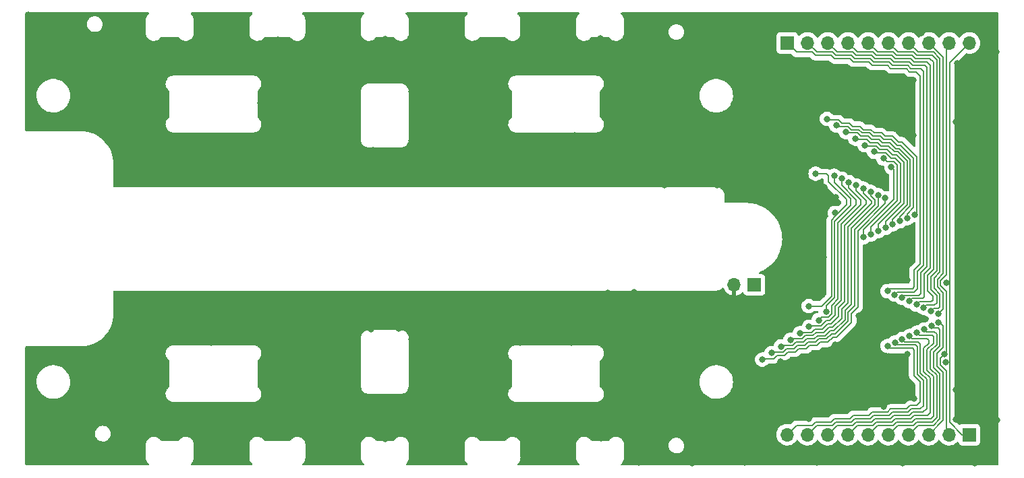
<source format=gbl>
G04 #@! TF.GenerationSoftware,KiCad,Pcbnew,(6.0.5-0)*
G04 #@! TF.CreationDate,2022-08-24T15:36:11+09:00*
G04 #@! TF.ProjectId,photo-dual,70686f74-6f2d-4647-9561-6c2e6b696361,rev?*
G04 #@! TF.SameCoordinates,Original*
G04 #@! TF.FileFunction,Copper,L2,Bot*
G04 #@! TF.FilePolarity,Positive*
%FSLAX46Y46*%
G04 Gerber Fmt 4.6, Leading zero omitted, Abs format (unit mm)*
G04 Created by KiCad (PCBNEW (6.0.5-0)) date 2022-08-24 15:36:11*
%MOMM*%
%LPD*%
G01*
G04 APERTURE LIST*
G04 #@! TA.AperFunction,ComponentPad*
%ADD10R,1.700000X1.700000*%
G04 #@! TD*
G04 #@! TA.AperFunction,ComponentPad*
%ADD11O,1.700000X1.700000*%
G04 #@! TD*
G04 #@! TA.AperFunction,ViaPad*
%ADD12C,0.800000*%
G04 #@! TD*
G04 #@! TA.AperFunction,Conductor*
%ADD13C,0.210820*%
G04 #@! TD*
G04 APERTURE END LIST*
D10*
X176789994Y-105780002D03*
D11*
X174249994Y-105780002D03*
D10*
X180905000Y-75372000D03*
D11*
X183445000Y-75372000D03*
X185985000Y-75372000D03*
X188525000Y-75372000D03*
X191065000Y-75372000D03*
X193605000Y-75372000D03*
X196145000Y-75372000D03*
X198685000Y-75372000D03*
X201225000Y-75372000D03*
X203765000Y-75372000D03*
D10*
X203765000Y-124628000D03*
D11*
X201225000Y-124628000D03*
X198685000Y-124628000D03*
X196145000Y-124628000D03*
X193605000Y-124628000D03*
X191065000Y-124628000D03*
X188525000Y-124628000D03*
X185985000Y-124628000D03*
X183445000Y-124628000D03*
X180905000Y-124628000D03*
D12*
X193020000Y-121090000D03*
X88938571Y-75237721D03*
X155910000Y-108000000D03*
X157510000Y-125070000D03*
X171770000Y-106980000D03*
X113960000Y-107980000D03*
X164530000Y-79400000D03*
X162900000Y-81890000D03*
X189720000Y-84590000D03*
X156570000Y-110680000D03*
X204110000Y-98170000D03*
X88750000Y-124620000D03*
X150510000Y-126040000D03*
X189890000Y-126170000D03*
X96550000Y-82510000D03*
X103320000Y-75230000D03*
X107990000Y-109610000D03*
X150970000Y-73320000D03*
X136010000Y-84460000D03*
X107780000Y-90350000D03*
X137550000Y-108010000D03*
X131970000Y-107970000D03*
X183130000Y-72080000D03*
X189140000Y-120570000D03*
X196720000Y-80020000D03*
X123270000Y-73490000D03*
X140980000Y-108010000D03*
X175560000Y-84980000D03*
X133790000Y-81470000D03*
X169010000Y-128250000D03*
X180520000Y-119290000D03*
X116640000Y-124940000D03*
X181300000Y-102220000D03*
X202270000Y-77960000D03*
X202110000Y-122690000D03*
X143980000Y-109640000D03*
X204000000Y-107490000D03*
X85750000Y-127820000D03*
X206360000Y-112520000D03*
X85900000Y-114120000D03*
X207210000Y-122770000D03*
X180080000Y-115470000D03*
X104880000Y-107980000D03*
X206560000Y-102720000D03*
X193420000Y-82480000D03*
X120330000Y-88260000D03*
X156020000Y-92040000D03*
X123950000Y-126670000D03*
X182940000Y-105200000D03*
X147270000Y-111090000D03*
X172390000Y-124980000D03*
X98940000Y-109660000D03*
X111210000Y-111070000D03*
X123470000Y-84340000D03*
X171550000Y-71960000D03*
X108570000Y-113070000D03*
X197740000Y-74140000D03*
X158410000Y-106780000D03*
X148440000Y-109230000D03*
X119670000Y-123090000D03*
X166800000Y-81910000D03*
X186600000Y-118300000D03*
X161950000Y-109700000D03*
X193860000Y-110050000D03*
X190300000Y-115400000D03*
X144510000Y-113140000D03*
X104710000Y-111090000D03*
X206980000Y-83250000D03*
X125060000Y-77640000D03*
X169320000Y-115280000D03*
X138640000Y-118550000D03*
X193230000Y-117410000D03*
X96600000Y-124530000D03*
X183150000Y-79280000D03*
X164840000Y-109270000D03*
X169120000Y-122080000D03*
X103480000Y-109480000D03*
X133970000Y-123130000D03*
X110360000Y-108040000D03*
X136110000Y-115570000D03*
X175650000Y-74330000D03*
X196740000Y-87010000D03*
X165530000Y-93220000D03*
X169460000Y-84940000D03*
X179770000Y-125900000D03*
X161730000Y-106690000D03*
X111210000Y-89010000D03*
X172130000Y-93220000D03*
X175550000Y-128110000D03*
X102360000Y-89040000D03*
X119390000Y-118190000D03*
X128680000Y-111360000D03*
X162280000Y-128110000D03*
X133750000Y-112680000D03*
X116980000Y-74940000D03*
X147360000Y-113080000D03*
X108200000Y-87060000D03*
X175440000Y-115690000D03*
X162790000Y-118200000D03*
X144230000Y-86880000D03*
X181430000Y-96980000D03*
X113850000Y-92010000D03*
X159060000Y-89320000D03*
X161940000Y-90320000D03*
X132170000Y-111300000D03*
X104520000Y-91930000D03*
X96180000Y-111680000D03*
X96550000Y-117160000D03*
X114760000Y-82920000D03*
X101510000Y-108040000D03*
X122260000Y-111810000D03*
X115360000Y-120410000D03*
X112390000Y-109200000D03*
X99960000Y-71930000D03*
X186970000Y-94770000D03*
X202050000Y-119020000D03*
X133760000Y-118720000D03*
X185340000Y-107030000D03*
X120460000Y-111810000D03*
X189860000Y-109680000D03*
X85620000Y-78800000D03*
X166330000Y-119500000D03*
X137640000Y-111420000D03*
X189710000Y-78830000D03*
X123630000Y-120430000D03*
X110080000Y-73390000D03*
X202050000Y-85330000D03*
X130480000Y-109700000D03*
X130410000Y-125170000D03*
X181440000Y-94890000D03*
X85750000Y-85920000D03*
X136370000Y-76750000D03*
X195990000Y-114530000D03*
X96240000Y-88460000D03*
X153790000Y-113050000D03*
X100240000Y-87700000D03*
X91880000Y-120890000D03*
X128860000Y-107920000D03*
X146450000Y-107980000D03*
X141530000Y-115510000D03*
X200130000Y-126100000D03*
X108270000Y-78850000D03*
X157440000Y-74780000D03*
X116910000Y-86220000D03*
X179500000Y-96550000D03*
X184600000Y-128150000D03*
X102840000Y-83060000D03*
X185570000Y-93530000D03*
X102160000Y-111000000D03*
X101480000Y-121060000D03*
X130490000Y-74900000D03*
X146650000Y-91970000D03*
X133740000Y-87650000D03*
X207170000Y-76460000D03*
X178190000Y-94730000D03*
X175580000Y-121910000D03*
X165380000Y-125040000D03*
X154230000Y-86970000D03*
X101240000Y-113310000D03*
X123750000Y-115580000D03*
X114590000Y-79000000D03*
X149480000Y-91950000D03*
X140590000Y-110990000D03*
X149650000Y-89100000D03*
X142430000Y-123300000D03*
X131620000Y-92000000D03*
X91920000Y-114200000D03*
X125930000Y-90410000D03*
X185480000Y-97190000D03*
X162810000Y-72260000D03*
X92180000Y-127720000D03*
X123230000Y-108010000D03*
X206900000Y-119250000D03*
X144410000Y-118490000D03*
X185480000Y-102300000D03*
X138330000Y-89030000D03*
X206730000Y-93750000D03*
X152930000Y-90360000D03*
X204470000Y-128190000D03*
X183110000Y-84900000D03*
X187700000Y-73750000D03*
X126740000Y-123420000D03*
X122600000Y-91840000D03*
X175600000Y-79190000D03*
X96580000Y-75170000D03*
X183630000Y-99370000D03*
X92660000Y-85710000D03*
X159520000Y-93110000D03*
X139160000Y-86850000D03*
X85660000Y-71860000D03*
X121400000Y-109750000D03*
X109480000Y-120980000D03*
X196020000Y-105210000D03*
X103300000Y-125020000D03*
X196840000Y-120100000D03*
X166730000Y-76220000D03*
X139200000Y-81580000D03*
X146580000Y-87020000D03*
X178500000Y-107010000D03*
X161530000Y-76450000D03*
X116850000Y-109770000D03*
X92900000Y-78900000D03*
X143670000Y-75180000D03*
X140640000Y-92010000D03*
X99990000Y-78510000D03*
X136410000Y-71990000D03*
X190960000Y-105360000D03*
X186950000Y-113280000D03*
X114060000Y-111060000D03*
X150040000Y-110980000D03*
X144300000Y-81350000D03*
X134890000Y-109640000D03*
X203160000Y-72220000D03*
X142500000Y-84350000D03*
X121020000Y-77150000D03*
X204200000Y-89260000D03*
X179200000Y-82060000D03*
X150040000Y-107920000D03*
X92830000Y-72090000D03*
X109530000Y-126830000D03*
X136740000Y-126640000D03*
X195390000Y-128190000D03*
X183600000Y-122660000D03*
X119600000Y-81950000D03*
X143950000Y-90320000D03*
X179210000Y-103830000D03*
X159150000Y-109510000D03*
X128910000Y-88890000D03*
X193420000Y-72010000D03*
X119500000Y-107990000D03*
X164680000Y-107020000D03*
X162180000Y-122480000D03*
X115340000Y-113860000D03*
X85770000Y-121100000D03*
X168210000Y-107020000D03*
X118940000Y-115530000D03*
X198230000Y-110140000D03*
X134950000Y-90260000D03*
X193990000Y-91000000D03*
X190477990Y-99806673D03*
X191416454Y-99453549D03*
X192988576Y-89878350D03*
X192324135Y-99027488D03*
X191810000Y-89051270D03*
X193239008Y-98617099D03*
X190637113Y-88221303D03*
X194141332Y-98179808D03*
X189459226Y-87396336D03*
X195059132Y-97776009D03*
X188264857Y-86570030D03*
X195986776Y-97395367D03*
X187089541Y-85742491D03*
X196890030Y-96960000D03*
X185909591Y-84915870D03*
X200880000Y-105561891D03*
X200820000Y-115550000D03*
X200611890Y-114520000D03*
X193495047Y-106570782D03*
X194394077Y-107014808D03*
X195316347Y-107408292D03*
X196224677Y-107832969D03*
X197128815Y-108266495D03*
X198050171Y-108662116D03*
X198963502Y-109075927D03*
X198994720Y-110978724D03*
X199884477Y-110516397D03*
X197171170Y-111812919D03*
X198087279Y-111405295D03*
X194429200Y-113048038D03*
X193518798Y-113468253D03*
X195330707Y-112609063D03*
X196255370Y-112221236D03*
X199890000Y-109459351D03*
X187738416Y-92433642D03*
X184850200Y-110227584D03*
X183660000Y-111052270D03*
X188636451Y-92879675D03*
X182491165Y-111886289D03*
X189555044Y-93281671D03*
X181300754Y-112706430D03*
X190470214Y-93691399D03*
X180127490Y-113536020D03*
X191384079Y-94104028D03*
X178949603Y-114360987D03*
X192303883Y-94503244D03*
X177770000Y-115187670D03*
X193225836Y-94897471D03*
X186798197Y-92085216D03*
X185793446Y-109167974D03*
X183620000Y-108455873D03*
X184474884Y-91798110D03*
X186894753Y-96764753D03*
D13*
X190477990Y-99806673D02*
X190477990Y-98861605D01*
X190477990Y-98861605D02*
X194289820Y-95049775D01*
X194289820Y-95049775D02*
X194289820Y-93720000D01*
X194289820Y-91299820D02*
X193990000Y-91000000D01*
X194289820Y-93720000D02*
X194289820Y-91299820D01*
X193402105Y-90291879D02*
X192988576Y-89878350D01*
X193950000Y-90291879D02*
X193402105Y-90291879D01*
X194703360Y-95221069D02*
X194703360Y-93520000D01*
X194703360Y-93520000D02*
X194703360Y-90711925D01*
X191416454Y-98507975D02*
X194703360Y-95221069D01*
X194283314Y-90291879D02*
X193950000Y-90291879D01*
X194703360Y-90711925D02*
X194283314Y-90291879D01*
X191416454Y-99453549D02*
X191416454Y-98507975D01*
X195116900Y-95392362D02*
X195116900Y-93330000D01*
X195116900Y-93330000D02*
X195116899Y-90540630D01*
X195116899Y-90540630D02*
X194454607Y-89878339D01*
X191928959Y-89170229D02*
X191810000Y-89051270D01*
X192324135Y-99027488D02*
X192324135Y-98185127D01*
X193990000Y-89878339D02*
X193281890Y-89170229D01*
X192324135Y-98185127D02*
X195116900Y-95392362D01*
X194454607Y-89878339D02*
X193990000Y-89878339D01*
X193281890Y-89170229D02*
X191928959Y-89170229D01*
X190758959Y-88343149D02*
X190637113Y-88221303D01*
X194161294Y-89464799D02*
X193453183Y-88756689D01*
X194625900Y-89464799D02*
X194161294Y-89464799D01*
X192103314Y-88343149D02*
X190758959Y-88343149D01*
X193239008Y-98617099D02*
X193239008Y-97855087D01*
X194625901Y-89464800D02*
X194625900Y-89464799D01*
X193239008Y-97855087D02*
X195530440Y-95563655D01*
X193453183Y-88756689D02*
X192516854Y-88756689D01*
X195530440Y-93180000D02*
X195530439Y-90369335D01*
X192516854Y-88756689D02*
X192103314Y-88343149D01*
X195530440Y-95563655D02*
X195530440Y-93180000D01*
X195530439Y-90369335D02*
X194625901Y-89464800D01*
X194141332Y-98179808D02*
X194141332Y-97537596D01*
X193624476Y-88343149D02*
X192688148Y-88343149D01*
X192688148Y-88343149D02*
X192274607Y-87929609D01*
X190930427Y-87513182D02*
X189576072Y-87513182D01*
X194797199Y-89051261D02*
X194332590Y-89051261D01*
X191346854Y-87929609D02*
X190930427Y-87513182D01*
X195943980Y-95734948D02*
X195943980Y-90198042D01*
X194332590Y-89051261D02*
X193624476Y-88343149D01*
X194141332Y-97537596D02*
X195943980Y-95734948D01*
X195943980Y-90198042D02*
X194797199Y-89051261D01*
X192274607Y-87929609D02*
X191346854Y-87929609D01*
X189576072Y-87513182D02*
X189459226Y-87396336D01*
X195059132Y-97204630D02*
X196357520Y-95906242D01*
X195059132Y-97776009D02*
X195059132Y-97204630D01*
X196357520Y-92720000D02*
X196357520Y-90026749D01*
X188383042Y-86688215D02*
X188264857Y-86570030D01*
X189752540Y-86688215D02*
X188383042Y-86688215D01*
X194968492Y-88637721D02*
X194503883Y-88637721D01*
X194968494Y-88637722D02*
X194968492Y-88637721D01*
X196357520Y-95906242D02*
X196357520Y-92720000D01*
X192445904Y-87516071D02*
X191518150Y-87516071D01*
X193795769Y-87929609D02*
X192930000Y-87929609D01*
X196357520Y-90026749D02*
X194968494Y-88637722D01*
X190163968Y-87099643D02*
X189752540Y-86688215D01*
X191518150Y-87516071D02*
X191101722Y-87099643D01*
X194503883Y-88637721D02*
X193795769Y-87929609D01*
X192859442Y-87929609D02*
X192445904Y-87516071D01*
X192930000Y-87929609D02*
X192859442Y-87929609D01*
X191101722Y-87099643D02*
X190163968Y-87099643D01*
X188970937Y-86274675D02*
X188558171Y-85861909D01*
X195139789Y-88224183D02*
X194675179Y-88224183D01*
X194675179Y-88224183D02*
X193967063Y-87516070D01*
X191273015Y-86686103D02*
X190335262Y-86686103D01*
X190335262Y-86686103D02*
X189923833Y-86274675D01*
X193967063Y-87516070D02*
X193030737Y-87516070D01*
X196771060Y-89855456D02*
X195139789Y-88224183D01*
X191689444Y-87102531D02*
X191273015Y-86686103D01*
X196771060Y-96077535D02*
X196771060Y-89855456D01*
X195986776Y-96861819D02*
X196771060Y-96077535D01*
X189923833Y-86274675D02*
X188970937Y-86274675D01*
X187208959Y-85861909D02*
X187089541Y-85742491D01*
X188558171Y-85861909D02*
X187208959Y-85861909D01*
X193030737Y-87516070D02*
X192617197Y-87102531D01*
X192617197Y-87102531D02*
X191689444Y-87102531D01*
X195986776Y-97395367D02*
X195986776Y-96861819D01*
X193202031Y-87102530D02*
X192788491Y-86688992D01*
X186028091Y-85034370D02*
X185909591Y-84915870D01*
X192788491Y-86688992D02*
X191860739Y-86688992D01*
X191444308Y-86272563D02*
X190506556Y-86272563D01*
X197184600Y-92410000D02*
X197184599Y-89684162D01*
X190506556Y-86272563D02*
X190095126Y-85861135D01*
X188729464Y-85448369D02*
X187796854Y-85448369D01*
X196325219Y-88824781D02*
X195311082Y-87810643D01*
X187382855Y-85034370D02*
X186028091Y-85034370D01*
X187796854Y-85448369D02*
X187382855Y-85034370D01*
X194846473Y-87810643D02*
X194138356Y-87102530D01*
X197184600Y-96665430D02*
X197184600Y-92410000D01*
X196890030Y-96960000D02*
X197184600Y-96665430D01*
X189142231Y-85861135D02*
X188729464Y-85448369D01*
X194138356Y-87102530D02*
X193202031Y-87102530D01*
X190095126Y-85861135D02*
X189142231Y-85861135D01*
X191860739Y-86688992D02*
X191444308Y-86272563D01*
X195311082Y-87810643D02*
X194846473Y-87810643D01*
X197184599Y-89684162D02*
X196325219Y-88824781D01*
X201320000Y-77817000D02*
X203765000Y-75372000D01*
X201320000Y-123085168D02*
X201320000Y-115570000D01*
X201288109Y-105561891D02*
X201320000Y-105530000D01*
X200820000Y-115550000D02*
X201300000Y-115550000D01*
X201300000Y-115550000D02*
X201320000Y-115570000D01*
X201320000Y-105530000D02*
X201320000Y-77817000D01*
X203765000Y-124628000D02*
X202862832Y-124628000D01*
X200880000Y-105561891D02*
X201288109Y-105561891D01*
X201320000Y-115570000D02*
X201320000Y-105530000D01*
X202862832Y-124628000D02*
X201320000Y-123085168D01*
X200906460Y-116637895D02*
X200906460Y-124309460D01*
X200611890Y-114520000D02*
X200111879Y-115020011D01*
X200171879Y-105268577D02*
X200906460Y-104533996D01*
X200906460Y-104533996D02*
X200906460Y-75690540D01*
X200906460Y-106589786D02*
X200171879Y-105855205D01*
X200111879Y-115843314D02*
X200906460Y-116637895D01*
X200906460Y-124309460D02*
X201225000Y-124628000D01*
X200171879Y-105855205D02*
X200171879Y-105268577D01*
X200906460Y-114225430D02*
X200906460Y-106589786D01*
X200111879Y-115020011D02*
X200111879Y-115843314D01*
X200611890Y-114520000D02*
X200906460Y-114225430D01*
X200906460Y-75690540D02*
X201225000Y-75372000D01*
X196275354Y-79011357D02*
X195861818Y-78597821D01*
X186386995Y-76943661D02*
X184431828Y-76943661D01*
X197061357Y-79011357D02*
X196275354Y-79011357D01*
X197598140Y-79548140D02*
X197061357Y-79011357D01*
X193799368Y-106266461D02*
X196673539Y-106266461D01*
X182063121Y-76530121D02*
X180905000Y-75372000D01*
X195861818Y-78597821D02*
X193906654Y-78597820D01*
X188755701Y-77357201D02*
X186800535Y-77357201D01*
X196863564Y-103898223D02*
X197598140Y-103163647D01*
X193906654Y-78597820D02*
X193493115Y-78184281D01*
X196863564Y-106076436D02*
X196863564Y-103898223D01*
X193493115Y-78184281D02*
X191537949Y-78184281D01*
X191124409Y-77770741D02*
X189169240Y-77770740D01*
X193495047Y-106570782D02*
X193799368Y-106266461D01*
X186800535Y-77357201D02*
X186386995Y-76943661D01*
X196673539Y-106266461D02*
X196863564Y-106076436D01*
X197598140Y-103163647D02*
X197598140Y-79548140D01*
X184431828Y-76943661D02*
X184018288Y-76530121D01*
X191537949Y-78184281D02*
X191124409Y-77770741D01*
X184018288Y-76530121D02*
X182063121Y-76530121D01*
X189169240Y-77770740D02*
X188755701Y-77357201D01*
X198011680Y-78951680D02*
X197657820Y-78597820D01*
X198011680Y-103334940D02*
X198011680Y-78951680D01*
X194732419Y-106683534D02*
X196846466Y-106683534D01*
X197277104Y-106252896D02*
X197277104Y-104069516D01*
X186971828Y-76943661D02*
X186558288Y-76530121D01*
X197657820Y-78597820D02*
X196446649Y-78597818D01*
X189340533Y-77357200D02*
X188926994Y-76943661D01*
X196446649Y-78597818D02*
X196033112Y-78184281D01*
X186558288Y-76530121D02*
X184603121Y-76530121D01*
X196846466Y-106683534D02*
X197277104Y-106252896D01*
X188926994Y-76943661D02*
X186971828Y-76943661D01*
X191709242Y-77770741D02*
X191295702Y-77357201D01*
X196033112Y-78184281D02*
X194077947Y-78184280D01*
X194077947Y-78184280D02*
X193664408Y-77770741D01*
X184603121Y-76530121D02*
X183445000Y-75372000D01*
X194728885Y-106680000D02*
X194732419Y-106683534D01*
X191295702Y-77357201D02*
X189340533Y-77357200D01*
X197277104Y-104069516D02*
X198011680Y-103334940D01*
X193664408Y-77770741D02*
X191709242Y-77770741D01*
X194394077Y-107014808D02*
X194728885Y-106680000D01*
X197690644Y-104240809D02*
X198425220Y-103506233D01*
X195316347Y-107408292D02*
X195627565Y-107097074D01*
X189511826Y-76943660D02*
X189098287Y-76530121D01*
X191466995Y-76943661D02*
X189511826Y-76943660D01*
X193835701Y-77357201D02*
X191880535Y-77357201D01*
X187143121Y-76530121D02*
X185985000Y-75372000D01*
X191880535Y-77357201D02*
X191466995Y-76943661D01*
X196617943Y-78184278D02*
X196204406Y-77770741D01*
X196204406Y-77770741D02*
X194249240Y-77770740D01*
X197690644Y-106859356D02*
X197690644Y-104240809D01*
X189098287Y-76530121D02*
X187143121Y-76530121D01*
X198425220Y-78435220D02*
X198174281Y-78184281D01*
X195627565Y-107097074D02*
X197452926Y-107097074D01*
X194249240Y-77770740D02*
X193835701Y-77357201D01*
X198174281Y-78184281D02*
X196617943Y-78184278D01*
X197452926Y-107097074D02*
X197690644Y-106859356D01*
X198425220Y-103506233D02*
X198425220Y-78435220D01*
X198450741Y-77770741D02*
X196789238Y-77770739D01*
X196789238Y-77770739D02*
X196375700Y-77357201D01*
X194420535Y-77357201D02*
X194006995Y-76943661D01*
X198838760Y-78158760D02*
X198450741Y-77770741D01*
X198104183Y-104412104D02*
X198838760Y-103677527D01*
X198104180Y-107325820D02*
X198104183Y-104412104D01*
X197919387Y-107510613D02*
X198104180Y-107325820D01*
X196224677Y-107832969D02*
X196547033Y-107510613D01*
X191638288Y-76530121D02*
X189683121Y-76530121D01*
X194006995Y-76943661D02*
X192051828Y-76943661D01*
X196547033Y-107510613D02*
X197919387Y-107510613D01*
X189683121Y-76530121D02*
X188525000Y-75372000D01*
X192051828Y-76943661D02*
X191638288Y-76530121D01*
X196375700Y-77357201D02*
X194420535Y-77357201D01*
X198838760Y-103677527D02*
X198838760Y-78158760D01*
X198517720Y-106540379D02*
X198517722Y-104583399D01*
X194178288Y-76530121D02*
X192223121Y-76530121D01*
X197128815Y-108266495D02*
X197471158Y-107924152D01*
X198817201Y-77357201D02*
X196960531Y-77357199D01*
X199190000Y-107212662D02*
X198517720Y-106540379D01*
X198965848Y-107924152D02*
X199190000Y-107700000D01*
X196546993Y-76943661D02*
X194591828Y-76943661D01*
X194591828Y-76943661D02*
X194178288Y-76530121D01*
X199252300Y-77792300D02*
X198817201Y-77357201D01*
X192223121Y-76530121D02*
X191065000Y-75372000D01*
X199252300Y-103848821D02*
X199252300Y-77792300D01*
X196960531Y-77357199D02*
X196546993Y-76943661D01*
X197471158Y-107924152D02*
X198965848Y-107924152D01*
X198517722Y-104583399D02*
X199252300Y-103848821D01*
X199190000Y-107700000D02*
X199190000Y-107212662D01*
X199362309Y-108337691D02*
X199665840Y-108034160D01*
X197131826Y-76943660D02*
X196718287Y-76530121D01*
X199665840Y-77522508D02*
X199086993Y-76943661D01*
X199665840Y-107103668D02*
X198931260Y-106369086D01*
X198050171Y-108662116D02*
X198374596Y-108337691D01*
X196718287Y-76530121D02*
X194763121Y-76530121D01*
X198931260Y-106369086D02*
X198931261Y-104754694D01*
X199086993Y-76943661D02*
X197131826Y-76943660D01*
X194763121Y-76530121D02*
X193605000Y-75372000D01*
X198374596Y-108337691D02*
X199362309Y-108337691D01*
X198931261Y-104754694D02*
X199665840Y-104020115D01*
X199665840Y-108034160D02*
X199665840Y-107103668D01*
X199665840Y-104020115D02*
X199665840Y-77522508D01*
X200079380Y-77351214D02*
X199258287Y-76530121D01*
X199870000Y-108751230D02*
X200079380Y-108541850D01*
X197303121Y-76530121D02*
X196145000Y-75372000D01*
X200079380Y-104191409D02*
X200079380Y-77351214D01*
X200079380Y-108541850D02*
X200079380Y-106932374D01*
X198963502Y-109075927D02*
X199288199Y-108751230D01*
X199258287Y-76530121D02*
X197303121Y-76530121D01*
X200079380Y-106932374D02*
X199344800Y-106197793D01*
X199288199Y-108751230D02*
X199870000Y-108751230D01*
X199344800Y-106197793D02*
X199344800Y-104925989D01*
X199344800Y-104925989D02*
X200079380Y-104191409D01*
X197313000Y-123460000D02*
X196145000Y-124628000D01*
X199284800Y-114260822D02*
X199284800Y-116185902D01*
X198994720Y-110978724D02*
X199240514Y-111224518D01*
X200079380Y-116980482D02*
X200079380Y-122648786D01*
X199268166Y-123460000D02*
X197313000Y-123460000D01*
X200079380Y-122648786D02*
X199268166Y-123460000D01*
X199884518Y-111224518D02*
X200079380Y-111419380D01*
X199240514Y-111224518D02*
X199884518Y-111224518D01*
X200079380Y-111419380D02*
X200079380Y-113466241D01*
X200079380Y-113466241D02*
X199284800Y-114260822D01*
X199284800Y-116185902D02*
X200079380Y-116980482D01*
X200492920Y-110972920D02*
X200492920Y-113637535D01*
X200492920Y-116809189D02*
X200492920Y-122820080D01*
X200036397Y-110516397D02*
X200492920Y-110972920D01*
X200492920Y-113637535D02*
X199698340Y-114432115D01*
X200492920Y-122820080D02*
X198685000Y-124628000D01*
X199884477Y-110516397D02*
X200036397Y-110516397D01*
X199698340Y-116014609D02*
X200492920Y-116809189D01*
X199698340Y-114432115D02*
X199698340Y-116014609D01*
X197171170Y-111812919D02*
X197471667Y-112113416D01*
X199252300Y-117323069D02*
X199252300Y-122297700D01*
X198457720Y-113918236D02*
X198457721Y-116528490D01*
X199252300Y-122297700D02*
X198917080Y-122632920D01*
X196970414Y-122632920D02*
X196546995Y-123056339D01*
X199252300Y-112292300D02*
X199252300Y-113123656D01*
X192223121Y-123469879D02*
X191065000Y-124628000D01*
X199073416Y-112113416D02*
X199252300Y-112292300D01*
X194591828Y-123056339D02*
X194178288Y-123469879D01*
X198917080Y-122632920D02*
X196970414Y-122632920D01*
X198457721Y-116528490D02*
X199252300Y-117323069D01*
X197471667Y-112113416D02*
X199073416Y-112113416D01*
X194178288Y-123469879D02*
X192223121Y-123469879D01*
X199252300Y-113123656D02*
X198457720Y-113918236D01*
X196546995Y-123056339D02*
X194591828Y-123056339D01*
X199366845Y-111686845D02*
X199665840Y-111985840D01*
X196718288Y-123469879D02*
X194763121Y-123469879D01*
X199665840Y-111985840D02*
X199665840Y-113294947D01*
X198871260Y-116357195D02*
X199665840Y-117151775D01*
X198368829Y-111686845D02*
X199366845Y-111686845D01*
X199665840Y-113294947D02*
X198871260Y-114089529D01*
X194763121Y-123469879D02*
X193605000Y-124628000D01*
X199096872Y-123046460D02*
X197141707Y-123046460D01*
X197141707Y-123046460D02*
X196718288Y-123469879D01*
X199665840Y-122477492D02*
X199096872Y-123046460D01*
X198087279Y-111405295D02*
X198368829Y-111686845D01*
X198871260Y-114089529D02*
X198871260Y-116357195D01*
X199665840Y-117151775D02*
X199665840Y-122477492D01*
X184603121Y-123469879D02*
X183445000Y-124628000D01*
X196456531Y-121392302D02*
X196033114Y-121815719D01*
X194735196Y-113354034D02*
X196970000Y-113354034D01*
X191709242Y-122229259D02*
X191295702Y-122642799D01*
X186558288Y-123469879D02*
X184603121Y-123469879D01*
X196033114Y-121815719D02*
X194077949Y-121815719D01*
X198011680Y-120998320D02*
X197617700Y-121392300D01*
X188926995Y-123056339D02*
X186971828Y-123056339D01*
X194429200Y-113048038D02*
X194735196Y-113354034D01*
X196970000Y-113354034D02*
X197217100Y-113601134D01*
X197217101Y-117042372D02*
X198011680Y-117836951D01*
X191295702Y-122642799D02*
X189340535Y-122642799D01*
X186971828Y-123056339D02*
X186558288Y-123469879D01*
X189340535Y-122642799D02*
X188926995Y-123056339D01*
X194077949Y-121815719D02*
X193664409Y-122229259D01*
X193664409Y-122229259D02*
X191709242Y-122229259D01*
X197217100Y-113601134D02*
X197217101Y-117042372D01*
X198011680Y-117836951D02*
X198011680Y-120998320D01*
X197617700Y-121392300D02*
X196456531Y-121392302D01*
X196285238Y-120978761D02*
X195861820Y-121402179D01*
X189169240Y-122229260D02*
X188755701Y-122642799D01*
X197598140Y-120540000D02*
X197159379Y-120978761D01*
X193518798Y-113468253D02*
X193818118Y-113767573D01*
X195861820Y-121402179D02*
X193906656Y-121402179D01*
X196803562Y-117213667D02*
X197598140Y-118008245D01*
X196617573Y-113767573D02*
X196803560Y-113953560D01*
X193493116Y-121815719D02*
X191537947Y-121815720D01*
X191537947Y-121815720D02*
X191124408Y-122229259D01*
X196803560Y-113953560D02*
X196803562Y-117213667D01*
X182063121Y-123469879D02*
X180905000Y-124628000D01*
X191124408Y-122229259D02*
X189169240Y-122229260D01*
X197159379Y-120978761D02*
X196285238Y-120978761D01*
X184431828Y-123056339D02*
X184018288Y-123469879D01*
X188755701Y-122642799D02*
X186800535Y-122642799D01*
X197598140Y-118008245D02*
X197598140Y-120540000D01*
X193906656Y-121402179D02*
X193493116Y-121815719D01*
X193818118Y-113767573D02*
X196617573Y-113767573D01*
X184018288Y-123469879D02*
X182063121Y-123469879D01*
X186800535Y-122642799D02*
X186386995Y-123056339D01*
X186386995Y-123056339D02*
X184431828Y-123056339D01*
X187143121Y-123469879D02*
X185985000Y-124628000D01*
X194249242Y-122229259D02*
X193835702Y-122642799D01*
X193835702Y-122642799D02*
X191880535Y-122642799D01*
X191880535Y-122642799D02*
X191466995Y-123056339D01*
X189511828Y-123056339D02*
X189098288Y-123469879D01*
X195330707Y-112609063D02*
X195662139Y-112940495D01*
X196204408Y-122229259D02*
X194249242Y-122229259D01*
X198425220Y-121334780D02*
X197954160Y-121805840D01*
X197630640Y-116871077D02*
X198425220Y-117665657D01*
X197310495Y-112940495D02*
X197630640Y-113260640D01*
X198425220Y-117665657D02*
X198425220Y-121334780D01*
X196627826Y-121805841D02*
X196204408Y-122229259D01*
X189098288Y-123469879D02*
X187143121Y-123469879D01*
X197954160Y-121805840D02*
X196627826Y-121805841D01*
X195662139Y-112940495D02*
X197310495Y-112940495D01*
X197630640Y-113260640D02*
X197630640Y-116871077D01*
X191466995Y-123056339D02*
X189511828Y-123056339D01*
X191638288Y-123469879D02*
X189683121Y-123469879D01*
X198838760Y-121861240D02*
X198480620Y-122219380D01*
X189683121Y-123469879D02*
X188525000Y-124628000D01*
X198480620Y-122219380D02*
X196799121Y-122219380D01*
X198680000Y-113111122D02*
X198044180Y-113746943D01*
X196255370Y-112221236D02*
X196561089Y-112526955D01*
X196375702Y-122642799D02*
X194420535Y-122642799D01*
X198044180Y-113746943D02*
X198044182Y-116699785D01*
X196561089Y-112526955D02*
X198456955Y-112526955D01*
X194420535Y-122642799D02*
X194006995Y-123056339D01*
X198044182Y-116699785D02*
X198838760Y-117494363D01*
X198838760Y-117494363D02*
X198838760Y-121861240D01*
X192051828Y-123056339D02*
X191638288Y-123469879D01*
X198680000Y-112750000D02*
X198680000Y-113111122D01*
X196799121Y-122219380D02*
X196375702Y-122642799D01*
X198456955Y-112526955D02*
X198680000Y-112750000D01*
X194006995Y-123056339D02*
X192051828Y-123056339D01*
X200492920Y-106761080D02*
X199758340Y-106026500D01*
X200492920Y-77179920D02*
X198685000Y-75372000D01*
X199890000Y-109459351D02*
X199900649Y-109459351D01*
X199758340Y-106026500D02*
X199758340Y-105097282D01*
X199900649Y-109459351D02*
X200492920Y-108867080D01*
X200492920Y-104362702D02*
X200492920Y-77179920D01*
X200492920Y-108867080D02*
X200492920Y-106761080D01*
X199758340Y-105097282D02*
X200492920Y-104362702D01*
X187288630Y-97957127D02*
X187288629Y-100140000D01*
X185201689Y-109876095D02*
X184850200Y-110227584D01*
X186501567Y-108353267D02*
X186501567Y-109461288D01*
X187288628Y-107566206D02*
X186562417Y-108292417D01*
X189560000Y-95685757D02*
X187288630Y-97957127D01*
X187738416Y-93287748D02*
X189560000Y-95109334D01*
X186562417Y-108292417D02*
X186501567Y-108353267D01*
X186501567Y-109461288D02*
X186086760Y-109876095D01*
X187288629Y-107470000D02*
X187288628Y-107566206D01*
X189560000Y-95109334D02*
X189560000Y-95685757D01*
X186086760Y-109876095D02*
X185201689Y-109876095D01*
X187738416Y-92433642D02*
X187738416Y-93287748D01*
X187288629Y-100140000D02*
X187288629Y-107470000D01*
X188636451Y-93600950D02*
X190140000Y-95104500D01*
X190140000Y-95104500D02*
X190140000Y-95690591D01*
X187702169Y-107590000D02*
X187702169Y-107737499D01*
X185789584Y-110289635D02*
X185143514Y-110935705D01*
X188636451Y-92879675D02*
X188636451Y-93600950D01*
X190140000Y-95690591D02*
X187702170Y-98128424D01*
X185143514Y-110935705D02*
X183776565Y-110935705D01*
X186915107Y-108524561D02*
X186915106Y-109632583D01*
X186258053Y-110289635D02*
X185789584Y-110289635D01*
X186915106Y-109632583D02*
X186258053Y-110289635D01*
X187702170Y-98128424D02*
X187702169Y-100210000D01*
X183776565Y-110935705D02*
X183660000Y-111052270D01*
X187702169Y-107737499D02*
X186915107Y-108524561D01*
X187702169Y-100210000D02*
X187702169Y-107590000D01*
X188115710Y-98299715D02*
X188115709Y-100190000D01*
X189555044Y-93934710D02*
X190810000Y-95189666D01*
X187328646Y-109803878D02*
X186429349Y-110703175D01*
X189555044Y-93281671D02*
X189555044Y-93934710D01*
X186429349Y-110703175D02*
X185960878Y-110703175D01*
X183953314Y-111760391D02*
X182617063Y-111760391D01*
X188115709Y-100190000D02*
X188115709Y-107730000D01*
X185960878Y-110703175D02*
X185314809Y-111349244D01*
X188115709Y-107730000D02*
X188115708Y-107908794D01*
X184364460Y-111349245D02*
X183953314Y-111760391D01*
X185314809Y-111349244D02*
X185314807Y-111349245D01*
X182617063Y-111760391D02*
X182491165Y-111886289D01*
X188115708Y-107908794D02*
X187328647Y-108695855D01*
X190810000Y-95605425D02*
X188115710Y-98299715D01*
X185314807Y-111349245D02*
X184364460Y-111349245D01*
X187328646Y-109803876D02*
X187328646Y-109803878D01*
X190810000Y-95189666D02*
X190810000Y-95605425D01*
X187328647Y-108695855D02*
X187328646Y-109803876D01*
X191476803Y-95523456D02*
X188529250Y-98471013D01*
X190470214Y-93691399D02*
X190470214Y-94265047D01*
X187742185Y-109975173D02*
X186600644Y-111116714D01*
X184535754Y-111762785D02*
X184124607Y-112173931D01*
X185486104Y-111762783D02*
X185486100Y-111762785D01*
X181412774Y-112594410D02*
X181300754Y-112706430D01*
X188529249Y-100100000D02*
X188529249Y-107780000D01*
X188529249Y-108080087D02*
X187742187Y-108867149D01*
X187742187Y-108867149D02*
X187742185Y-109975173D01*
X188529250Y-98471013D02*
X188529249Y-100100000D01*
X190470214Y-94265047D02*
X191476803Y-95271636D01*
X182784479Y-112594410D02*
X181412774Y-112594410D01*
X188529249Y-107780000D02*
X188529249Y-108080087D01*
X183204958Y-112173931D02*
X182784479Y-112594410D01*
X186132173Y-111116714D02*
X185486104Y-111762783D01*
X184124607Y-112173931D02*
X183204958Y-112173931D01*
X191476803Y-95271636D02*
X191476803Y-95523456D01*
X186600644Y-111116714D02*
X186132173Y-111116714D01*
X185486100Y-111762785D02*
X184535754Y-111762785D01*
X188155724Y-110146468D02*
X186771939Y-111530253D01*
X182955772Y-113007950D02*
X182000669Y-113007950D01*
X191890343Y-95694750D02*
X188942790Y-98642304D01*
X184295900Y-112587471D02*
X183376252Y-112587471D01*
X188942790Y-98642304D02*
X188942789Y-100190000D01*
X191384079Y-94594079D02*
X191890343Y-95100343D01*
X181594068Y-113414551D02*
X180248959Y-113414551D01*
X183376252Y-112587471D02*
X182955772Y-113007950D01*
X188155724Y-109038445D02*
X188155724Y-110146468D01*
X188942789Y-107870000D02*
X188942789Y-108251380D01*
X185657396Y-112176325D02*
X184707048Y-112176325D01*
X186303468Y-111530253D02*
X185657396Y-112176325D01*
X188942789Y-100190000D02*
X188942789Y-107870000D01*
X191890343Y-95100343D02*
X191890343Y-95694750D01*
X184707048Y-112176325D02*
X184295900Y-112587471D01*
X191384079Y-94104028D02*
X191384079Y-94594079D01*
X188155726Y-109038443D02*
X188155724Y-109038445D01*
X180248959Y-113414551D02*
X180127490Y-113536020D01*
X186771939Y-111530253D02*
X186303468Y-111530253D01*
X188942789Y-108251380D02*
X188155726Y-109038443D01*
X182000669Y-113007950D02*
X181594068Y-113414551D01*
X189356329Y-107900000D02*
X189356328Y-108422675D01*
X184467193Y-113001011D02*
X183547546Y-113001011D01*
X188634501Y-109144502D02*
X188569264Y-109209739D01*
X179066449Y-114244141D02*
X178949603Y-114360987D01*
X180836854Y-113828091D02*
X180420804Y-114244141D01*
X186474763Y-111943792D02*
X185828691Y-112589864D01*
X183547546Y-113001011D02*
X183127065Y-113421490D01*
X192303883Y-95866044D02*
X189356330Y-98813597D01*
X186600644Y-111943792D02*
X186474763Y-111943792D01*
X185828691Y-112589864D02*
X184878342Y-112589864D01*
X189356328Y-108422675D02*
X188634501Y-109144502D01*
X189356330Y-98813597D02*
X189356329Y-100120000D01*
X183127065Y-113421490D02*
X182171963Y-113421490D01*
X188569263Y-110317763D02*
X186943234Y-111943792D01*
X188569264Y-109209739D02*
X188569263Y-110317763D01*
X182171963Y-113421490D02*
X181765361Y-113828091D01*
X186943234Y-111943792D02*
X186600644Y-111943792D01*
X180420804Y-114244141D02*
X179066449Y-114244141D01*
X192303883Y-94503244D02*
X192303883Y-95866044D01*
X189356329Y-100120000D02*
X189356329Y-107900000D01*
X181765361Y-113828091D02*
X180836854Y-113828091D01*
X184878342Y-112589864D02*
X184467193Y-113001011D01*
X193225836Y-95528925D02*
X189769869Y-98984892D01*
X189769869Y-98984892D02*
X189769869Y-100099987D01*
X177888562Y-115069108D02*
X177770000Y-115187670D01*
X189769869Y-108593966D02*
X188982804Y-109381031D01*
X179242917Y-115069108D02*
X177888562Y-115069108D01*
X183718839Y-113414551D02*
X183298358Y-113835030D01*
X188982804Y-109381031D02*
X188982802Y-110489058D01*
X185049637Y-113003403D02*
X184638486Y-113414551D01*
X182343256Y-113835030D02*
X181936654Y-114241631D01*
X186646057Y-112357332D02*
X185999986Y-113003403D01*
X184638486Y-113414551D02*
X183718839Y-113414551D01*
X183298358Y-113835030D02*
X182343256Y-113835030D01*
X181936654Y-114241631D02*
X181008148Y-114241631D01*
X180592097Y-114657681D02*
X179654344Y-114657681D01*
X189769869Y-108020131D02*
X189769869Y-108593966D01*
X193225836Y-94897471D02*
X193225836Y-95528925D01*
X189769869Y-100099987D02*
X189769869Y-108020131D01*
X179654344Y-114657681D02*
X179242917Y-115069108D01*
X185999986Y-113003403D02*
X185049637Y-113003403D01*
X187360930Y-112110930D02*
X187114527Y-112357332D01*
X187114527Y-112357332D02*
X186646057Y-112357332D01*
X181008148Y-114241631D02*
X180592097Y-114657681D01*
X188982802Y-110489058D02*
X187360930Y-112110930D01*
X188850000Y-94984166D02*
X188850000Y-95810923D01*
X186798197Y-92932362D02*
X188850000Y-94984166D01*
X186875090Y-97785836D02*
X186875089Y-100190000D01*
X186875089Y-107394911D02*
X185850000Y-108420000D01*
X185793446Y-108476554D02*
X185793446Y-109167974D01*
X185850000Y-108420000D02*
X185793446Y-108476554D01*
X186875089Y-107280000D02*
X186875089Y-107394911D01*
X186875089Y-100190000D02*
X186875089Y-107280000D01*
X188850000Y-95810923D02*
X186875090Y-97785836D01*
X186798197Y-92085216D02*
X186798197Y-92932362D01*
X188340000Y-95736089D02*
X188340000Y-95059000D01*
X187083046Y-96953046D02*
X187083046Y-96993046D01*
X185229293Y-108455873D02*
X183620000Y-108455873D01*
X186894753Y-96764753D02*
X187083046Y-96953046D01*
X186894753Y-97181339D02*
X187083046Y-96993046D01*
X187083046Y-96993046D02*
X188340000Y-95736089D01*
X188340000Y-95059000D02*
X186090076Y-92809076D01*
X185828186Y-91798110D02*
X184474884Y-91798110D01*
X185897583Y-107787583D02*
X185229293Y-108455873D01*
X186894753Y-97181339D02*
X186461550Y-97614543D01*
X186090076Y-92060000D02*
X185828186Y-91798110D01*
X186461550Y-97614543D02*
X186461550Y-107223616D01*
X186090076Y-92809076D02*
X186090076Y-92060000D01*
X186461550Y-107223616D02*
X185897583Y-107787583D01*
G04 #@! TA.AperFunction,Conductor*
G36*
X100748378Y-71528502D02*
G01*
X100794871Y-71582158D01*
X100804975Y-71652432D01*
X100775481Y-71717012D01*
X100766622Y-71726244D01*
X100672897Y-71814475D01*
X100656097Y-71830290D01*
X100547477Y-71977919D01*
X100467250Y-72142711D01*
X100418045Y-72319266D01*
X100417530Y-72324944D01*
X100417529Y-72324949D01*
X100405559Y-72456807D01*
X100404330Y-72466309D01*
X100401281Y-72484439D01*
X100401280Y-72484446D01*
X100400473Y-72489247D01*
X100400321Y-72501799D01*
X100401011Y-72506613D01*
X100401011Y-72506615D01*
X100404276Y-72529397D01*
X100405550Y-72547271D01*
X100405550Y-74048534D01*
X100403806Y-74069425D01*
X100400473Y-74089249D01*
X100400321Y-74101801D01*
X100403159Y-74121602D01*
X100403911Y-74128031D01*
X100404753Y-74137292D01*
X100417307Y-74275295D01*
X100418126Y-74284303D01*
X100442538Y-74371848D01*
X100465816Y-74455325D01*
X100467349Y-74460824D01*
X100469848Y-74465955D01*
X100469848Y-74465956D01*
X100520351Y-74569664D01*
X100547581Y-74625582D01*
X100656195Y-74773182D01*
X100660355Y-74777098D01*
X100660356Y-74777099D01*
X100696911Y-74811508D01*
X100789632Y-74898787D01*
X100820268Y-74918595D01*
X100938721Y-74995181D01*
X100938724Y-74995183D01*
X100943524Y-74998286D01*
X100948806Y-75000474D01*
X100948808Y-75000475D01*
X101107555Y-75066234D01*
X101107558Y-75066235D01*
X101112828Y-75068418D01*
X101292000Y-75106886D01*
X101297710Y-75107059D01*
X101297711Y-75107059D01*
X101469456Y-75112259D01*
X101469457Y-75112259D01*
X101475172Y-75112432D01*
X101656343Y-75084872D01*
X101829580Y-75025109D01*
X101834555Y-75022304D01*
X101834559Y-75022302D01*
X101984232Y-74937908D01*
X101984234Y-74937907D01*
X101989208Y-74935102D01*
X101997788Y-74927954D01*
X102095278Y-74846727D01*
X102102867Y-74840878D01*
X102117858Y-74830208D01*
X102117865Y-74830203D01*
X102121830Y-74827380D01*
X102130815Y-74818614D01*
X102133732Y-74814723D01*
X102133739Y-74814715D01*
X102147585Y-74796245D01*
X102159306Y-74782727D01*
X102294881Y-74647153D01*
X102357193Y-74613128D01*
X102383976Y-74610249D01*
X104444126Y-74610249D01*
X104512247Y-74630251D01*
X104533221Y-74647153D01*
X104601736Y-74715669D01*
X104663284Y-74777217D01*
X104676830Y-74793233D01*
X104685643Y-74805612D01*
X104685647Y-74805617D01*
X104688468Y-74809579D01*
X104697235Y-74818563D01*
X104701131Y-74821483D01*
X104714281Y-74831339D01*
X104719379Y-74835369D01*
X104819243Y-74918595D01*
X104838912Y-74934987D01*
X104843882Y-74937790D01*
X104843886Y-74937793D01*
X104932140Y-74987570D01*
X104998531Y-75025016D01*
X105003924Y-75026877D01*
X105003926Y-75026878D01*
X105166364Y-75082935D01*
X105166366Y-75082935D01*
X105171763Y-75084798D01*
X105177406Y-75085657D01*
X105177410Y-75085658D01*
X105308986Y-75105687D01*
X105352934Y-75112377D01*
X105358640Y-75112205D01*
X105358644Y-75112205D01*
X105448357Y-75109497D01*
X105536108Y-75106848D01*
X105586300Y-75096076D01*
X105709705Y-75069592D01*
X105709710Y-75069591D01*
X105715285Y-75068394D01*
X105768289Y-75046442D01*
X105879321Y-75000457D01*
X105879324Y-75000456D01*
X105884596Y-74998272D01*
X105923310Y-74973245D01*
X106033700Y-74901882D01*
X106033702Y-74901881D01*
X106038495Y-74898782D01*
X106171941Y-74773181D01*
X106230552Y-74693538D01*
X106277176Y-74630184D01*
X106277177Y-74630182D01*
X106280561Y-74625584D01*
X106360798Y-74460825D01*
X106378844Y-74396113D01*
X106408489Y-74289809D01*
X106408490Y-74289804D01*
X106410024Y-74284303D01*
X106410844Y-74275295D01*
X106416526Y-74212828D01*
X106422533Y-74146789D01*
X106423763Y-74137292D01*
X106426818Y-74119149D01*
X106426819Y-74119140D01*
X106427625Y-74114351D01*
X106427779Y-74101799D01*
X106426679Y-74094109D01*
X106423821Y-74074142D01*
X106422550Y-74056292D01*
X106422550Y-72555033D01*
X106424298Y-72534116D01*
X106426818Y-72519146D01*
X106427625Y-72514353D01*
X106427779Y-72501801D01*
X106425225Y-72483951D01*
X106424470Y-72477497D01*
X106420789Y-72436948D01*
X106410105Y-72319259D01*
X106360898Y-72142696D01*
X106280667Y-71977895D01*
X106249344Y-71935323D01*
X106175427Y-71834858D01*
X106175424Y-71834855D01*
X106172042Y-71830258D01*
X106129796Y-71790489D01*
X106061550Y-71726244D01*
X106025659Y-71664988D01*
X106028584Y-71594051D01*
X106069396Y-71535957D01*
X106135137Y-71509150D01*
X106147915Y-71508500D01*
X113680257Y-71508500D01*
X113748378Y-71528502D01*
X113794871Y-71582158D01*
X113804975Y-71652432D01*
X113775481Y-71717012D01*
X113766622Y-71726244D01*
X113672897Y-71814475D01*
X113656097Y-71830290D01*
X113547477Y-71977919D01*
X113467250Y-72142711D01*
X113418045Y-72319266D01*
X113417530Y-72324944D01*
X113417529Y-72324949D01*
X113405559Y-72456807D01*
X113404330Y-72466309D01*
X113401281Y-72484439D01*
X113401280Y-72484446D01*
X113400473Y-72489247D01*
X113400321Y-72501799D01*
X113401011Y-72506613D01*
X113401011Y-72506615D01*
X113404276Y-72529397D01*
X113405550Y-72547271D01*
X113405550Y-74048534D01*
X113403806Y-74069425D01*
X113400473Y-74089249D01*
X113400321Y-74101801D01*
X113403159Y-74121602D01*
X113403911Y-74128031D01*
X113404753Y-74137292D01*
X113417307Y-74275295D01*
X113418126Y-74284303D01*
X113442538Y-74371848D01*
X113465816Y-74455325D01*
X113467349Y-74460824D01*
X113469848Y-74465955D01*
X113469848Y-74465956D01*
X113520351Y-74569664D01*
X113547581Y-74625582D01*
X113656195Y-74773182D01*
X113660355Y-74777098D01*
X113660356Y-74777099D01*
X113696911Y-74811508D01*
X113789632Y-74898787D01*
X113820268Y-74918595D01*
X113938721Y-74995181D01*
X113938724Y-74995183D01*
X113943524Y-74998286D01*
X113948806Y-75000474D01*
X113948808Y-75000475D01*
X114107555Y-75066234D01*
X114107558Y-75066235D01*
X114112828Y-75068418D01*
X114292000Y-75106886D01*
X114297710Y-75107059D01*
X114297711Y-75107059D01*
X114469456Y-75112259D01*
X114469457Y-75112259D01*
X114475172Y-75112432D01*
X114656343Y-75084872D01*
X114829580Y-75025109D01*
X114834555Y-75022304D01*
X114834559Y-75022302D01*
X114984232Y-74937908D01*
X114984234Y-74937907D01*
X114989208Y-74935102D01*
X114997788Y-74927954D01*
X115095278Y-74846727D01*
X115102867Y-74840878D01*
X115117858Y-74830208D01*
X115117865Y-74830203D01*
X115121830Y-74827380D01*
X115130815Y-74818614D01*
X115133732Y-74814723D01*
X115133739Y-74814715D01*
X115147585Y-74796245D01*
X115159306Y-74782727D01*
X115294881Y-74647153D01*
X115357193Y-74613128D01*
X115383976Y-74610249D01*
X118444126Y-74610249D01*
X118512247Y-74630251D01*
X118533221Y-74647153D01*
X118601736Y-74715669D01*
X118663284Y-74777217D01*
X118676830Y-74793233D01*
X118685643Y-74805612D01*
X118685647Y-74805617D01*
X118688468Y-74809579D01*
X118697235Y-74818563D01*
X118701131Y-74821483D01*
X118714281Y-74831339D01*
X118719379Y-74835369D01*
X118819243Y-74918595D01*
X118838912Y-74934987D01*
X118843882Y-74937790D01*
X118843886Y-74937793D01*
X118932140Y-74987570D01*
X118998531Y-75025016D01*
X119003924Y-75026877D01*
X119003926Y-75026878D01*
X119166364Y-75082935D01*
X119166366Y-75082935D01*
X119171763Y-75084798D01*
X119177406Y-75085657D01*
X119177410Y-75085658D01*
X119308986Y-75105687D01*
X119352934Y-75112377D01*
X119358640Y-75112205D01*
X119358644Y-75112205D01*
X119448357Y-75109497D01*
X119536108Y-75106848D01*
X119586300Y-75096076D01*
X119709705Y-75069592D01*
X119709710Y-75069591D01*
X119715285Y-75068394D01*
X119768289Y-75046442D01*
X119879321Y-75000457D01*
X119879324Y-75000456D01*
X119884596Y-74998272D01*
X119923310Y-74973245D01*
X120033700Y-74901882D01*
X120033702Y-74901881D01*
X120038495Y-74898782D01*
X120171941Y-74773181D01*
X120230552Y-74693538D01*
X120277176Y-74630184D01*
X120277177Y-74630182D01*
X120280561Y-74625584D01*
X120360798Y-74460825D01*
X120378844Y-74396113D01*
X120408489Y-74289809D01*
X120408490Y-74289804D01*
X120410024Y-74284303D01*
X120410844Y-74275295D01*
X120416526Y-74212828D01*
X120422533Y-74146789D01*
X120423763Y-74137292D01*
X120426818Y-74119149D01*
X120426819Y-74119140D01*
X120427625Y-74114351D01*
X120427779Y-74101799D01*
X120426679Y-74094109D01*
X120423821Y-74074142D01*
X120422550Y-74056292D01*
X120422550Y-72555033D01*
X120424298Y-72534116D01*
X120426818Y-72519146D01*
X120427625Y-72514353D01*
X120427779Y-72501801D01*
X120425225Y-72483951D01*
X120424470Y-72477497D01*
X120420789Y-72436948D01*
X120410105Y-72319259D01*
X120360898Y-72142696D01*
X120280667Y-71977895D01*
X120249344Y-71935323D01*
X120175427Y-71834858D01*
X120175424Y-71834855D01*
X120172042Y-71830258D01*
X120129796Y-71790489D01*
X120061550Y-71726244D01*
X120025659Y-71664988D01*
X120028584Y-71594051D01*
X120069396Y-71535957D01*
X120135137Y-71509150D01*
X120147915Y-71508500D01*
X127680257Y-71508500D01*
X127748378Y-71528502D01*
X127794871Y-71582158D01*
X127804975Y-71652432D01*
X127775481Y-71717012D01*
X127766622Y-71726244D01*
X127672897Y-71814475D01*
X127656097Y-71830290D01*
X127547477Y-71977919D01*
X127467250Y-72142711D01*
X127418045Y-72319266D01*
X127417530Y-72324944D01*
X127417529Y-72324949D01*
X127405559Y-72456807D01*
X127404330Y-72466309D01*
X127401281Y-72484439D01*
X127401280Y-72484446D01*
X127400473Y-72489247D01*
X127400321Y-72501799D01*
X127401011Y-72506613D01*
X127401011Y-72506615D01*
X127404276Y-72529397D01*
X127405550Y-72547271D01*
X127405550Y-74048534D01*
X127403806Y-74069425D01*
X127400473Y-74089249D01*
X127400321Y-74101801D01*
X127403159Y-74121602D01*
X127403911Y-74128031D01*
X127404753Y-74137292D01*
X127417307Y-74275295D01*
X127418126Y-74284303D01*
X127442538Y-74371848D01*
X127465816Y-74455325D01*
X127467349Y-74460824D01*
X127469848Y-74465955D01*
X127469848Y-74465956D01*
X127520351Y-74569664D01*
X127547581Y-74625582D01*
X127656195Y-74773182D01*
X127660355Y-74777098D01*
X127660356Y-74777099D01*
X127696911Y-74811508D01*
X127789632Y-74898787D01*
X127820268Y-74918595D01*
X127938721Y-74995181D01*
X127938724Y-74995183D01*
X127943524Y-74998286D01*
X127948806Y-75000474D01*
X127948808Y-75000475D01*
X128107555Y-75066234D01*
X128107558Y-75066235D01*
X128112828Y-75068418D01*
X128292000Y-75106886D01*
X128297710Y-75107059D01*
X128297711Y-75107059D01*
X128469456Y-75112259D01*
X128469457Y-75112259D01*
X128475172Y-75112432D01*
X128656343Y-75084872D01*
X128829580Y-75025109D01*
X128834555Y-75022304D01*
X128834559Y-75022302D01*
X128984232Y-74937908D01*
X128984234Y-74937907D01*
X128989208Y-74935102D01*
X128997788Y-74927954D01*
X129095278Y-74846727D01*
X129102867Y-74840878D01*
X129117858Y-74830208D01*
X129117865Y-74830203D01*
X129121830Y-74827380D01*
X129130815Y-74818614D01*
X129133732Y-74814723D01*
X129133739Y-74814715D01*
X129147585Y-74796245D01*
X129159306Y-74782727D01*
X129294881Y-74647153D01*
X129357193Y-74613128D01*
X129383976Y-74610249D01*
X131444126Y-74610249D01*
X131512247Y-74630251D01*
X131533221Y-74647153D01*
X131601736Y-74715669D01*
X131663284Y-74777217D01*
X131676830Y-74793233D01*
X131685643Y-74805612D01*
X131685647Y-74805617D01*
X131688468Y-74809579D01*
X131697235Y-74818563D01*
X131701131Y-74821483D01*
X131714281Y-74831339D01*
X131719379Y-74835369D01*
X131819243Y-74918595D01*
X131838912Y-74934987D01*
X131843882Y-74937790D01*
X131843886Y-74937793D01*
X131932140Y-74987570D01*
X131998531Y-75025016D01*
X132003924Y-75026877D01*
X132003926Y-75026878D01*
X132166364Y-75082935D01*
X132166366Y-75082935D01*
X132171763Y-75084798D01*
X132177406Y-75085657D01*
X132177410Y-75085658D01*
X132308986Y-75105687D01*
X132352934Y-75112377D01*
X132358640Y-75112205D01*
X132358644Y-75112205D01*
X132448357Y-75109497D01*
X132536108Y-75106848D01*
X132586300Y-75096076D01*
X132709705Y-75069592D01*
X132709710Y-75069591D01*
X132715285Y-75068394D01*
X132768289Y-75046442D01*
X132879321Y-75000457D01*
X132879324Y-75000456D01*
X132884596Y-74998272D01*
X132923310Y-74973245D01*
X133033700Y-74901882D01*
X133033702Y-74901881D01*
X133038495Y-74898782D01*
X133171941Y-74773181D01*
X133230552Y-74693538D01*
X133277176Y-74630184D01*
X133277177Y-74630182D01*
X133280561Y-74625584D01*
X133360798Y-74460825D01*
X133378844Y-74396113D01*
X133408489Y-74289809D01*
X133408490Y-74289804D01*
X133410024Y-74284303D01*
X133410844Y-74275295D01*
X133416526Y-74212828D01*
X133422533Y-74146789D01*
X133423763Y-74137292D01*
X133426818Y-74119149D01*
X133426819Y-74119140D01*
X133427625Y-74114351D01*
X133427779Y-74101799D01*
X133426679Y-74094109D01*
X133423821Y-74074142D01*
X133422550Y-74056292D01*
X133422550Y-72555033D01*
X133424298Y-72534116D01*
X133426818Y-72519146D01*
X133427625Y-72514353D01*
X133427779Y-72501801D01*
X133425225Y-72483951D01*
X133424470Y-72477497D01*
X133420789Y-72436948D01*
X133410105Y-72319259D01*
X133360898Y-72142696D01*
X133280667Y-71977895D01*
X133249344Y-71935323D01*
X133175427Y-71834858D01*
X133175424Y-71834855D01*
X133172042Y-71830258D01*
X133129796Y-71790489D01*
X133061550Y-71726244D01*
X133025659Y-71664988D01*
X133028584Y-71594051D01*
X133069396Y-71535957D01*
X133135137Y-71509150D01*
X133147915Y-71508500D01*
X140680257Y-71508500D01*
X140748378Y-71528502D01*
X140794871Y-71582158D01*
X140804975Y-71652432D01*
X140775481Y-71717012D01*
X140766622Y-71726244D01*
X140672897Y-71814475D01*
X140656097Y-71830290D01*
X140547477Y-71977919D01*
X140467250Y-72142711D01*
X140418045Y-72319266D01*
X140417530Y-72324944D01*
X140417529Y-72324949D01*
X140405559Y-72456807D01*
X140404330Y-72466309D01*
X140401281Y-72484439D01*
X140401280Y-72484446D01*
X140400473Y-72489247D01*
X140400321Y-72501799D01*
X140401011Y-72506613D01*
X140401011Y-72506615D01*
X140404276Y-72529397D01*
X140405550Y-72547271D01*
X140405550Y-74048534D01*
X140403806Y-74069425D01*
X140400473Y-74089249D01*
X140400321Y-74101801D01*
X140403159Y-74121602D01*
X140403911Y-74128031D01*
X140404753Y-74137292D01*
X140417307Y-74275295D01*
X140418126Y-74284303D01*
X140442538Y-74371848D01*
X140465816Y-74455325D01*
X140467349Y-74460824D01*
X140469848Y-74465955D01*
X140469848Y-74465956D01*
X140520351Y-74569664D01*
X140547581Y-74625582D01*
X140656195Y-74773182D01*
X140660355Y-74777098D01*
X140660356Y-74777099D01*
X140696911Y-74811508D01*
X140789632Y-74898787D01*
X140820268Y-74918595D01*
X140938721Y-74995181D01*
X140938724Y-74995183D01*
X140943524Y-74998286D01*
X140948806Y-75000474D01*
X140948808Y-75000475D01*
X141107555Y-75066234D01*
X141107558Y-75066235D01*
X141112828Y-75068418D01*
X141292000Y-75106886D01*
X141297710Y-75107059D01*
X141297711Y-75107059D01*
X141469456Y-75112259D01*
X141469457Y-75112259D01*
X141475172Y-75112432D01*
X141656343Y-75084872D01*
X141829580Y-75025109D01*
X141834555Y-75022304D01*
X141834559Y-75022302D01*
X141984232Y-74937908D01*
X141984234Y-74937907D01*
X141989208Y-74935102D01*
X141997788Y-74927954D01*
X142095278Y-74846727D01*
X142102867Y-74840878D01*
X142117858Y-74830208D01*
X142117865Y-74830203D01*
X142121830Y-74827380D01*
X142130815Y-74818614D01*
X142133732Y-74814723D01*
X142133739Y-74814715D01*
X142147585Y-74796245D01*
X142159306Y-74782727D01*
X142294881Y-74647153D01*
X142357193Y-74613128D01*
X142383976Y-74610249D01*
X145444126Y-74610249D01*
X145512247Y-74630251D01*
X145533221Y-74647153D01*
X145601736Y-74715669D01*
X145663284Y-74777217D01*
X145676830Y-74793233D01*
X145685643Y-74805612D01*
X145685647Y-74805617D01*
X145688468Y-74809579D01*
X145697235Y-74818563D01*
X145701131Y-74821483D01*
X145714281Y-74831339D01*
X145719379Y-74835369D01*
X145819243Y-74918595D01*
X145838912Y-74934987D01*
X145843882Y-74937790D01*
X145843886Y-74937793D01*
X145932140Y-74987570D01*
X145998531Y-75025016D01*
X146003924Y-75026877D01*
X146003926Y-75026878D01*
X146166364Y-75082935D01*
X146166366Y-75082935D01*
X146171763Y-75084798D01*
X146177406Y-75085657D01*
X146177410Y-75085658D01*
X146308986Y-75105687D01*
X146352934Y-75112377D01*
X146358640Y-75112205D01*
X146358644Y-75112205D01*
X146448357Y-75109497D01*
X146536108Y-75106848D01*
X146586300Y-75096076D01*
X146709705Y-75069592D01*
X146709710Y-75069591D01*
X146715285Y-75068394D01*
X146768289Y-75046442D01*
X146879321Y-75000457D01*
X146879324Y-75000456D01*
X146884596Y-74998272D01*
X146923310Y-74973245D01*
X147033700Y-74901882D01*
X147033702Y-74901881D01*
X147038495Y-74898782D01*
X147171941Y-74773181D01*
X147230552Y-74693538D01*
X147277176Y-74630184D01*
X147277177Y-74630182D01*
X147280561Y-74625584D01*
X147360798Y-74460825D01*
X147378844Y-74396113D01*
X147408489Y-74289809D01*
X147408490Y-74289804D01*
X147410024Y-74284303D01*
X147410844Y-74275295D01*
X147416526Y-74212828D01*
X147422533Y-74146789D01*
X147423763Y-74137292D01*
X147426818Y-74119149D01*
X147426819Y-74119140D01*
X147427625Y-74114351D01*
X147427779Y-74101799D01*
X147426679Y-74094109D01*
X147423821Y-74074142D01*
X147422550Y-74056292D01*
X147422550Y-72555033D01*
X147424298Y-72534116D01*
X147426818Y-72519146D01*
X147427625Y-72514353D01*
X147427779Y-72501801D01*
X147425225Y-72483951D01*
X147424470Y-72477497D01*
X147420789Y-72436948D01*
X147410105Y-72319259D01*
X147360898Y-72142696D01*
X147280667Y-71977895D01*
X147249344Y-71935323D01*
X147175427Y-71834858D01*
X147175424Y-71834855D01*
X147172042Y-71830258D01*
X147129796Y-71790489D01*
X147061550Y-71726244D01*
X147025659Y-71664988D01*
X147028584Y-71594051D01*
X147069396Y-71535957D01*
X147135137Y-71509150D01*
X147147915Y-71508500D01*
X154680257Y-71508500D01*
X154748378Y-71528502D01*
X154794871Y-71582158D01*
X154804975Y-71652432D01*
X154775481Y-71717012D01*
X154766622Y-71726244D01*
X154672897Y-71814475D01*
X154656097Y-71830290D01*
X154547477Y-71977919D01*
X154467250Y-72142711D01*
X154418045Y-72319266D01*
X154417530Y-72324944D01*
X154417529Y-72324949D01*
X154405559Y-72456807D01*
X154404330Y-72466309D01*
X154401281Y-72484439D01*
X154401280Y-72484446D01*
X154400473Y-72489247D01*
X154400321Y-72501799D01*
X154401011Y-72506613D01*
X154401011Y-72506615D01*
X154404276Y-72529397D01*
X154405550Y-72547271D01*
X154405550Y-74048534D01*
X154403806Y-74069425D01*
X154400473Y-74089249D01*
X154400321Y-74101801D01*
X154403159Y-74121602D01*
X154403911Y-74128031D01*
X154404753Y-74137292D01*
X154417307Y-74275295D01*
X154418126Y-74284303D01*
X154442538Y-74371848D01*
X154465816Y-74455325D01*
X154467349Y-74460824D01*
X154469848Y-74465955D01*
X154469848Y-74465956D01*
X154520351Y-74569664D01*
X154547581Y-74625582D01*
X154656195Y-74773182D01*
X154660355Y-74777098D01*
X154660356Y-74777099D01*
X154696911Y-74811508D01*
X154789632Y-74898787D01*
X154820268Y-74918595D01*
X154938721Y-74995181D01*
X154938724Y-74995183D01*
X154943524Y-74998286D01*
X154948806Y-75000474D01*
X154948808Y-75000475D01*
X155107555Y-75066234D01*
X155107558Y-75066235D01*
X155112828Y-75068418D01*
X155292000Y-75106886D01*
X155297710Y-75107059D01*
X155297711Y-75107059D01*
X155469456Y-75112259D01*
X155469457Y-75112259D01*
X155475172Y-75112432D01*
X155656343Y-75084872D01*
X155829580Y-75025109D01*
X155834555Y-75022304D01*
X155834559Y-75022302D01*
X155984232Y-74937908D01*
X155984234Y-74937907D01*
X155989208Y-74935102D01*
X155997788Y-74927954D01*
X156095278Y-74846727D01*
X156102867Y-74840878D01*
X156117858Y-74830208D01*
X156117865Y-74830203D01*
X156121830Y-74827380D01*
X156130815Y-74818614D01*
X156133732Y-74814723D01*
X156133739Y-74814715D01*
X156147585Y-74796245D01*
X156159306Y-74782727D01*
X156294881Y-74647153D01*
X156357193Y-74613128D01*
X156383976Y-74610249D01*
X158444126Y-74610249D01*
X158512247Y-74630251D01*
X158533221Y-74647153D01*
X158601736Y-74715669D01*
X158663284Y-74777217D01*
X158676830Y-74793233D01*
X158685643Y-74805612D01*
X158685647Y-74805617D01*
X158688468Y-74809579D01*
X158697235Y-74818563D01*
X158701131Y-74821483D01*
X158714281Y-74831339D01*
X158719379Y-74835369D01*
X158819243Y-74918595D01*
X158838912Y-74934987D01*
X158843882Y-74937790D01*
X158843886Y-74937793D01*
X158932140Y-74987570D01*
X158998531Y-75025016D01*
X159003924Y-75026877D01*
X159003926Y-75026878D01*
X159166364Y-75082935D01*
X159166366Y-75082935D01*
X159171763Y-75084798D01*
X159177406Y-75085657D01*
X159177410Y-75085658D01*
X159308986Y-75105687D01*
X159352934Y-75112377D01*
X159358640Y-75112205D01*
X159358644Y-75112205D01*
X159448357Y-75109497D01*
X159536108Y-75106848D01*
X159586300Y-75096076D01*
X159709705Y-75069592D01*
X159709710Y-75069591D01*
X159715285Y-75068394D01*
X159768289Y-75046442D01*
X159879321Y-75000457D01*
X159879324Y-75000456D01*
X159884596Y-74998272D01*
X159923310Y-74973245D01*
X160033700Y-74901882D01*
X160033702Y-74901881D01*
X160038495Y-74898782D01*
X160171941Y-74773181D01*
X160230552Y-74693538D01*
X160277176Y-74630184D01*
X160277177Y-74630182D01*
X160280561Y-74625584D01*
X160360798Y-74460825D01*
X160378844Y-74396113D01*
X160408489Y-74289809D01*
X160408490Y-74289804D01*
X160410024Y-74284303D01*
X160410844Y-74275295D01*
X160416526Y-74212828D01*
X160422533Y-74146789D01*
X160423763Y-74137292D01*
X160426818Y-74119149D01*
X160426819Y-74119140D01*
X160427625Y-74114351D01*
X160427779Y-74101799D01*
X160426679Y-74094109D01*
X160423821Y-74074142D01*
X160422550Y-74056292D01*
X160422550Y-73986202D01*
X166011837Y-73986202D01*
X166014323Y-74015800D01*
X166023206Y-74121581D01*
X166027977Y-74178400D01*
X166029676Y-74184325D01*
X166079010Y-74356373D01*
X166081140Y-74363802D01*
X166083955Y-74369279D01*
X166083956Y-74369282D01*
X166166487Y-74529871D01*
X166169302Y-74535348D01*
X166173125Y-74540172D01*
X166173128Y-74540176D01*
X166257918Y-74647153D01*
X166289106Y-74686502D01*
X166293800Y-74690497D01*
X166402170Y-74782727D01*
X166435987Y-74811508D01*
X166604351Y-74905604D01*
X166787786Y-74965205D01*
X166979303Y-74988042D01*
X166985438Y-74987570D01*
X166985440Y-74987570D01*
X167165467Y-74973718D01*
X167165471Y-74973717D01*
X167171609Y-74973245D01*
X167357379Y-74921377D01*
X167438572Y-74880364D01*
X167524035Y-74837194D01*
X167524037Y-74837193D01*
X167529536Y-74834415D01*
X167681523Y-74715669D01*
X167685549Y-74711005D01*
X167685552Y-74711002D01*
X167803522Y-74574332D01*
X167803523Y-74574330D01*
X167807551Y-74569664D01*
X167861972Y-74473866D01*
X167899775Y-74407322D01*
X167899777Y-74407318D01*
X167902820Y-74401961D01*
X167956763Y-74239800D01*
X167961755Y-74224795D01*
X167961756Y-74224792D01*
X167963700Y-74218947D01*
X167972815Y-74146798D01*
X167987432Y-74031097D01*
X167987433Y-74031087D01*
X167987874Y-74027594D01*
X167988259Y-74000000D01*
X167969438Y-73808046D01*
X167913691Y-73623404D01*
X167823142Y-73453106D01*
X167819252Y-73448336D01*
X167819249Y-73448332D01*
X167705135Y-73308414D01*
X167705132Y-73308411D01*
X167701240Y-73303639D01*
X167696491Y-73299710D01*
X167557377Y-73184625D01*
X167557374Y-73184623D01*
X167552627Y-73180696D01*
X167382966Y-73088960D01*
X167290841Y-73060443D01*
X167204604Y-73033748D01*
X167204601Y-73033747D01*
X167198717Y-73031926D01*
X167192592Y-73031282D01*
X167192591Y-73031282D01*
X167013027Y-73012409D01*
X167013026Y-73012409D01*
X167006899Y-73011765D01*
X166927188Y-73019019D01*
X166820958Y-73028687D01*
X166820955Y-73028688D01*
X166814819Y-73029246D01*
X166808913Y-73030984D01*
X166808909Y-73030985D01*
X166670795Y-73071634D01*
X166629792Y-73083702D01*
X166458866Y-73173060D01*
X166308551Y-73293916D01*
X166304593Y-73298633D01*
X166304591Y-73298635D01*
X166254880Y-73357878D01*
X166184574Y-73441666D01*
X166181610Y-73447058D01*
X166181607Y-73447062D01*
X166098247Y-73598694D01*
X166091656Y-73610683D01*
X166033337Y-73794529D01*
X166032651Y-73800646D01*
X166032650Y-73800650D01*
X166028863Y-73834415D01*
X166011837Y-73986202D01*
X160422550Y-73986202D01*
X160422550Y-72555033D01*
X160424298Y-72534116D01*
X160426818Y-72519146D01*
X160427625Y-72514353D01*
X160427779Y-72501801D01*
X160425225Y-72483951D01*
X160424470Y-72477497D01*
X160420789Y-72436948D01*
X160410105Y-72319259D01*
X160360898Y-72142696D01*
X160280667Y-71977895D01*
X160249344Y-71935323D01*
X160175427Y-71834858D01*
X160175424Y-71834855D01*
X160172042Y-71830258D01*
X160129796Y-71790489D01*
X160061550Y-71726244D01*
X160025659Y-71664988D01*
X160028584Y-71594051D01*
X160069396Y-71535957D01*
X160135137Y-71509150D01*
X160147915Y-71508500D01*
X207264500Y-71508500D01*
X207332621Y-71528502D01*
X207379114Y-71582158D01*
X207390500Y-71634500D01*
X207390500Y-128365500D01*
X207370498Y-128433621D01*
X207316842Y-128480114D01*
X207264500Y-128491500D01*
X160147895Y-128491500D01*
X160079774Y-128471498D01*
X160033281Y-128417842D01*
X160023177Y-128347568D01*
X160052671Y-128282988D01*
X160061525Y-128273760D01*
X160159883Y-128181159D01*
X160172009Y-128169743D01*
X160280628Y-128022103D01*
X160360853Y-127857302D01*
X160410057Y-127680739D01*
X160410573Y-127675054D01*
X160410574Y-127675049D01*
X160422543Y-127543185D01*
X160423772Y-127533681D01*
X160426820Y-127515553D01*
X160426820Y-127515548D01*
X160427627Y-127510751D01*
X160427779Y-127498199D01*
X160425981Y-127485649D01*
X160423824Y-127470601D01*
X160422550Y-127452727D01*
X160422550Y-125986202D01*
X166011837Y-125986202D01*
X166027977Y-126178400D01*
X166029676Y-126184325D01*
X166073293Y-126336435D01*
X166081140Y-126363802D01*
X166083955Y-126369279D01*
X166083956Y-126369282D01*
X166103506Y-126407322D01*
X166169302Y-126535348D01*
X166173125Y-126540172D01*
X166173128Y-126540176D01*
X166280421Y-126675545D01*
X166289106Y-126686502D01*
X166435987Y-126811508D01*
X166604351Y-126905604D01*
X166787786Y-126965205D01*
X166979303Y-126988042D01*
X166985438Y-126987570D01*
X166985440Y-126987570D01*
X167165467Y-126973718D01*
X167165471Y-126973717D01*
X167171609Y-126973245D01*
X167357379Y-126921377D01*
X167438572Y-126880364D01*
X167524035Y-126837194D01*
X167524037Y-126837193D01*
X167529536Y-126834415D01*
X167681523Y-126715669D01*
X167685549Y-126711005D01*
X167685552Y-126711002D01*
X167803522Y-126574332D01*
X167803523Y-126574330D01*
X167807551Y-126569664D01*
X167855185Y-126485813D01*
X167899775Y-126407322D01*
X167899777Y-126407318D01*
X167902820Y-126401961D01*
X167946912Y-126269414D01*
X167961755Y-126224795D01*
X167961756Y-126224792D01*
X167963700Y-126218947D01*
X167969598Y-126172258D01*
X167987432Y-126031097D01*
X167987433Y-126031087D01*
X167987874Y-126027594D01*
X167988259Y-126000000D01*
X167969438Y-125808046D01*
X167913691Y-125623404D01*
X167860155Y-125522717D01*
X167826036Y-125458548D01*
X167826034Y-125458545D01*
X167823142Y-125453106D01*
X167819252Y-125448336D01*
X167819249Y-125448332D01*
X167705135Y-125308414D01*
X167705132Y-125308411D01*
X167701240Y-125303639D01*
X167696491Y-125299710D01*
X167557377Y-125184625D01*
X167557374Y-125184623D01*
X167552627Y-125180696D01*
X167382966Y-125088960D01*
X167290841Y-125060443D01*
X167204604Y-125033748D01*
X167204601Y-125033747D01*
X167198717Y-125031926D01*
X167192592Y-125031282D01*
X167192591Y-125031282D01*
X167013027Y-125012409D01*
X167013026Y-125012409D01*
X167006899Y-125011765D01*
X166927188Y-125019019D01*
X166820958Y-125028687D01*
X166820955Y-125028688D01*
X166814819Y-125029246D01*
X166808913Y-125030984D01*
X166808909Y-125030985D01*
X166681414Y-125068509D01*
X166629792Y-125083702D01*
X166458866Y-125173060D01*
X166454066Y-125176920D01*
X166454065Y-125176920D01*
X166443603Y-125185332D01*
X166308551Y-125293916D01*
X166304593Y-125298633D01*
X166304591Y-125298635D01*
X166244885Y-125369790D01*
X166184574Y-125441666D01*
X166181610Y-125447058D01*
X166181607Y-125447062D01*
X166096464Y-125601938D01*
X166091656Y-125610683D01*
X166033337Y-125794529D01*
X166032651Y-125800646D01*
X166032650Y-125800650D01*
X166017237Y-125938062D01*
X166011837Y-125986202D01*
X160422550Y-125986202D01*
X160422550Y-125951468D01*
X160424294Y-125930576D01*
X160426821Y-125915547D01*
X160426821Y-125915546D01*
X160427627Y-125910753D01*
X160427779Y-125898201D01*
X160425413Y-125881687D01*
X160424657Y-125875231D01*
X160410660Y-125721369D01*
X160410142Y-125715675D01*
X160398011Y-125672171D01*
X160382894Y-125617962D01*
X160360911Y-125539132D01*
X160356236Y-125529531D01*
X160283166Y-125379492D01*
X160280664Y-125374354D01*
X160277278Y-125369753D01*
X160277275Y-125369748D01*
X160203734Y-125269818D01*
X160172031Y-125226740D01*
X160167875Y-125222828D01*
X160042727Y-125105037D01*
X160042723Y-125105034D01*
X160038569Y-125101124D01*
X160033771Y-125098022D01*
X159889450Y-125004722D01*
X159889444Y-125004719D01*
X159884652Y-125001621D01*
X159807994Y-124969873D01*
X159720605Y-124933680D01*
X159720601Y-124933679D01*
X159715321Y-124931492D01*
X159536122Y-124893033D01*
X159448245Y-124890380D01*
X159358636Y-124887675D01*
X159358632Y-124887675D01*
X159352926Y-124887503D01*
X159319304Y-124892621D01*
X159177382Y-124914225D01*
X159177378Y-124914226D01*
X159171735Y-124915085D01*
X159166338Y-124916947D01*
X159166336Y-124916948D01*
X159003877Y-124973013D01*
X159003875Y-124973014D01*
X158998482Y-124974875D01*
X158838844Y-125064914D01*
X158834459Y-125068569D01*
X158834451Y-125068574D01*
X158732748Y-125153334D01*
X158725159Y-125159185D01*
X158710180Y-125169849D01*
X158710173Y-125169855D01*
X158706219Y-125172670D01*
X158697235Y-125181437D01*
X158694316Y-125185332D01*
X158680498Y-125203769D01*
X158668768Y-125217299D01*
X158586358Y-125299710D01*
X158533222Y-125352846D01*
X158470910Y-125386871D01*
X158444126Y-125389751D01*
X156383976Y-125389751D01*
X156315855Y-125369749D01*
X156294881Y-125352847D01*
X156164794Y-125222761D01*
X156151257Y-125206758D01*
X156142411Y-125194337D01*
X156142404Y-125194328D01*
X156139584Y-125190369D01*
X156130815Y-125181386D01*
X156124854Y-125176920D01*
X156116399Y-125170585D01*
X156111297Y-125166553D01*
X156099116Y-125156404D01*
X155989237Y-125064855D01*
X155945911Y-125040425D01*
X155873215Y-124999435D01*
X155829601Y-124974843D01*
X155656355Y-124915078D01*
X155475175Y-124887516D01*
X155469460Y-124887689D01*
X155297705Y-124892889D01*
X155297704Y-124892889D01*
X155291994Y-124893062D01*
X155202403Y-124912297D01*
X155118396Y-124930333D01*
X155118393Y-124930334D01*
X155112813Y-124931532D01*
X155107539Y-124933717D01*
X155107538Y-124933717D01*
X154948891Y-124999435D01*
X154943500Y-125001668D01*
X154900846Y-125029246D01*
X154794400Y-125098068D01*
X154794396Y-125098071D01*
X154789600Y-125101172D01*
X154734186Y-125153334D01*
X154660359Y-125222828D01*
X154656156Y-125226784D01*
X154547536Y-125374391D01*
X154545037Y-125379522D01*
X154545035Y-125379526D01*
X154492192Y-125488042D01*
X154467300Y-125539158D01*
X154465769Y-125544649D01*
X154465767Y-125544654D01*
X154443808Y-125623404D01*
X154418075Y-125715688D01*
X154417558Y-125721369D01*
X154417558Y-125721370D01*
X154405564Y-125853219D01*
X154404334Y-125862719D01*
X154401282Y-125880848D01*
X154401281Y-125880859D01*
X154400475Y-125885647D01*
X154400321Y-125898199D01*
X154401010Y-125903012D01*
X154401010Y-125903015D01*
X154404279Y-125925856D01*
X154405550Y-125943706D01*
X154405550Y-127444969D01*
X154403802Y-127465885D01*
X154400475Y-127485649D01*
X154400321Y-127498201D01*
X154401010Y-127503014D01*
X154401010Y-127503016D01*
X154402877Y-127516061D01*
X154403632Y-127522520D01*
X154417996Y-127680743D01*
X154467203Y-127857306D01*
X154547434Y-128022107D01*
X154656059Y-128169743D01*
X154660224Y-128173663D01*
X154660225Y-128173665D01*
X154766550Y-128273756D01*
X154802441Y-128335012D01*
X154799516Y-128405949D01*
X154758704Y-128464043D01*
X154692963Y-128490850D01*
X154680185Y-128491500D01*
X147147895Y-128491500D01*
X147079774Y-128471498D01*
X147033281Y-128417842D01*
X147023177Y-128347568D01*
X147052671Y-128282988D01*
X147061525Y-128273760D01*
X147159883Y-128181159D01*
X147172009Y-128169743D01*
X147280628Y-128022103D01*
X147360853Y-127857302D01*
X147410057Y-127680739D01*
X147410573Y-127675054D01*
X147410574Y-127675049D01*
X147422543Y-127543185D01*
X147423772Y-127533681D01*
X147426820Y-127515553D01*
X147426820Y-127515548D01*
X147427627Y-127510751D01*
X147427779Y-127498199D01*
X147425981Y-127485649D01*
X147423824Y-127470601D01*
X147422550Y-127452727D01*
X147422550Y-125951468D01*
X147424294Y-125930576D01*
X147426821Y-125915547D01*
X147426821Y-125915546D01*
X147427627Y-125910753D01*
X147427779Y-125898201D01*
X147425413Y-125881687D01*
X147424657Y-125875231D01*
X147410660Y-125721369D01*
X147410142Y-125715675D01*
X147398011Y-125672171D01*
X147382894Y-125617962D01*
X147360911Y-125539132D01*
X147356236Y-125529531D01*
X147283166Y-125379492D01*
X147280664Y-125374354D01*
X147277278Y-125369753D01*
X147277275Y-125369748D01*
X147203734Y-125269818D01*
X147172031Y-125226740D01*
X147167875Y-125222828D01*
X147042727Y-125105037D01*
X147042723Y-125105034D01*
X147038569Y-125101124D01*
X147033771Y-125098022D01*
X146889450Y-125004722D01*
X146889444Y-125004719D01*
X146884652Y-125001621D01*
X146807994Y-124969873D01*
X146720605Y-124933680D01*
X146720601Y-124933679D01*
X146715321Y-124931492D01*
X146536122Y-124893033D01*
X146448245Y-124890380D01*
X146358636Y-124887675D01*
X146358632Y-124887675D01*
X146352926Y-124887503D01*
X146319304Y-124892621D01*
X146177382Y-124914225D01*
X146177378Y-124914226D01*
X146171735Y-124915085D01*
X146166338Y-124916947D01*
X146166336Y-124916948D01*
X146003877Y-124973013D01*
X146003875Y-124973014D01*
X145998482Y-124974875D01*
X145838844Y-125064914D01*
X145834459Y-125068569D01*
X145834451Y-125068574D01*
X145732748Y-125153334D01*
X145725159Y-125159185D01*
X145710180Y-125169849D01*
X145710173Y-125169855D01*
X145706219Y-125172670D01*
X145697235Y-125181437D01*
X145694316Y-125185332D01*
X145680498Y-125203769D01*
X145668768Y-125217299D01*
X145586358Y-125299710D01*
X145533222Y-125352846D01*
X145470910Y-125386871D01*
X145444126Y-125389751D01*
X142383976Y-125389751D01*
X142315855Y-125369749D01*
X142294881Y-125352847D01*
X142164794Y-125222761D01*
X142151257Y-125206758D01*
X142142411Y-125194337D01*
X142142404Y-125194328D01*
X142139584Y-125190369D01*
X142130815Y-125181386D01*
X142124854Y-125176920D01*
X142116399Y-125170585D01*
X142111297Y-125166553D01*
X142099116Y-125156404D01*
X141989237Y-125064855D01*
X141945911Y-125040425D01*
X141873215Y-124999435D01*
X141829601Y-124974843D01*
X141656355Y-124915078D01*
X141475175Y-124887516D01*
X141469460Y-124887689D01*
X141297705Y-124892889D01*
X141297704Y-124892889D01*
X141291994Y-124893062D01*
X141202403Y-124912297D01*
X141118396Y-124930333D01*
X141118393Y-124930334D01*
X141112813Y-124931532D01*
X141107539Y-124933717D01*
X141107538Y-124933717D01*
X140948891Y-124999435D01*
X140943500Y-125001668D01*
X140900846Y-125029246D01*
X140794400Y-125098068D01*
X140794396Y-125098071D01*
X140789600Y-125101172D01*
X140734186Y-125153334D01*
X140660359Y-125222828D01*
X140656156Y-125226784D01*
X140547536Y-125374391D01*
X140545037Y-125379522D01*
X140545035Y-125379526D01*
X140492192Y-125488042D01*
X140467300Y-125539158D01*
X140465769Y-125544649D01*
X140465767Y-125544654D01*
X140443808Y-125623404D01*
X140418075Y-125715688D01*
X140417558Y-125721369D01*
X140417558Y-125721370D01*
X140405564Y-125853219D01*
X140404334Y-125862719D01*
X140401282Y-125880848D01*
X140401281Y-125880859D01*
X140400475Y-125885647D01*
X140400321Y-125898199D01*
X140401010Y-125903012D01*
X140401010Y-125903015D01*
X140404279Y-125925856D01*
X140405550Y-125943706D01*
X140405550Y-127444969D01*
X140403802Y-127465885D01*
X140400475Y-127485649D01*
X140400321Y-127498201D01*
X140401010Y-127503014D01*
X140401010Y-127503016D01*
X140402877Y-127516061D01*
X140403632Y-127522520D01*
X140417996Y-127680743D01*
X140467203Y-127857306D01*
X140547434Y-128022107D01*
X140656059Y-128169743D01*
X140660224Y-128173663D01*
X140660225Y-128173665D01*
X140766550Y-128273756D01*
X140802441Y-128335012D01*
X140799516Y-128405949D01*
X140758704Y-128464043D01*
X140692963Y-128490850D01*
X140680185Y-128491500D01*
X133147895Y-128491500D01*
X133079774Y-128471498D01*
X133033281Y-128417842D01*
X133023177Y-128347568D01*
X133052671Y-128282988D01*
X133061525Y-128273760D01*
X133159883Y-128181159D01*
X133172009Y-128169743D01*
X133280628Y-128022103D01*
X133360853Y-127857302D01*
X133410057Y-127680739D01*
X133410573Y-127675054D01*
X133410574Y-127675049D01*
X133422543Y-127543185D01*
X133423772Y-127533681D01*
X133426820Y-127515553D01*
X133426820Y-127515548D01*
X133427627Y-127510751D01*
X133427779Y-127498199D01*
X133425981Y-127485649D01*
X133423824Y-127470601D01*
X133422550Y-127452727D01*
X133422550Y-125951468D01*
X133424294Y-125930576D01*
X133426821Y-125915547D01*
X133426821Y-125915546D01*
X133427627Y-125910753D01*
X133427779Y-125898201D01*
X133425413Y-125881687D01*
X133424657Y-125875231D01*
X133410660Y-125721369D01*
X133410142Y-125715675D01*
X133398011Y-125672171D01*
X133382894Y-125617962D01*
X133360911Y-125539132D01*
X133356236Y-125529531D01*
X133283166Y-125379492D01*
X133280664Y-125374354D01*
X133277278Y-125369753D01*
X133277275Y-125369748D01*
X133203734Y-125269818D01*
X133172031Y-125226740D01*
X133167875Y-125222828D01*
X133042727Y-125105037D01*
X133042723Y-125105034D01*
X133038569Y-125101124D01*
X133033771Y-125098022D01*
X132889450Y-125004722D01*
X132889444Y-125004719D01*
X132884652Y-125001621D01*
X132807994Y-124969873D01*
X132720605Y-124933680D01*
X132720601Y-124933679D01*
X132715321Y-124931492D01*
X132536122Y-124893033D01*
X132448245Y-124890380D01*
X132358636Y-124887675D01*
X132358632Y-124887675D01*
X132352926Y-124887503D01*
X132319304Y-124892621D01*
X132177382Y-124914225D01*
X132177378Y-124914226D01*
X132171735Y-124915085D01*
X132166338Y-124916947D01*
X132166336Y-124916948D01*
X132003877Y-124973013D01*
X132003875Y-124973014D01*
X131998482Y-124974875D01*
X131838844Y-125064914D01*
X131834459Y-125068569D01*
X131834451Y-125068574D01*
X131732748Y-125153334D01*
X131725159Y-125159185D01*
X131710180Y-125169849D01*
X131710173Y-125169855D01*
X131706219Y-125172670D01*
X131697235Y-125181437D01*
X131694316Y-125185332D01*
X131680498Y-125203769D01*
X131668768Y-125217299D01*
X131586358Y-125299710D01*
X131533222Y-125352846D01*
X131470910Y-125386871D01*
X131444126Y-125389751D01*
X129383976Y-125389751D01*
X129315855Y-125369749D01*
X129294881Y-125352847D01*
X129164794Y-125222761D01*
X129151257Y-125206758D01*
X129142411Y-125194337D01*
X129142404Y-125194328D01*
X129139584Y-125190369D01*
X129130815Y-125181386D01*
X129124854Y-125176920D01*
X129116399Y-125170585D01*
X129111297Y-125166553D01*
X129099116Y-125156404D01*
X128989237Y-125064855D01*
X128945911Y-125040425D01*
X128873215Y-124999435D01*
X128829601Y-124974843D01*
X128656355Y-124915078D01*
X128475175Y-124887516D01*
X128469460Y-124887689D01*
X128297705Y-124892889D01*
X128297704Y-124892889D01*
X128291994Y-124893062D01*
X128202403Y-124912297D01*
X128118396Y-124930333D01*
X128118393Y-124930334D01*
X128112813Y-124931532D01*
X128107539Y-124933717D01*
X128107538Y-124933717D01*
X127948891Y-124999435D01*
X127943500Y-125001668D01*
X127900846Y-125029246D01*
X127794400Y-125098068D01*
X127794396Y-125098071D01*
X127789600Y-125101172D01*
X127734186Y-125153334D01*
X127660359Y-125222828D01*
X127656156Y-125226784D01*
X127547536Y-125374391D01*
X127545037Y-125379522D01*
X127545035Y-125379526D01*
X127492192Y-125488042D01*
X127467300Y-125539158D01*
X127465769Y-125544649D01*
X127465767Y-125544654D01*
X127443808Y-125623404D01*
X127418075Y-125715688D01*
X127417558Y-125721369D01*
X127417558Y-125721370D01*
X127405564Y-125853219D01*
X127404334Y-125862719D01*
X127401282Y-125880848D01*
X127401281Y-125880859D01*
X127400475Y-125885647D01*
X127400321Y-125898199D01*
X127401010Y-125903012D01*
X127401010Y-125903015D01*
X127404279Y-125925856D01*
X127405550Y-125943706D01*
X127405550Y-127444969D01*
X127403802Y-127465885D01*
X127400475Y-127485649D01*
X127400321Y-127498201D01*
X127401010Y-127503014D01*
X127401010Y-127503016D01*
X127402877Y-127516061D01*
X127403632Y-127522520D01*
X127417996Y-127680743D01*
X127467203Y-127857306D01*
X127547434Y-128022107D01*
X127656059Y-128169743D01*
X127660224Y-128173663D01*
X127660225Y-128173665D01*
X127766550Y-128273756D01*
X127802441Y-128335012D01*
X127799516Y-128405949D01*
X127758704Y-128464043D01*
X127692963Y-128490850D01*
X127680185Y-128491500D01*
X120147895Y-128491500D01*
X120079774Y-128471498D01*
X120033281Y-128417842D01*
X120023177Y-128347568D01*
X120052671Y-128282988D01*
X120061525Y-128273760D01*
X120159883Y-128181159D01*
X120172009Y-128169743D01*
X120280628Y-128022103D01*
X120360853Y-127857302D01*
X120410057Y-127680739D01*
X120410573Y-127675054D01*
X120410574Y-127675049D01*
X120422543Y-127543185D01*
X120423772Y-127533681D01*
X120426820Y-127515553D01*
X120426820Y-127515548D01*
X120427627Y-127510751D01*
X120427779Y-127498199D01*
X120425981Y-127485649D01*
X120423824Y-127470601D01*
X120422550Y-127452727D01*
X120422550Y-125951468D01*
X120424294Y-125930576D01*
X120426821Y-125915547D01*
X120426821Y-125915546D01*
X120427627Y-125910753D01*
X120427779Y-125898201D01*
X120425413Y-125881687D01*
X120424657Y-125875231D01*
X120410660Y-125721369D01*
X120410142Y-125715675D01*
X120398011Y-125672171D01*
X120382894Y-125617962D01*
X120360911Y-125539132D01*
X120356236Y-125529531D01*
X120283166Y-125379492D01*
X120280664Y-125374354D01*
X120277278Y-125369753D01*
X120277275Y-125369748D01*
X120203734Y-125269818D01*
X120172031Y-125226740D01*
X120167875Y-125222828D01*
X120042727Y-125105037D01*
X120042723Y-125105034D01*
X120038569Y-125101124D01*
X120033771Y-125098022D01*
X119889450Y-125004722D01*
X119889444Y-125004719D01*
X119884652Y-125001621D01*
X119807994Y-124969873D01*
X119720605Y-124933680D01*
X119720601Y-124933679D01*
X119715321Y-124931492D01*
X119536122Y-124893033D01*
X119448245Y-124890380D01*
X119358636Y-124887675D01*
X119358632Y-124887675D01*
X119352926Y-124887503D01*
X119319304Y-124892621D01*
X119177382Y-124914225D01*
X119177378Y-124914226D01*
X119171735Y-124915085D01*
X119166338Y-124916947D01*
X119166336Y-124916948D01*
X119003877Y-124973013D01*
X119003875Y-124973014D01*
X118998482Y-124974875D01*
X118838844Y-125064914D01*
X118834459Y-125068569D01*
X118834451Y-125068574D01*
X118732748Y-125153334D01*
X118725159Y-125159185D01*
X118710180Y-125169849D01*
X118710173Y-125169855D01*
X118706219Y-125172670D01*
X118697235Y-125181437D01*
X118694316Y-125185332D01*
X118680498Y-125203769D01*
X118668768Y-125217299D01*
X118586358Y-125299710D01*
X118533222Y-125352846D01*
X118470910Y-125386871D01*
X118444126Y-125389751D01*
X115383976Y-125389751D01*
X115315855Y-125369749D01*
X115294881Y-125352847D01*
X115164794Y-125222761D01*
X115151257Y-125206758D01*
X115142411Y-125194337D01*
X115142404Y-125194328D01*
X115139584Y-125190369D01*
X115130815Y-125181386D01*
X115124854Y-125176920D01*
X115116399Y-125170585D01*
X115111297Y-125166553D01*
X115099116Y-125156404D01*
X114989237Y-125064855D01*
X114945911Y-125040425D01*
X114873215Y-124999435D01*
X114829601Y-124974843D01*
X114656355Y-124915078D01*
X114475175Y-124887516D01*
X114469460Y-124887689D01*
X114297705Y-124892889D01*
X114297704Y-124892889D01*
X114291994Y-124893062D01*
X114202403Y-124912297D01*
X114118396Y-124930333D01*
X114118393Y-124930334D01*
X114112813Y-124931532D01*
X114107539Y-124933717D01*
X114107538Y-124933717D01*
X113948891Y-124999435D01*
X113943500Y-125001668D01*
X113900846Y-125029246D01*
X113794400Y-125098068D01*
X113794396Y-125098071D01*
X113789600Y-125101172D01*
X113734186Y-125153334D01*
X113660359Y-125222828D01*
X113656156Y-125226784D01*
X113547536Y-125374391D01*
X113545037Y-125379522D01*
X113545035Y-125379526D01*
X113492192Y-125488042D01*
X113467300Y-125539158D01*
X113465769Y-125544649D01*
X113465767Y-125544654D01*
X113443808Y-125623404D01*
X113418075Y-125715688D01*
X113417558Y-125721369D01*
X113417558Y-125721370D01*
X113405564Y-125853219D01*
X113404334Y-125862719D01*
X113401282Y-125880848D01*
X113401281Y-125880859D01*
X113400475Y-125885647D01*
X113400321Y-125898199D01*
X113401010Y-125903012D01*
X113401010Y-125903015D01*
X113404279Y-125925856D01*
X113405550Y-125943706D01*
X113405550Y-127444969D01*
X113403802Y-127465885D01*
X113400475Y-127485649D01*
X113400321Y-127498201D01*
X113401010Y-127503014D01*
X113401010Y-127503016D01*
X113402877Y-127516061D01*
X113403632Y-127522520D01*
X113417996Y-127680743D01*
X113467203Y-127857306D01*
X113547434Y-128022107D01*
X113656059Y-128169743D01*
X113660224Y-128173663D01*
X113660225Y-128173665D01*
X113766550Y-128273756D01*
X113802441Y-128335012D01*
X113799516Y-128405949D01*
X113758704Y-128464043D01*
X113692963Y-128490850D01*
X113680185Y-128491500D01*
X106147895Y-128491500D01*
X106079774Y-128471498D01*
X106033281Y-128417842D01*
X106023177Y-128347568D01*
X106052671Y-128282988D01*
X106061525Y-128273760D01*
X106159883Y-128181159D01*
X106172009Y-128169743D01*
X106280628Y-128022103D01*
X106360853Y-127857302D01*
X106410057Y-127680739D01*
X106410573Y-127675054D01*
X106410574Y-127675049D01*
X106422543Y-127543185D01*
X106423772Y-127533681D01*
X106426820Y-127515553D01*
X106426820Y-127515548D01*
X106427627Y-127510751D01*
X106427779Y-127498199D01*
X106425981Y-127485649D01*
X106423824Y-127470601D01*
X106422550Y-127452727D01*
X106422550Y-125951468D01*
X106424294Y-125930576D01*
X106426821Y-125915547D01*
X106426821Y-125915546D01*
X106427627Y-125910753D01*
X106427779Y-125898201D01*
X106425413Y-125881687D01*
X106424657Y-125875231D01*
X106410660Y-125721369D01*
X106410142Y-125715675D01*
X106398011Y-125672171D01*
X106382894Y-125617962D01*
X106360911Y-125539132D01*
X106356236Y-125529531D01*
X106283166Y-125379492D01*
X106280664Y-125374354D01*
X106277278Y-125369753D01*
X106277275Y-125369748D01*
X106203734Y-125269818D01*
X106172031Y-125226740D01*
X106167875Y-125222828D01*
X106042727Y-125105037D01*
X106042723Y-125105034D01*
X106038569Y-125101124D01*
X106033771Y-125098022D01*
X105889450Y-125004722D01*
X105889444Y-125004719D01*
X105884652Y-125001621D01*
X105807994Y-124969873D01*
X105720605Y-124933680D01*
X105720601Y-124933679D01*
X105715321Y-124931492D01*
X105536122Y-124893033D01*
X105448245Y-124890380D01*
X105358636Y-124887675D01*
X105358632Y-124887675D01*
X105352926Y-124887503D01*
X105319304Y-124892621D01*
X105177382Y-124914225D01*
X105177378Y-124914226D01*
X105171735Y-124915085D01*
X105166338Y-124916947D01*
X105166336Y-124916948D01*
X105003877Y-124973013D01*
X105003875Y-124973014D01*
X104998482Y-124974875D01*
X104838844Y-125064914D01*
X104834459Y-125068569D01*
X104834451Y-125068574D01*
X104732748Y-125153334D01*
X104725159Y-125159185D01*
X104710180Y-125169849D01*
X104710173Y-125169855D01*
X104706219Y-125172670D01*
X104697235Y-125181437D01*
X104694316Y-125185332D01*
X104680498Y-125203769D01*
X104668768Y-125217299D01*
X104586358Y-125299710D01*
X104533222Y-125352846D01*
X104470910Y-125386871D01*
X104444126Y-125389751D01*
X102383976Y-125389751D01*
X102315855Y-125369749D01*
X102294881Y-125352847D01*
X102164794Y-125222761D01*
X102151257Y-125206758D01*
X102142411Y-125194337D01*
X102142404Y-125194328D01*
X102139584Y-125190369D01*
X102130815Y-125181386D01*
X102124854Y-125176920D01*
X102116399Y-125170585D01*
X102111297Y-125166553D01*
X102099116Y-125156404D01*
X101989237Y-125064855D01*
X101945911Y-125040425D01*
X101873215Y-124999435D01*
X101829601Y-124974843D01*
X101656355Y-124915078D01*
X101475175Y-124887516D01*
X101469460Y-124887689D01*
X101297705Y-124892889D01*
X101297704Y-124892889D01*
X101291994Y-124893062D01*
X101202403Y-124912297D01*
X101118396Y-124930333D01*
X101118393Y-124930334D01*
X101112813Y-124931532D01*
X101107539Y-124933717D01*
X101107538Y-124933717D01*
X100948891Y-124999435D01*
X100943500Y-125001668D01*
X100900846Y-125029246D01*
X100794400Y-125098068D01*
X100794396Y-125098071D01*
X100789600Y-125101172D01*
X100734186Y-125153334D01*
X100660359Y-125222828D01*
X100656156Y-125226784D01*
X100547536Y-125374391D01*
X100545037Y-125379522D01*
X100545035Y-125379526D01*
X100492192Y-125488042D01*
X100467300Y-125539158D01*
X100465769Y-125544649D01*
X100465767Y-125544654D01*
X100443808Y-125623404D01*
X100418075Y-125715688D01*
X100417558Y-125721369D01*
X100417558Y-125721370D01*
X100405564Y-125853219D01*
X100404334Y-125862719D01*
X100401282Y-125880848D01*
X100401281Y-125880859D01*
X100400475Y-125885647D01*
X100400321Y-125898199D01*
X100401010Y-125903012D01*
X100401010Y-125903015D01*
X100404279Y-125925856D01*
X100405550Y-125943706D01*
X100405550Y-127444969D01*
X100403802Y-127465885D01*
X100400475Y-127485649D01*
X100400321Y-127498201D01*
X100401010Y-127503014D01*
X100401010Y-127503016D01*
X100402877Y-127516061D01*
X100403632Y-127522520D01*
X100417996Y-127680743D01*
X100467203Y-127857306D01*
X100547434Y-128022107D01*
X100656059Y-128169743D01*
X100660224Y-128173663D01*
X100660225Y-128173665D01*
X100766550Y-128273756D01*
X100802441Y-128335012D01*
X100799516Y-128405949D01*
X100758704Y-128464043D01*
X100692963Y-128490850D01*
X100680185Y-128491500D01*
X85398500Y-128491500D01*
X85330379Y-128471498D01*
X85283886Y-128417842D01*
X85272500Y-128365500D01*
X85272500Y-124486202D01*
X94011837Y-124486202D01*
X94027977Y-124678400D01*
X94029676Y-124684325D01*
X94041281Y-124724795D01*
X94081140Y-124863802D01*
X94083955Y-124869279D01*
X94083956Y-124869282D01*
X94151969Y-125001621D01*
X94169302Y-125035348D01*
X94173125Y-125040172D01*
X94173128Y-125040176D01*
X94274948Y-125168639D01*
X94289106Y-125186502D01*
X94293800Y-125190497D01*
X94415317Y-125293916D01*
X94435987Y-125311508D01*
X94604351Y-125405604D01*
X94787786Y-125465205D01*
X94979303Y-125488042D01*
X94985438Y-125487570D01*
X94985440Y-125487570D01*
X95165467Y-125473718D01*
X95165471Y-125473717D01*
X95171609Y-125473245D01*
X95357379Y-125421377D01*
X95493049Y-125352846D01*
X95524035Y-125337194D01*
X95524037Y-125337193D01*
X95529536Y-125334415D01*
X95681523Y-125215669D01*
X95685549Y-125211005D01*
X95685552Y-125211002D01*
X95803522Y-125074332D01*
X95803523Y-125074330D01*
X95807551Y-125069664D01*
X95884801Y-124933680D01*
X95899775Y-124907322D01*
X95899777Y-124907318D01*
X95902820Y-124901961D01*
X95963700Y-124718947D01*
X95979397Y-124594695D01*
X95987432Y-124531097D01*
X95987433Y-124531087D01*
X95987874Y-124527594D01*
X95988259Y-124500000D01*
X95969438Y-124308046D01*
X95913691Y-124123404D01*
X95868417Y-124038255D01*
X95826036Y-123958548D01*
X95826034Y-123958545D01*
X95823142Y-123953106D01*
X95819252Y-123948336D01*
X95819249Y-123948332D01*
X95705135Y-123808414D01*
X95705132Y-123808411D01*
X95701240Y-123803639D01*
X95696491Y-123799710D01*
X95557377Y-123684625D01*
X95557374Y-123684623D01*
X95552627Y-123680696D01*
X95382966Y-123588960D01*
X95223841Y-123539703D01*
X95204604Y-123533748D01*
X95204601Y-123533747D01*
X95198717Y-123531926D01*
X95192592Y-123531282D01*
X95192591Y-123531282D01*
X95013027Y-123512409D01*
X95013026Y-123512409D01*
X95006899Y-123511765D01*
X94927188Y-123519019D01*
X94820958Y-123528687D01*
X94820955Y-123528688D01*
X94814819Y-123529246D01*
X94808913Y-123530984D01*
X94808909Y-123530985D01*
X94670795Y-123571634D01*
X94629792Y-123583702D01*
X94458866Y-123673060D01*
X94308551Y-123793916D01*
X94304593Y-123798633D01*
X94304591Y-123798635D01*
X94224058Y-123894611D01*
X94184574Y-123941666D01*
X94181610Y-123947058D01*
X94181607Y-123947062D01*
X94177419Y-123954680D01*
X94091656Y-124110683D01*
X94033337Y-124294529D01*
X94032651Y-124300646D01*
X94032650Y-124300650D01*
X94025142Y-124367588D01*
X94011837Y-124486202D01*
X85272500Y-124486202D01*
X85272500Y-117977869D01*
X86686689Y-117977869D01*
X86703238Y-118264883D01*
X86704063Y-118269088D01*
X86704064Y-118269096D01*
X86736010Y-118431921D01*
X86758586Y-118546995D01*
X86759973Y-118551045D01*
X86759974Y-118551050D01*
X86849751Y-118813265D01*
X86851710Y-118818986D01*
X86902950Y-118920866D01*
X86967425Y-119049059D01*
X86980885Y-119075822D01*
X87143721Y-119312750D01*
X87146608Y-119315923D01*
X87146609Y-119315924D01*
X87325969Y-119513039D01*
X87337206Y-119525388D01*
X87340501Y-119528143D01*
X87340502Y-119528144D01*
X87450748Y-119620323D01*
X87557759Y-119709798D01*
X87801298Y-119862571D01*
X88063318Y-119980877D01*
X88067437Y-119982097D01*
X88334857Y-120061311D01*
X88334862Y-120061312D01*
X88338970Y-120062529D01*
X88343204Y-120063177D01*
X88343209Y-120063178D01*
X88591811Y-120101219D01*
X88623153Y-120106015D01*
X88769485Y-120108314D01*
X88906317Y-120110464D01*
X88906323Y-120110464D01*
X88910608Y-120110531D01*
X88914860Y-120110016D01*
X88914868Y-120110016D01*
X89191756Y-120076508D01*
X89191761Y-120076507D01*
X89196017Y-120075992D01*
X89474097Y-120003039D01*
X89739704Y-119893021D01*
X89863813Y-119820498D01*
X89984219Y-119750138D01*
X89984220Y-119750137D01*
X89987922Y-119747974D01*
X90214159Y-119570582D01*
X90255285Y-119528144D01*
X90348959Y-119431479D01*
X90414227Y-119364128D01*
X90416760Y-119360680D01*
X90416764Y-119360675D01*
X90581887Y-119135886D01*
X90584425Y-119132431D01*
X90611409Y-119082733D01*
X90719554Y-118883555D01*
X90719555Y-118883553D01*
X90721604Y-118879779D01*
X90820741Y-118617422D01*
X90821707Y-118614866D01*
X90821708Y-118614862D01*
X90823225Y-118610848D01*
X90887407Y-118330613D01*
X90891216Y-118287942D01*
X90912743Y-118046726D01*
X90912743Y-118046724D01*
X90912963Y-118044260D01*
X90913427Y-118000000D01*
X90893873Y-117713175D01*
X90889336Y-117691264D01*
X90860307Y-117551090D01*
X90835574Y-117431658D01*
X90739607Y-117160657D01*
X90607750Y-116905188D01*
X90594488Y-116886317D01*
X90444904Y-116673482D01*
X90442441Y-116669977D01*
X90246740Y-116459378D01*
X90024268Y-116277287D01*
X89779142Y-116127073D01*
X89761048Y-116119130D01*
X89519830Y-116013243D01*
X89515898Y-116011517D01*
X89489963Y-116004129D01*
X89243534Y-115933932D01*
X89243535Y-115933932D01*
X89239406Y-115932756D01*
X89026704Y-115902485D01*
X88959036Y-115892854D01*
X88959034Y-115892854D01*
X88954784Y-115892249D01*
X88950495Y-115892227D01*
X88950488Y-115892226D01*
X88671583Y-115890765D01*
X88671576Y-115890765D01*
X88667297Y-115890743D01*
X88663053Y-115891302D01*
X88663049Y-115891302D01*
X88537660Y-115907810D01*
X88382266Y-115928268D01*
X88378126Y-115929401D01*
X88378124Y-115929401D01*
X88301311Y-115950415D01*
X88104964Y-116004129D01*
X88101016Y-116005813D01*
X87844476Y-116115237D01*
X87844472Y-116115239D01*
X87840524Y-116116923D01*
X87715960Y-116191473D01*
X87597521Y-116262357D01*
X87597517Y-116262360D01*
X87593839Y-116264561D01*
X87369472Y-116444313D01*
X87171577Y-116652851D01*
X87003814Y-116886317D01*
X86869288Y-117140392D01*
X86863266Y-117156848D01*
X86786159Y-117367554D01*
X86770489Y-117410373D01*
X86709245Y-117691264D01*
X86708909Y-117695534D01*
X86687196Y-117971428D01*
X86687195Y-117971428D01*
X86687196Y-117971430D01*
X86686689Y-117977869D01*
X85272500Y-117977869D01*
X85272500Y-114459371D01*
X102888367Y-114459371D01*
X102915927Y-114640542D01*
X102917791Y-114645945D01*
X102967100Y-114788880D01*
X102975689Y-114813779D01*
X102978494Y-114818753D01*
X102978495Y-114818756D01*
X103062890Y-114968431D01*
X103065696Y-114973407D01*
X103154093Y-115079504D01*
X103159932Y-115087081D01*
X103161261Y-115088948D01*
X103173419Y-115106029D01*
X103182185Y-115115014D01*
X103186074Y-115117930D01*
X103186078Y-115117933D01*
X103204548Y-115131779D01*
X103218065Y-115143500D01*
X103353646Y-115279082D01*
X103387671Y-115341394D01*
X103390550Y-115368177D01*
X103390550Y-118528326D01*
X103370548Y-118596447D01*
X103353646Y-118617421D01*
X103223585Y-118747483D01*
X103207576Y-118761024D01*
X103191219Y-118772670D01*
X103182235Y-118781437D01*
X103179315Y-118785333D01*
X103169459Y-118798483D01*
X103165429Y-118803581D01*
X103105275Y-118875761D01*
X103065811Y-118923114D01*
X103063005Y-118928089D01*
X103054082Y-118943909D01*
X102975784Y-119082733D01*
X102916001Y-119255965D01*
X102888423Y-119437135D01*
X102888595Y-119442838D01*
X102888595Y-119442845D01*
X102890619Y-119509888D01*
X102893952Y-119620309D01*
X102932407Y-119799486D01*
X102934594Y-119804766D01*
X102934595Y-119804770D01*
X102957588Y-119860288D01*
X103002528Y-119968797D01*
X103102018Y-120122695D01*
X103227619Y-120256140D01*
X103232223Y-120259528D01*
X103232225Y-120259530D01*
X103370610Y-120361372D01*
X103370615Y-120361375D01*
X103375216Y-120364761D01*
X103539973Y-120444998D01*
X103716495Y-120494224D01*
X103818293Y-120503484D01*
X103854008Y-120506733D01*
X103863511Y-120507964D01*
X103881637Y-120511016D01*
X103881648Y-120511017D01*
X103886447Y-120511825D01*
X103891310Y-120511885D01*
X103891314Y-120511885D01*
X103892565Y-120511900D01*
X103898999Y-120511979D01*
X103903812Y-120511290D01*
X103903815Y-120511290D01*
X103926649Y-120508022D01*
X103944499Y-120506751D01*
X113845834Y-120506751D01*
X113866725Y-120508495D01*
X113873357Y-120509610D01*
X113881720Y-120511016D01*
X113886549Y-120511828D01*
X113891407Y-120511887D01*
X113891409Y-120511887D01*
X113893188Y-120511908D01*
X113899101Y-120511980D01*
X113915648Y-120509609D01*
X113922090Y-120508855D01*
X113981130Y-120503484D01*
X114075935Y-120494860D01*
X114075938Y-120494859D01*
X114081626Y-120494342D01*
X114087127Y-120492808D01*
X114087132Y-120492807D01*
X114252668Y-120446644D01*
X114258169Y-120445110D01*
X114422946Y-120364863D01*
X114508855Y-120301641D01*
X114565962Y-120259615D01*
X114565965Y-120259612D01*
X114570561Y-120256230D01*
X114591936Y-120233520D01*
X114692263Y-120126927D01*
X114692266Y-120126923D01*
X114696176Y-120122769D01*
X114704131Y-120110464D01*
X114792578Y-119973650D01*
X114792581Y-119973644D01*
X114795679Y-119968852D01*
X114865808Y-119799521D01*
X114904267Y-119620323D01*
X114907485Y-119513729D01*
X114909625Y-119442838D01*
X114909625Y-119442834D01*
X114909797Y-119437128D01*
X114890325Y-119309213D01*
X114883075Y-119261582D01*
X114883074Y-119261576D01*
X114882215Y-119255936D01*
X114855413Y-119178272D01*
X114824288Y-119088079D01*
X114824287Y-119088077D01*
X114822426Y-119082684D01*
X114794024Y-119032326D01*
X114766227Y-118983043D01*
X114732388Y-118923046D01*
X114725528Y-118914814D01*
X114643964Y-118816945D01*
X114638116Y-118809359D01*
X114627457Y-118794389D01*
X114624632Y-118790421D01*
X114615865Y-118781437D01*
X114593537Y-118764703D01*
X114580007Y-118752973D01*
X114535907Y-118708873D01*
X114444454Y-118617421D01*
X114410430Y-118555110D01*
X114407550Y-118528326D01*
X114407550Y-118493724D01*
X127386309Y-118493724D01*
X127388136Y-118507692D01*
X127388345Y-118509290D01*
X127388929Y-118514644D01*
X127392114Y-118551050D01*
X127403028Y-118675793D01*
X127404452Y-118681107D01*
X127404452Y-118681108D01*
X127444551Y-118830759D01*
X127448700Y-118846245D01*
X127451022Y-118851226D01*
X127451023Y-118851227D01*
X127520951Y-119001189D01*
X127520954Y-119001194D01*
X127523277Y-119006176D01*
X127545615Y-119038078D01*
X127616359Y-119139110D01*
X127624493Y-119150727D01*
X127749273Y-119275507D01*
X127753781Y-119278664D01*
X127753784Y-119278666D01*
X127797410Y-119309213D01*
X127893824Y-119376723D01*
X127898806Y-119379046D01*
X127898811Y-119379049D01*
X128023363Y-119437128D01*
X128053755Y-119451300D01*
X128059063Y-119452722D01*
X128059065Y-119452723D01*
X128218892Y-119495548D01*
X128218893Y-119495548D01*
X128224207Y-119496972D01*
X128353712Y-119508302D01*
X128363626Y-119509568D01*
X128374556Y-119511407D01*
X128382656Y-119512770D01*
X128382658Y-119512770D01*
X128387448Y-119513576D01*
X128393724Y-119513653D01*
X128395140Y-119513670D01*
X128395143Y-119513670D01*
X128400000Y-119513729D01*
X128427624Y-119509773D01*
X128445486Y-119508500D01*
X132346750Y-119508500D01*
X132367655Y-119510246D01*
X132382656Y-119512770D01*
X132382659Y-119512770D01*
X132387448Y-119513576D01*
X132393525Y-119513650D01*
X132395135Y-119513670D01*
X132395139Y-119513670D01*
X132400000Y-119513729D01*
X132404814Y-119513040D01*
X132404824Y-119513039D01*
X132421280Y-119510682D01*
X132428149Y-119509889D01*
X132575793Y-119496972D01*
X132581107Y-119495548D01*
X132581108Y-119495548D01*
X132740935Y-119452723D01*
X132740937Y-119452722D01*
X132746245Y-119451300D01*
X132776637Y-119437128D01*
X132901189Y-119379049D01*
X132901194Y-119379046D01*
X132906176Y-119376723D01*
X133002590Y-119309213D01*
X133046216Y-119278666D01*
X133046219Y-119278664D01*
X133050727Y-119275507D01*
X133175507Y-119150727D01*
X133183642Y-119139110D01*
X133254385Y-119038078D01*
X133276723Y-119006176D01*
X133279046Y-119001194D01*
X133279049Y-119001189D01*
X133348977Y-118851227D01*
X133348978Y-118851226D01*
X133351300Y-118846245D01*
X133355450Y-118830759D01*
X133395548Y-118681108D01*
X133395548Y-118681107D01*
X133396972Y-118675793D01*
X133408302Y-118546288D01*
X133409569Y-118536368D01*
X133412770Y-118517344D01*
X133412770Y-118517342D01*
X133413576Y-118512552D01*
X133413729Y-118500000D01*
X133409773Y-118472376D01*
X133408500Y-118454514D01*
X133408500Y-114459371D01*
X145888367Y-114459371D01*
X145915927Y-114640542D01*
X145917791Y-114645945D01*
X145967100Y-114788880D01*
X145975689Y-114813779D01*
X145978494Y-114818753D01*
X145978495Y-114818756D01*
X146062890Y-114968431D01*
X146065696Y-114973407D01*
X146154093Y-115079504D01*
X146159932Y-115087081D01*
X146161261Y-115088948D01*
X146173419Y-115106029D01*
X146182185Y-115115014D01*
X146186074Y-115117930D01*
X146186078Y-115117933D01*
X146204548Y-115131779D01*
X146218065Y-115143500D01*
X146353646Y-115279082D01*
X146387671Y-115341394D01*
X146390550Y-115368177D01*
X146390550Y-118528326D01*
X146370548Y-118596447D01*
X146353646Y-118617421D01*
X146223585Y-118747483D01*
X146207576Y-118761024D01*
X146191219Y-118772670D01*
X146182235Y-118781437D01*
X146179315Y-118785333D01*
X146169459Y-118798483D01*
X146165429Y-118803581D01*
X146105275Y-118875761D01*
X146065811Y-118923114D01*
X146063005Y-118928089D01*
X146054082Y-118943909D01*
X145975784Y-119082733D01*
X145916001Y-119255965D01*
X145888423Y-119437135D01*
X145888595Y-119442838D01*
X145888595Y-119442845D01*
X145890619Y-119509888D01*
X145893952Y-119620309D01*
X145932407Y-119799486D01*
X145934594Y-119804766D01*
X145934595Y-119804770D01*
X145957588Y-119860288D01*
X146002528Y-119968797D01*
X146102018Y-120122695D01*
X146227619Y-120256140D01*
X146232223Y-120259528D01*
X146232225Y-120259530D01*
X146370610Y-120361372D01*
X146370615Y-120361375D01*
X146375216Y-120364761D01*
X146539973Y-120444998D01*
X146716495Y-120494224D01*
X146818293Y-120503484D01*
X146854008Y-120506733D01*
X146863511Y-120507964D01*
X146881637Y-120511016D01*
X146881648Y-120511017D01*
X146886447Y-120511825D01*
X146891310Y-120511885D01*
X146891314Y-120511885D01*
X146892565Y-120511900D01*
X146898999Y-120511979D01*
X146903812Y-120511290D01*
X146903815Y-120511290D01*
X146926649Y-120508022D01*
X146944499Y-120506751D01*
X156845834Y-120506751D01*
X156866725Y-120508495D01*
X156873357Y-120509610D01*
X156881720Y-120511016D01*
X156886549Y-120511828D01*
X156891407Y-120511887D01*
X156891409Y-120511887D01*
X156893188Y-120511908D01*
X156899101Y-120511980D01*
X156915648Y-120509609D01*
X156922090Y-120508855D01*
X156981130Y-120503484D01*
X157075935Y-120494860D01*
X157075938Y-120494859D01*
X157081626Y-120494342D01*
X157087127Y-120492808D01*
X157087132Y-120492807D01*
X157252668Y-120446644D01*
X157258169Y-120445110D01*
X157422946Y-120364863D01*
X157508855Y-120301641D01*
X157565962Y-120259615D01*
X157565965Y-120259612D01*
X157570561Y-120256230D01*
X157591936Y-120233520D01*
X157692263Y-120126927D01*
X157692266Y-120126923D01*
X157696176Y-120122769D01*
X157704131Y-120110464D01*
X157792578Y-119973650D01*
X157792581Y-119973644D01*
X157795679Y-119968852D01*
X157865808Y-119799521D01*
X157904267Y-119620323D01*
X157907485Y-119513729D01*
X157909625Y-119442838D01*
X157909625Y-119442834D01*
X157909797Y-119437128D01*
X157890325Y-119309213D01*
X157883075Y-119261582D01*
X157883074Y-119261576D01*
X157882215Y-119255936D01*
X157855413Y-119178272D01*
X157824288Y-119088079D01*
X157824287Y-119088077D01*
X157822426Y-119082684D01*
X157794024Y-119032326D01*
X157766227Y-118983043D01*
X157732388Y-118923046D01*
X157725528Y-118914814D01*
X157643964Y-118816945D01*
X157638116Y-118809359D01*
X157627457Y-118794389D01*
X157624632Y-118790421D01*
X157615865Y-118781437D01*
X157593537Y-118764703D01*
X157580007Y-118752973D01*
X157535907Y-118708873D01*
X157444454Y-118617421D01*
X157410430Y-118555110D01*
X157407550Y-118528326D01*
X157407550Y-117977869D01*
X169886689Y-117977869D01*
X169903238Y-118264883D01*
X169904063Y-118269088D01*
X169904064Y-118269096D01*
X169936010Y-118431921D01*
X169958586Y-118546995D01*
X169959973Y-118551045D01*
X169959974Y-118551050D01*
X170049751Y-118813265D01*
X170051710Y-118818986D01*
X170102950Y-118920866D01*
X170167425Y-119049059D01*
X170180885Y-119075822D01*
X170343721Y-119312750D01*
X170346608Y-119315923D01*
X170346609Y-119315924D01*
X170525969Y-119513039D01*
X170537206Y-119525388D01*
X170540501Y-119528143D01*
X170540502Y-119528144D01*
X170650748Y-119620323D01*
X170757759Y-119709798D01*
X171001298Y-119862571D01*
X171263318Y-119980877D01*
X171267437Y-119982097D01*
X171534857Y-120061311D01*
X171534862Y-120061312D01*
X171538970Y-120062529D01*
X171543204Y-120063177D01*
X171543209Y-120063178D01*
X171791811Y-120101219D01*
X171823153Y-120106015D01*
X171969485Y-120108314D01*
X172106317Y-120110464D01*
X172106323Y-120110464D01*
X172110608Y-120110531D01*
X172114860Y-120110016D01*
X172114868Y-120110016D01*
X172391756Y-120076508D01*
X172391761Y-120076507D01*
X172396017Y-120075992D01*
X172674097Y-120003039D01*
X172939704Y-119893021D01*
X173063813Y-119820498D01*
X173184219Y-119750138D01*
X173184220Y-119750137D01*
X173187922Y-119747974D01*
X173414159Y-119570582D01*
X173455285Y-119528144D01*
X173548959Y-119431479D01*
X173614227Y-119364128D01*
X173616760Y-119360680D01*
X173616764Y-119360675D01*
X173781887Y-119135886D01*
X173784425Y-119132431D01*
X173811409Y-119082733D01*
X173919554Y-118883555D01*
X173919555Y-118883553D01*
X173921604Y-118879779D01*
X174020741Y-118617422D01*
X174021707Y-118614866D01*
X174021708Y-118614862D01*
X174023225Y-118610848D01*
X174087407Y-118330613D01*
X174091216Y-118287942D01*
X174112743Y-118046726D01*
X174112743Y-118046724D01*
X174112963Y-118044260D01*
X174113427Y-118000000D01*
X174093873Y-117713175D01*
X174089336Y-117691264D01*
X174060307Y-117551090D01*
X174035574Y-117431658D01*
X173939607Y-117160657D01*
X173807750Y-116905188D01*
X173794488Y-116886317D01*
X173644904Y-116673482D01*
X173642441Y-116669977D01*
X173446740Y-116459378D01*
X173224268Y-116277287D01*
X172979142Y-116127073D01*
X172961048Y-116119130D01*
X172719830Y-116013243D01*
X172715898Y-116011517D01*
X172689963Y-116004129D01*
X172443534Y-115933932D01*
X172443535Y-115933932D01*
X172439406Y-115932756D01*
X172226704Y-115902485D01*
X172159036Y-115892854D01*
X172159034Y-115892854D01*
X172154784Y-115892249D01*
X172150495Y-115892227D01*
X172150488Y-115892226D01*
X171871583Y-115890765D01*
X171871576Y-115890765D01*
X171867297Y-115890743D01*
X171863053Y-115891302D01*
X171863049Y-115891302D01*
X171737660Y-115907810D01*
X171582266Y-115928268D01*
X171578126Y-115929401D01*
X171578124Y-115929401D01*
X171501311Y-115950415D01*
X171304964Y-116004129D01*
X171301016Y-116005813D01*
X171044476Y-116115237D01*
X171044472Y-116115239D01*
X171040524Y-116116923D01*
X170915960Y-116191473D01*
X170797521Y-116262357D01*
X170797517Y-116262360D01*
X170793839Y-116264561D01*
X170569472Y-116444313D01*
X170371577Y-116652851D01*
X170203814Y-116886317D01*
X170069288Y-117140392D01*
X170063266Y-117156848D01*
X169986159Y-117367554D01*
X169970489Y-117410373D01*
X169909245Y-117691264D01*
X169908909Y-117695534D01*
X169887196Y-117971428D01*
X169887195Y-117971428D01*
X169887196Y-117971430D01*
X169886689Y-117977869D01*
X157407550Y-117977869D01*
X157407550Y-115368177D01*
X157427552Y-115300056D01*
X157444455Y-115279081D01*
X157495745Y-115227792D01*
X157535867Y-115187670D01*
X176856496Y-115187670D01*
X176857186Y-115194235D01*
X176866104Y-115279081D01*
X176876458Y-115377598D01*
X176935473Y-115559226D01*
X177030960Y-115724614D01*
X177158747Y-115866536D01*
X177313248Y-115978788D01*
X177319276Y-115981472D01*
X177319278Y-115981473D01*
X177481681Y-116053779D01*
X177487712Y-116056464D01*
X177581112Y-116076317D01*
X177668056Y-116094798D01*
X177668061Y-116094798D01*
X177674513Y-116096170D01*
X177865487Y-116096170D01*
X177871939Y-116094798D01*
X177871944Y-116094798D01*
X177958888Y-116076317D01*
X178052288Y-116056464D01*
X178058319Y-116053779D01*
X178220722Y-115981473D01*
X178220724Y-115981472D01*
X178226752Y-115978788D01*
X178381253Y-115866536D01*
X178508956Y-115724707D01*
X178569401Y-115687468D01*
X178602591Y-115683018D01*
X179166731Y-115683018D01*
X179177389Y-115683520D01*
X179184684Y-115685151D01*
X179250586Y-115683080D01*
X179254544Y-115683018D01*
X179281539Y-115683018D01*
X179285453Y-115682524D01*
X179286132Y-115682481D01*
X179297061Y-115681620D01*
X179339717Y-115680279D01*
X179358276Y-115674887D01*
X179377633Y-115670879D01*
X179378916Y-115670717D01*
X179396804Y-115668457D01*
X179404176Y-115665538D01*
X179404181Y-115665537D01*
X179436470Y-115652753D01*
X179447697Y-115648909D01*
X179481053Y-115639217D01*
X179481057Y-115639215D01*
X179488668Y-115637004D01*
X179495491Y-115632969D01*
X179505297Y-115627170D01*
X179523055Y-115618471D01*
X179533646Y-115614278D01*
X179533654Y-115614274D01*
X179541021Y-115611357D01*
X179575530Y-115586285D01*
X179585452Y-115579767D01*
X179615354Y-115562084D01*
X179615359Y-115562080D01*
X179622177Y-115558048D01*
X179635840Y-115544385D01*
X179650874Y-115531544D01*
X179660093Y-115524846D01*
X179666507Y-115520186D01*
X179693712Y-115487300D01*
X179701691Y-115478534D01*
X179871729Y-115308496D01*
X179934041Y-115274470D01*
X179960824Y-115271591D01*
X180515910Y-115271591D01*
X180526568Y-115272093D01*
X180533863Y-115273724D01*
X180599765Y-115271653D01*
X180603723Y-115271591D01*
X180630719Y-115271591D01*
X180634637Y-115271096D01*
X180635292Y-115271055D01*
X180646248Y-115270193D01*
X180674551Y-115269303D01*
X180688896Y-115268852D01*
X180696510Y-115266640D01*
X180707456Y-115263460D01*
X180726812Y-115259452D01*
X180727691Y-115259341D01*
X180745984Y-115257030D01*
X180767109Y-115248666D01*
X180785654Y-115241324D01*
X180796882Y-115237480D01*
X180830227Y-115227792D01*
X180830235Y-115227789D01*
X180837847Y-115225577D01*
X180844675Y-115221539D01*
X180854476Y-115215743D01*
X180872226Y-115207047D01*
X180882828Y-115202849D01*
X180882827Y-115202849D01*
X180890201Y-115199930D01*
X180924713Y-115174856D01*
X180934636Y-115168338D01*
X180964533Y-115150657D01*
X180964535Y-115150656D01*
X180971357Y-115146621D01*
X180985020Y-115132958D01*
X181000054Y-115120117D01*
X181009273Y-115113419D01*
X181015687Y-115108759D01*
X181021533Y-115101693D01*
X181042876Y-115075893D01*
X181050866Y-115067112D01*
X181225534Y-114892445D01*
X181287846Y-114858420D01*
X181314629Y-114855541D01*
X181860467Y-114855541D01*
X181871125Y-114856043D01*
X181878420Y-114857674D01*
X181944322Y-114855603D01*
X181948280Y-114855541D01*
X181975276Y-114855541D01*
X181979194Y-114855046D01*
X181979849Y-114855005D01*
X181990805Y-114854143D01*
X182019108Y-114853253D01*
X182033453Y-114852802D01*
X182041067Y-114850590D01*
X182052013Y-114847410D01*
X182071369Y-114843402D01*
X182072248Y-114843291D01*
X182090541Y-114840980D01*
X182111666Y-114832616D01*
X182130211Y-114825274D01*
X182141439Y-114821430D01*
X182174784Y-114811742D01*
X182174792Y-114811739D01*
X182182404Y-114809527D01*
X182189232Y-114805489D01*
X182199033Y-114799693D01*
X182216783Y-114790997D01*
X182227385Y-114786799D01*
X182227384Y-114786799D01*
X182234758Y-114783880D01*
X182269270Y-114758806D01*
X182279193Y-114752288D01*
X182309090Y-114734607D01*
X182309092Y-114734606D01*
X182315914Y-114730571D01*
X182329577Y-114716908D01*
X182344611Y-114704067D01*
X182353830Y-114697369D01*
X182360244Y-114692709D01*
X182387434Y-114659842D01*
X182395423Y-114651062D01*
X182560642Y-114485844D01*
X182622954Y-114451819D01*
X182649737Y-114448940D01*
X183222176Y-114448940D01*
X183232827Y-114449442D01*
X183240123Y-114451073D01*
X183248049Y-114450824D01*
X183248050Y-114450824D01*
X183306025Y-114449002D01*
X183309983Y-114448940D01*
X183336980Y-114448940D01*
X183340898Y-114448445D01*
X183341553Y-114448404D01*
X183352509Y-114447542D01*
X183380812Y-114446652D01*
X183395157Y-114446201D01*
X183402771Y-114443989D01*
X183413717Y-114440809D01*
X183433073Y-114436801D01*
X183434859Y-114436575D01*
X183452245Y-114434379D01*
X183459611Y-114431462D01*
X183459617Y-114431461D01*
X183491919Y-114418671D01*
X183503147Y-114414826D01*
X183522833Y-114409107D01*
X183536499Y-114405137D01*
X183536503Y-114405135D01*
X183544107Y-114402926D01*
X183550923Y-114398895D01*
X183550926Y-114398894D01*
X183560736Y-114393092D01*
X183578488Y-114384396D01*
X183589089Y-114380199D01*
X183589093Y-114380197D01*
X183596462Y-114377279D01*
X183630985Y-114352197D01*
X183640892Y-114345689D01*
X183670796Y-114328004D01*
X183670797Y-114328004D01*
X183677617Y-114323970D01*
X183691277Y-114310310D01*
X183706311Y-114297469D01*
X183715534Y-114290768D01*
X183721948Y-114286108D01*
X183730142Y-114276204D01*
X183749141Y-114253238D01*
X183757130Y-114244458D01*
X183936224Y-114065365D01*
X183998536Y-114031340D01*
X184025319Y-114028461D01*
X184562304Y-114028461D01*
X184572955Y-114028963D01*
X184580251Y-114030594D01*
X184588177Y-114030345D01*
X184588178Y-114030345D01*
X184646153Y-114028523D01*
X184650111Y-114028461D01*
X184677108Y-114028461D01*
X184681026Y-114027966D01*
X184681681Y-114027925D01*
X184692637Y-114027063D01*
X184727365Y-114025971D01*
X184727366Y-114025971D01*
X184735284Y-114025722D01*
X184753843Y-114020330D01*
X184773189Y-114016323D01*
X184792373Y-114013900D01*
X184799739Y-114010983D01*
X184799745Y-114010982D01*
X184832046Y-113998193D01*
X184843275Y-113994348D01*
X184860199Y-113989431D01*
X184884235Y-113982448D01*
X184891059Y-113978412D01*
X184891062Y-113978411D01*
X184900864Y-113972614D01*
X184918621Y-113963915D01*
X184936590Y-113956800D01*
X184943006Y-113952139D01*
X184943009Y-113952137D01*
X184971110Y-113931721D01*
X184981015Y-113925213D01*
X185017744Y-113903492D01*
X185031405Y-113889831D01*
X185046439Y-113876990D01*
X185055662Y-113870289D01*
X185062076Y-113865629D01*
X185089268Y-113832760D01*
X185097257Y-113823980D01*
X185267021Y-113654217D01*
X185329333Y-113620192D01*
X185356116Y-113617313D01*
X185923800Y-113617313D01*
X185934458Y-113617815D01*
X185941753Y-113619446D01*
X186007655Y-113617375D01*
X186011613Y-113617313D01*
X186038608Y-113617313D01*
X186042522Y-113616819D01*
X186043201Y-113616776D01*
X186054130Y-113615915D01*
X186096786Y-113614574D01*
X186115345Y-113609182D01*
X186134702Y-113605174D01*
X186135985Y-113605012D01*
X186153873Y-113602752D01*
X186161245Y-113599833D01*
X186161250Y-113599832D01*
X186193539Y-113587048D01*
X186204766Y-113583204D01*
X186238122Y-113573512D01*
X186238126Y-113573510D01*
X186245737Y-113571299D01*
X186252695Y-113567184D01*
X186262366Y-113561465D01*
X186280124Y-113552766D01*
X186290715Y-113548573D01*
X186290723Y-113548569D01*
X186298090Y-113545652D01*
X186332599Y-113520580D01*
X186342521Y-113514062D01*
X186372423Y-113496379D01*
X186372428Y-113496375D01*
X186379246Y-113492343D01*
X186392909Y-113478680D01*
X186407943Y-113465839D01*
X186417162Y-113459141D01*
X186423576Y-113454481D01*
X186450781Y-113421595D01*
X186458760Y-113412829D01*
X186863442Y-113008147D01*
X186925754Y-112974121D01*
X186952537Y-112971242D01*
X187038340Y-112971242D01*
X187048998Y-112971744D01*
X187056293Y-112973375D01*
X187122195Y-112971304D01*
X187126153Y-112971242D01*
X187153149Y-112971242D01*
X187157067Y-112970747D01*
X187157722Y-112970706D01*
X187168678Y-112969844D01*
X187196981Y-112968954D01*
X187211326Y-112968503D01*
X187218940Y-112966291D01*
X187229886Y-112963111D01*
X187249242Y-112959103D01*
X187250121Y-112958992D01*
X187268414Y-112956681D01*
X187289539Y-112948317D01*
X187308084Y-112940975D01*
X187319312Y-112937131D01*
X187352664Y-112927441D01*
X187352672Y-112927438D01*
X187360277Y-112925228D01*
X187376910Y-112915392D01*
X187394656Y-112906698D01*
X187412631Y-112899581D01*
X187419040Y-112894925D01*
X187419043Y-112894923D01*
X187447150Y-112874502D01*
X187457070Y-112867986D01*
X187486959Y-112850310D01*
X187486962Y-112850308D01*
X187493786Y-112846272D01*
X187507446Y-112832612D01*
X187522480Y-112819771D01*
X187531703Y-112813070D01*
X187538117Y-112808410D01*
X187565310Y-112775540D01*
X187573299Y-112766760D01*
X187740189Y-112599871D01*
X189363037Y-110977023D01*
X189370922Y-110969848D01*
X189377232Y-110965844D01*
X189422376Y-110917771D01*
X189425131Y-110914929D01*
X189444212Y-110895848D01*
X189446643Y-110892714D01*
X189447106Y-110892189D01*
X189454214Y-110883867D01*
X189477986Y-110858552D01*
X189483412Y-110852774D01*
X189492724Y-110835836D01*
X189503572Y-110819322D01*
X189510564Y-110810307D01*
X189515420Y-110804047D01*
X189532363Y-110764894D01*
X189537585Y-110754234D01*
X189554321Y-110723792D01*
X189554322Y-110723789D01*
X189558137Y-110716850D01*
X189560107Y-110709178D01*
X189560109Y-110709173D01*
X189562945Y-110698129D01*
X189569346Y-110679432D01*
X189573876Y-110668963D01*
X189577021Y-110661695D01*
X189583694Y-110619562D01*
X189586102Y-110607936D01*
X189594741Y-110574291D01*
X189594741Y-110574290D01*
X189596712Y-110566614D01*
X189596712Y-110547286D01*
X189598263Y-110527575D01*
X189600045Y-110516324D01*
X189601285Y-110508495D01*
X189597271Y-110466030D01*
X189596712Y-110454173D01*
X189596714Y-109687511D01*
X189616716Y-109619390D01*
X189633619Y-109598416D01*
X190150099Y-109081936D01*
X190157989Y-109074756D01*
X190164300Y-109070751D01*
X190176638Y-109057613D01*
X190209438Y-109022684D01*
X190212193Y-109019842D01*
X190231279Y-109000756D01*
X190233703Y-108997631D01*
X190234174Y-108997097D01*
X190241282Y-108988774D01*
X190265050Y-108963463D01*
X190270480Y-108957681D01*
X190279789Y-108940746D01*
X190290645Y-108924221D01*
X190297629Y-108915218D01*
X190297630Y-108915217D01*
X190302487Y-108908955D01*
X190319434Y-108869793D01*
X190324655Y-108859136D01*
X190341384Y-108828706D01*
X190341384Y-108828705D01*
X190345204Y-108821757D01*
X190350009Y-108803042D01*
X190356412Y-108784343D01*
X190360939Y-108773882D01*
X190360941Y-108773876D01*
X190364088Y-108766603D01*
X190370762Y-108724462D01*
X190373166Y-108712854D01*
X190383779Y-108671521D01*
X190383779Y-108652200D01*
X190385330Y-108632489D01*
X190387113Y-108621232D01*
X190388353Y-108613403D01*
X190384338Y-108570928D01*
X190383779Y-108559071D01*
X190383779Y-100841173D01*
X190403781Y-100773052D01*
X190457437Y-100726559D01*
X190509779Y-100715173D01*
X190573477Y-100715173D01*
X190579929Y-100713801D01*
X190579934Y-100713801D01*
X190666877Y-100695320D01*
X190760278Y-100675467D01*
X190766309Y-100672782D01*
X190928712Y-100600476D01*
X190928714Y-100600475D01*
X190934742Y-100597791D01*
X191089243Y-100485539D01*
X191171120Y-100394606D01*
X191231565Y-100357366D01*
X191290951Y-100355669D01*
X191320967Y-100362049D01*
X191511941Y-100362049D01*
X191518393Y-100360677D01*
X191518398Y-100360677D01*
X191613993Y-100340357D01*
X191698742Y-100322343D01*
X191704773Y-100319658D01*
X191867176Y-100247352D01*
X191867178Y-100247351D01*
X191873206Y-100244667D01*
X192027707Y-100132415D01*
X192155494Y-99990493D01*
X192157354Y-99987271D01*
X192212729Y-99944572D01*
X192258441Y-99935988D01*
X192419622Y-99935988D01*
X192426074Y-99934616D01*
X192426079Y-99934616D01*
X192513023Y-99916135D01*
X192606423Y-99896282D01*
X192612454Y-99893597D01*
X192774857Y-99821291D01*
X192774859Y-99821290D01*
X192780887Y-99818606D01*
X192935388Y-99706354D01*
X193060604Y-99567287D01*
X193121049Y-99530049D01*
X193154239Y-99525599D01*
X193334495Y-99525599D01*
X193340947Y-99524227D01*
X193340952Y-99524227D01*
X193427895Y-99505746D01*
X193521296Y-99485893D01*
X193527327Y-99483208D01*
X193689730Y-99410902D01*
X193689732Y-99410901D01*
X193695760Y-99408217D01*
X193850261Y-99295965D01*
X193978048Y-99154043D01*
X193981349Y-99148325D01*
X193985232Y-99142981D01*
X193987008Y-99144271D01*
X194031008Y-99102316D01*
X194088746Y-99088308D01*
X194236819Y-99088308D01*
X194243271Y-99086936D01*
X194243276Y-99086936D01*
X194330220Y-99068455D01*
X194423620Y-99048602D01*
X194429651Y-99045917D01*
X194592054Y-98973611D01*
X194592056Y-98973610D01*
X194598084Y-98970926D01*
X194752585Y-98858674D01*
X194871866Y-98726199D01*
X194932312Y-98688959D01*
X194965502Y-98684509D01*
X195154619Y-98684509D01*
X195161071Y-98683137D01*
X195161076Y-98683137D01*
X195248019Y-98664656D01*
X195341420Y-98644803D01*
X195347451Y-98642118D01*
X195509854Y-98569812D01*
X195509856Y-98569811D01*
X195515884Y-98567127D01*
X195670385Y-98454875D01*
X195771320Y-98342775D01*
X195831766Y-98305535D01*
X195878006Y-98304229D01*
X195878261Y-98301804D01*
X195884832Y-98302495D01*
X195891289Y-98303867D01*
X196082263Y-98303867D01*
X196088715Y-98302495D01*
X196088720Y-98302495D01*
X196175664Y-98284014D01*
X196269064Y-98264161D01*
X196291325Y-98254250D01*
X196437498Y-98189170D01*
X196437500Y-98189169D01*
X196443528Y-98186485D01*
X196598029Y-98074233D01*
X196677758Y-97985685D01*
X196721397Y-97937219D01*
X196721398Y-97937218D01*
X196725816Y-97932311D01*
X196729117Y-97926593D01*
X196733000Y-97921249D01*
X196735294Y-97922915D01*
X196777643Y-97882519D01*
X196835403Y-97868500D01*
X196858230Y-97868500D01*
X196926351Y-97888502D01*
X196972844Y-97942158D01*
X196984230Y-97994500D01*
X196984230Y-102857167D01*
X196964228Y-102925288D01*
X196947325Y-102946263D01*
X196483330Y-103410257D01*
X196475443Y-103417433D01*
X196469133Y-103421438D01*
X196463707Y-103427216D01*
X196423995Y-103469505D01*
X196421240Y-103472347D01*
X196402154Y-103491433D01*
X196399730Y-103494558D01*
X196399259Y-103495092D01*
X196392151Y-103503415D01*
X196362953Y-103534508D01*
X196353644Y-103551443D01*
X196342788Y-103567968D01*
X196330946Y-103583234D01*
X196322243Y-103603346D01*
X196314000Y-103622394D01*
X196308779Y-103633052D01*
X196288229Y-103670432D01*
X196283424Y-103689146D01*
X196277021Y-103707846D01*
X196272494Y-103718307D01*
X196272492Y-103718313D01*
X196269345Y-103725586D01*
X196268105Y-103733416D01*
X196262672Y-103767721D01*
X196260267Y-103779335D01*
X196249654Y-103820668D01*
X196249654Y-103839989D01*
X196248103Y-103859700D01*
X196245080Y-103878786D01*
X196245826Y-103886678D01*
X196249095Y-103921260D01*
X196249654Y-103933118D01*
X196249654Y-105526551D01*
X196229652Y-105594672D01*
X196175996Y-105641165D01*
X196123654Y-105652551D01*
X193875554Y-105652551D01*
X193864896Y-105652049D01*
X193857601Y-105650418D01*
X193807514Y-105651992D01*
X193791699Y-105652489D01*
X193787741Y-105652551D01*
X193760746Y-105652551D01*
X193756832Y-105653045D01*
X193756153Y-105653088D01*
X193745224Y-105653949D01*
X193702568Y-105655290D01*
X193684009Y-105660682D01*
X193664659Y-105664689D01*
X193646408Y-105666995D01*
X193604427Y-105665235D01*
X193590534Y-105662282D01*
X193399560Y-105662282D01*
X193393108Y-105663654D01*
X193393103Y-105663654D01*
X193306159Y-105682135D01*
X193212759Y-105701988D01*
X193206729Y-105704673D01*
X193206728Y-105704673D01*
X193044325Y-105776979D01*
X193044323Y-105776980D01*
X193038295Y-105779664D01*
X192883794Y-105891916D01*
X192879373Y-105896826D01*
X192879372Y-105896827D01*
X192823300Y-105959102D01*
X192756007Y-106033838D01*
X192660520Y-106199226D01*
X192601505Y-106380854D01*
X192600815Y-106387415D01*
X192600815Y-106387417D01*
X192587549Y-106513635D01*
X192581543Y-106570782D01*
X192582233Y-106577347D01*
X192600345Y-106749669D01*
X192601505Y-106760710D01*
X192660520Y-106942338D01*
X192663823Y-106948060D01*
X192663824Y-106948061D01*
X192685299Y-106985257D01*
X192756007Y-107107726D01*
X192760425Y-107112633D01*
X192760426Y-107112634D01*
X192783718Y-107138502D01*
X192883794Y-107249648D01*
X193038295Y-107361900D01*
X193044323Y-107364584D01*
X193044325Y-107364585D01*
X193206728Y-107436891D01*
X193212759Y-107439576D01*
X193306160Y-107459429D01*
X193393103Y-107477910D01*
X193393108Y-107477910D01*
X193399560Y-107479282D01*
X193540450Y-107479282D01*
X193608571Y-107499284D01*
X193649567Y-107542278D01*
X193655037Y-107551752D01*
X193659455Y-107556659D01*
X193659456Y-107556660D01*
X193689263Y-107589764D01*
X193782824Y-107693674D01*
X193881920Y-107765672D01*
X193929546Y-107800274D01*
X193937325Y-107805926D01*
X193943353Y-107808610D01*
X193943355Y-107808611D01*
X194105758Y-107880917D01*
X194111789Y-107883602D01*
X194205189Y-107903455D01*
X194292133Y-107921936D01*
X194292138Y-107921936D01*
X194298590Y-107923308D01*
X194489564Y-107923308D01*
X194489643Y-107923291D01*
X194557101Y-107935626D01*
X194594071Y-107963854D01*
X194705094Y-108087158D01*
X194859595Y-108199410D01*
X194865623Y-108202094D01*
X194865625Y-108202095D01*
X195028028Y-108274401D01*
X195034059Y-108277086D01*
X195127460Y-108296939D01*
X195214403Y-108315420D01*
X195214408Y-108315420D01*
X195220860Y-108316792D01*
X195383696Y-108316792D01*
X195451817Y-108336794D01*
X195484142Y-108367324D01*
X195485637Y-108369913D01*
X195613424Y-108511835D01*
X195767925Y-108624087D01*
X195773953Y-108626771D01*
X195773955Y-108626772D01*
X195830796Y-108652079D01*
X195942389Y-108701763D01*
X196021591Y-108718598D01*
X196122733Y-108740097D01*
X196122738Y-108740097D01*
X196129190Y-108741469D01*
X196281404Y-108741469D01*
X196349525Y-108761471D01*
X196383338Y-108793406D01*
X196386476Y-108797725D01*
X196389775Y-108803439D01*
X196394190Y-108808343D01*
X196394192Y-108808345D01*
X196444614Y-108864344D01*
X196517562Y-108945361D01*
X196672063Y-109057613D01*
X196678091Y-109060297D01*
X196678093Y-109060298D01*
X196834261Y-109129828D01*
X196846527Y-109135289D01*
X196939927Y-109155142D01*
X197026871Y-109173623D01*
X197026876Y-109173623D01*
X197033328Y-109174995D01*
X197224302Y-109174995D01*
X197224302Y-109175709D01*
X197289251Y-109187588D01*
X197326215Y-109215812D01*
X197438918Y-109340982D01*
X197471113Y-109364373D01*
X197575682Y-109440347D01*
X197593419Y-109453234D01*
X197599447Y-109455918D01*
X197599449Y-109455919D01*
X197752046Y-109523859D01*
X197767883Y-109530910D01*
X197833395Y-109544835D01*
X197948227Y-109569244D01*
X197948232Y-109569244D01*
X197954684Y-109570616D01*
X198130415Y-109570616D01*
X198198536Y-109590618D01*
X198223259Y-109613954D01*
X198224462Y-109612871D01*
X198352249Y-109754793D01*
X198506750Y-109867045D01*
X198512778Y-109869729D01*
X198512780Y-109869730D01*
X198623821Y-109919168D01*
X198677916Y-109965148D01*
X198698566Y-110033075D01*
X198679214Y-110101383D01*
X198623821Y-110149382D01*
X198543998Y-110184921D01*
X198543996Y-110184922D01*
X198537968Y-110187606D01*
X198383467Y-110299858D01*
X198255680Y-110441780D01*
X198253587Y-110445405D01*
X198198078Y-110488209D01*
X198152363Y-110496795D01*
X197991792Y-110496795D01*
X197985340Y-110498167D01*
X197985335Y-110498167D01*
X197904611Y-110515326D01*
X197804991Y-110536501D01*
X197798961Y-110539186D01*
X197798960Y-110539186D01*
X197636557Y-110611492D01*
X197636555Y-110611493D01*
X197630527Y-110614177D01*
X197476026Y-110726429D01*
X197471605Y-110731339D01*
X197471604Y-110731340D01*
X197353301Y-110862729D01*
X197292855Y-110899969D01*
X197259665Y-110904419D01*
X197075683Y-110904419D01*
X197069231Y-110905791D01*
X197069226Y-110905791D01*
X196982282Y-110924272D01*
X196888882Y-110944125D01*
X196882852Y-110946810D01*
X196882851Y-110946810D01*
X196720448Y-111019116D01*
X196720446Y-111019117D01*
X196714418Y-111021801D01*
X196559917Y-111134053D01*
X196555496Y-111138963D01*
X196555495Y-111138964D01*
X196436568Y-111271046D01*
X196376122Y-111308286D01*
X196342932Y-111312736D01*
X196159883Y-111312736D01*
X196153431Y-111314108D01*
X196153426Y-111314108D01*
X196066482Y-111332589D01*
X195973082Y-111352442D01*
X195967052Y-111355127D01*
X195967051Y-111355127D01*
X195804648Y-111427433D01*
X195804646Y-111427434D01*
X195798618Y-111430118D01*
X195644117Y-111542370D01*
X195568426Y-111626434D01*
X195537541Y-111660735D01*
X195477095Y-111697974D01*
X195431437Y-111701677D01*
X195426194Y-111700563D01*
X195235220Y-111700563D01*
X195228768Y-111701935D01*
X195228763Y-111701935D01*
X195163305Y-111715849D01*
X195048419Y-111740269D01*
X195042389Y-111742954D01*
X195042388Y-111742954D01*
X194879985Y-111815260D01*
X194879983Y-111815261D01*
X194873955Y-111817945D01*
X194719454Y-111930197D01*
X194715033Y-111935107D01*
X194715032Y-111935108D01*
X194627363Y-112032475D01*
X194591667Y-112072119D01*
X194588366Y-112077837D01*
X194584483Y-112083181D01*
X194583157Y-112082218D01*
X194537739Y-112125528D01*
X194479997Y-112139538D01*
X194333713Y-112139538D01*
X194327261Y-112140910D01*
X194327256Y-112140910D01*
X194241846Y-112159065D01*
X194146912Y-112179244D01*
X194140882Y-112181929D01*
X194140881Y-112181929D01*
X193978478Y-112254235D01*
X193978476Y-112254236D01*
X193972448Y-112256920D01*
X193817947Y-112369172D01*
X193690160Y-112511094D01*
X193689690Y-112510671D01*
X193637178Y-112551167D01*
X193591461Y-112559753D01*
X193423311Y-112559753D01*
X193416859Y-112561125D01*
X193416854Y-112561125D01*
X193329911Y-112579606D01*
X193236510Y-112599459D01*
X193230480Y-112602144D01*
X193230479Y-112602144D01*
X193068076Y-112674450D01*
X193068074Y-112674451D01*
X193062046Y-112677135D01*
X192907545Y-112789387D01*
X192903124Y-112794297D01*
X192903123Y-112794298D01*
X192797382Y-112911736D01*
X192779758Y-112931309D01*
X192684271Y-113096697D01*
X192625256Y-113278325D01*
X192624566Y-113284886D01*
X192624566Y-113284888D01*
X192607865Y-113443788D01*
X192605294Y-113468253D01*
X192605984Y-113474818D01*
X192623824Y-113644553D01*
X192625256Y-113658181D01*
X192684271Y-113839809D01*
X192687574Y-113845531D01*
X192687575Y-113845532D01*
X192709101Y-113882816D01*
X192779758Y-114005197D01*
X192784176Y-114010104D01*
X192784177Y-114010105D01*
X192803297Y-114031340D01*
X192907545Y-114147119D01*
X192958051Y-114183814D01*
X193053605Y-114253238D01*
X193062046Y-114259371D01*
X193068074Y-114262055D01*
X193068076Y-114262056D01*
X193207138Y-114323970D01*
X193236510Y-114337047D01*
X193329910Y-114356900D01*
X193416854Y-114375381D01*
X193416859Y-114375381D01*
X193423311Y-114376753D01*
X193614285Y-114376753D01*
X193620739Y-114375381D01*
X193620741Y-114375381D01*
X193629007Y-114373624D01*
X193644386Y-114370355D01*
X193701916Y-114371561D01*
X193732878Y-114379511D01*
X193732887Y-114379512D01*
X193740563Y-114381483D01*
X193759890Y-114381483D01*
X193779600Y-114383034D01*
X193798681Y-114386056D01*
X193806573Y-114385310D01*
X193811800Y-114384816D01*
X193841148Y-114382042D01*
X193853005Y-114381483D01*
X196063650Y-114381483D01*
X196131771Y-114401485D01*
X196178264Y-114455141D01*
X196189650Y-114507483D01*
X196189652Y-117137487D01*
X196189150Y-117148138D01*
X196187519Y-117155434D01*
X196187768Y-117163360D01*
X196187768Y-117163361D01*
X196189590Y-117221335D01*
X196189652Y-117225293D01*
X196189652Y-117252289D01*
X196190146Y-117256203D01*
X196190189Y-117256882D01*
X196191050Y-117267811D01*
X196192391Y-117310467D01*
X196194603Y-117318081D01*
X196197782Y-117329022D01*
X196201791Y-117348383D01*
X196204213Y-117367554D01*
X196207132Y-117374926D01*
X196207133Y-117374931D01*
X196219917Y-117407220D01*
X196223761Y-117418447D01*
X196233453Y-117451803D01*
X196233455Y-117451807D01*
X196235666Y-117459418D01*
X196239700Y-117466240D01*
X196239701Y-117466241D01*
X196245500Y-117476047D01*
X196254199Y-117493805D01*
X196258392Y-117504396D01*
X196258396Y-117504404D01*
X196261313Y-117511771D01*
X196265973Y-117518185D01*
X196286384Y-117546278D01*
X196292903Y-117556202D01*
X196310586Y-117586104D01*
X196310590Y-117586109D01*
X196314622Y-117592927D01*
X196328285Y-117606590D01*
X196341125Y-117621623D01*
X196352484Y-117637257D01*
X196385370Y-117664462D01*
X196394136Y-117672441D01*
X196947325Y-118225630D01*
X196981351Y-118287942D01*
X196984230Y-118314725D01*
X196984230Y-120233520D01*
X196964228Y-120301641D01*
X196947325Y-120322615D01*
X196941994Y-120327946D01*
X196879682Y-120361972D01*
X196852899Y-120364851D01*
X196361406Y-120364851D01*
X196350765Y-120364349D01*
X196343471Y-120362719D01*
X196335545Y-120362968D01*
X196335544Y-120362968D01*
X196277601Y-120364789D01*
X196273643Y-120364851D01*
X196246616Y-120364851D01*
X196242694Y-120365347D01*
X196242052Y-120365387D01*
X196231072Y-120366252D01*
X196203686Y-120367112D01*
X196196361Y-120367342D01*
X196196360Y-120367342D01*
X196188438Y-120367591D01*
X196180829Y-120369802D01*
X196180821Y-120369803D01*
X196169891Y-120372979D01*
X196150527Y-120376990D01*
X196131351Y-120379412D01*
X196091666Y-120395125D01*
X196080465Y-120398960D01*
X196039487Y-120410865D01*
X196022853Y-120420702D01*
X196005103Y-120429397D01*
X196000600Y-120431180D01*
X195987134Y-120436512D01*
X195952617Y-120461590D01*
X195942705Y-120468102D01*
X195905977Y-120489822D01*
X195892315Y-120503484D01*
X195877282Y-120516324D01*
X195861648Y-120527683D01*
X195834443Y-120560569D01*
X195826464Y-120569335D01*
X195644435Y-120751364D01*
X195582123Y-120785390D01*
X195555340Y-120788269D01*
X193982842Y-120788269D01*
X193972184Y-120787767D01*
X193964889Y-120786136D01*
X193914802Y-120787710D01*
X193898987Y-120788207D01*
X193895029Y-120788269D01*
X193868034Y-120788269D01*
X193864120Y-120788763D01*
X193863441Y-120788806D01*
X193852512Y-120789667D01*
X193809856Y-120791008D01*
X193791297Y-120796400D01*
X193771940Y-120800408D01*
X193752769Y-120802830D01*
X193745397Y-120805749D01*
X193745392Y-120805750D01*
X193713103Y-120818534D01*
X193701876Y-120822378D01*
X193668520Y-120832070D01*
X193668516Y-120832072D01*
X193660905Y-120834283D01*
X193654083Y-120838317D01*
X193654082Y-120838318D01*
X193644276Y-120844117D01*
X193626518Y-120852816D01*
X193615927Y-120857009D01*
X193615919Y-120857013D01*
X193608552Y-120859930D01*
X193602138Y-120864590D01*
X193574045Y-120885001D01*
X193564121Y-120891520D01*
X193534219Y-120909203D01*
X193534214Y-120909207D01*
X193527396Y-120913239D01*
X193513733Y-120926902D01*
X193498700Y-120939742D01*
X193483066Y-120951101D01*
X193455861Y-120983987D01*
X193447882Y-120992753D01*
X193275731Y-121164904D01*
X193213419Y-121198930D01*
X193186636Y-121201809D01*
X191832057Y-121201810D01*
X191614115Y-121201810D01*
X191603474Y-121201308D01*
X191596180Y-121199678D01*
X191588254Y-121199927D01*
X191588253Y-121199927D01*
X191530311Y-121201748D01*
X191526353Y-121201810D01*
X191499325Y-121201810D01*
X191495403Y-121202306D01*
X191494761Y-121202346D01*
X191483781Y-121203211D01*
X191456395Y-121204071D01*
X191449070Y-121204301D01*
X191449069Y-121204301D01*
X191441147Y-121204550D01*
X191433538Y-121206761D01*
X191433530Y-121206762D01*
X191422600Y-121209938D01*
X191403236Y-121213949D01*
X191384060Y-121216371D01*
X191344375Y-121232084D01*
X191333174Y-121235919D01*
X191292196Y-121247824D01*
X191275562Y-121257661D01*
X191257812Y-121266356D01*
X191253309Y-121268139D01*
X191239843Y-121273471D01*
X191205326Y-121298549D01*
X191195414Y-121305061D01*
X191158686Y-121326781D01*
X191145024Y-121340443D01*
X191129991Y-121353283D01*
X191114357Y-121364642D01*
X191087152Y-121397528D01*
X191079173Y-121406294D01*
X190907023Y-121578444D01*
X190844711Y-121612470D01*
X190817928Y-121615349D01*
X189463350Y-121615350D01*
X189245408Y-121615350D01*
X189234767Y-121614848D01*
X189227473Y-121613218D01*
X189219547Y-121613467D01*
X189219546Y-121613467D01*
X189161604Y-121615288D01*
X189157646Y-121615350D01*
X189130618Y-121615350D01*
X189126696Y-121615846D01*
X189126054Y-121615886D01*
X189115074Y-121616751D01*
X189087688Y-121617611D01*
X189080363Y-121617841D01*
X189080362Y-121617841D01*
X189072440Y-121618090D01*
X189064831Y-121620301D01*
X189064823Y-121620302D01*
X189053893Y-121623478D01*
X189034529Y-121627489D01*
X189015353Y-121629911D01*
X188975668Y-121645624D01*
X188964467Y-121649459D01*
X188923489Y-121661364D01*
X188906855Y-121671201D01*
X188889105Y-121679896D01*
X188884602Y-121681679D01*
X188871136Y-121687011D01*
X188836619Y-121712089D01*
X188826707Y-121718601D01*
X188789979Y-121740321D01*
X188776317Y-121753983D01*
X188761284Y-121766823D01*
X188745650Y-121778182D01*
X188718445Y-121811068D01*
X188710466Y-121819834D01*
X188538316Y-121991984D01*
X188476004Y-122026010D01*
X188449221Y-122028889D01*
X186876721Y-122028889D01*
X186866063Y-122028387D01*
X186858768Y-122026756D01*
X186808681Y-122028330D01*
X186792866Y-122028827D01*
X186788908Y-122028889D01*
X186761913Y-122028889D01*
X186757999Y-122029383D01*
X186757320Y-122029426D01*
X186746391Y-122030287D01*
X186703735Y-122031628D01*
X186685176Y-122037020D01*
X186665819Y-122041028D01*
X186646648Y-122043450D01*
X186639276Y-122046369D01*
X186639271Y-122046370D01*
X186606982Y-122059154D01*
X186595755Y-122062998D01*
X186562399Y-122072690D01*
X186562395Y-122072692D01*
X186554784Y-122074903D01*
X186547962Y-122078937D01*
X186547961Y-122078938D01*
X186538155Y-122084737D01*
X186520397Y-122093436D01*
X186509806Y-122097629D01*
X186509798Y-122097633D01*
X186502431Y-122100550D01*
X186496017Y-122105210D01*
X186467924Y-122125621D01*
X186458000Y-122132140D01*
X186428098Y-122149823D01*
X186428093Y-122149827D01*
X186421275Y-122153859D01*
X186407612Y-122167522D01*
X186392579Y-122180362D01*
X186376945Y-122191721D01*
X186349740Y-122224607D01*
X186341761Y-122233373D01*
X186169610Y-122405524D01*
X186107298Y-122439550D01*
X186080515Y-122442429D01*
X184508014Y-122442429D01*
X184497356Y-122441927D01*
X184490061Y-122440296D01*
X184439974Y-122441870D01*
X184424159Y-122442367D01*
X184420201Y-122442429D01*
X184393206Y-122442429D01*
X184389292Y-122442923D01*
X184388613Y-122442966D01*
X184377684Y-122443827D01*
X184335028Y-122445168D01*
X184316469Y-122450560D01*
X184297112Y-122454568D01*
X184277941Y-122456990D01*
X184270569Y-122459909D01*
X184270564Y-122459910D01*
X184238275Y-122472694D01*
X184227048Y-122476538D01*
X184193692Y-122486230D01*
X184193688Y-122486232D01*
X184186077Y-122488443D01*
X184179255Y-122492477D01*
X184179254Y-122492478D01*
X184169448Y-122498277D01*
X184151690Y-122506976D01*
X184141099Y-122511169D01*
X184141091Y-122511173D01*
X184133724Y-122514090D01*
X184127310Y-122518750D01*
X184099217Y-122539161D01*
X184089293Y-122545680D01*
X184059391Y-122563363D01*
X184059386Y-122563367D01*
X184052568Y-122567399D01*
X184038905Y-122581062D01*
X184023872Y-122593902D01*
X184008238Y-122605261D01*
X183981033Y-122638147D01*
X183973054Y-122646913D01*
X183800903Y-122819064D01*
X183738591Y-122853090D01*
X183711808Y-122855969D01*
X182139289Y-122855969D01*
X182128648Y-122855467D01*
X182121354Y-122853837D01*
X182113428Y-122854086D01*
X182113427Y-122854086D01*
X182055484Y-122855907D01*
X182051526Y-122855969D01*
X182024499Y-122855969D01*
X182020577Y-122856465D01*
X182019935Y-122856505D01*
X182008955Y-122857370D01*
X181981569Y-122858230D01*
X181974244Y-122858460D01*
X181974243Y-122858460D01*
X181966321Y-122858709D01*
X181958712Y-122860920D01*
X181958704Y-122860921D01*
X181947774Y-122864097D01*
X181928410Y-122868108D01*
X181909234Y-122870530D01*
X181869549Y-122886243D01*
X181858348Y-122890078D01*
X181817370Y-122901983D01*
X181800736Y-122911820D01*
X181782986Y-122920515D01*
X181778483Y-122922298D01*
X181765017Y-122927630D01*
X181730500Y-122952708D01*
X181720588Y-122959220D01*
X181683860Y-122980940D01*
X181670198Y-122994602D01*
X181655165Y-123007442D01*
X181639531Y-123018801D01*
X181612326Y-123051687D01*
X181604347Y-123060453D01*
X181384398Y-123280402D01*
X181322086Y-123314428D01*
X181263644Y-123311008D01*
X181263087Y-123313116D01*
X181258084Y-123311794D01*
X181253212Y-123310069D01*
X181248123Y-123309162D01*
X181248121Y-123309162D01*
X181038373Y-123271800D01*
X181038367Y-123271799D01*
X181033284Y-123270894D01*
X180959452Y-123269992D01*
X180815081Y-123268228D01*
X180815079Y-123268228D01*
X180809911Y-123268165D01*
X180589091Y-123301955D01*
X180376756Y-123371357D01*
X180178607Y-123474507D01*
X180174474Y-123477610D01*
X180174471Y-123477612D01*
X180022267Y-123591890D01*
X179999965Y-123608635D01*
X179845629Y-123770138D01*
X179719743Y-123954680D01*
X179717564Y-123959375D01*
X179638686Y-124129304D01*
X179625688Y-124157305D01*
X179565989Y-124372570D01*
X179542251Y-124594695D01*
X179555110Y-124817715D01*
X179556247Y-124822761D01*
X179556248Y-124822767D01*
X179572778Y-124896113D01*
X179604222Y-125035639D01*
X179661242Y-125176064D01*
X179678865Y-125219463D01*
X179688266Y-125242616D01*
X179725661Y-125303639D01*
X179802291Y-125428688D01*
X179804987Y-125433088D01*
X179951250Y-125601938D01*
X180123126Y-125744632D01*
X180316000Y-125857338D01*
X180320825Y-125859180D01*
X180320826Y-125859181D01*
X180390134Y-125885647D01*
X180524692Y-125937030D01*
X180529760Y-125938061D01*
X180529763Y-125938062D01*
X180637017Y-125959883D01*
X180743597Y-125981567D01*
X180748772Y-125981757D01*
X180748774Y-125981757D01*
X180961673Y-125989564D01*
X180961677Y-125989564D01*
X180966837Y-125989753D01*
X180971957Y-125989097D01*
X180971959Y-125989097D01*
X181183288Y-125962025D01*
X181183289Y-125962025D01*
X181188416Y-125961368D01*
X181193366Y-125959883D01*
X181397429Y-125898661D01*
X181397434Y-125898659D01*
X181402384Y-125897174D01*
X181602994Y-125798896D01*
X181784860Y-125669173D01*
X181943096Y-125511489D01*
X181960284Y-125487570D01*
X182073453Y-125330077D01*
X182074776Y-125331028D01*
X182121645Y-125287857D01*
X182191580Y-125275625D01*
X182257026Y-125303144D01*
X182284875Y-125334994D01*
X182344987Y-125433088D01*
X182491250Y-125601938D01*
X182663126Y-125744632D01*
X182856000Y-125857338D01*
X182860825Y-125859180D01*
X182860826Y-125859181D01*
X182930134Y-125885647D01*
X183064692Y-125937030D01*
X183069760Y-125938061D01*
X183069763Y-125938062D01*
X183177017Y-125959883D01*
X183283597Y-125981567D01*
X183288772Y-125981757D01*
X183288774Y-125981757D01*
X183501673Y-125989564D01*
X183501677Y-125989564D01*
X183506837Y-125989753D01*
X183511957Y-125989097D01*
X183511959Y-125989097D01*
X183723288Y-125962025D01*
X183723289Y-125962025D01*
X183728416Y-125961368D01*
X183733366Y-125959883D01*
X183937429Y-125898661D01*
X183937434Y-125898659D01*
X183942384Y-125897174D01*
X184142994Y-125798896D01*
X184324860Y-125669173D01*
X184483096Y-125511489D01*
X184500284Y-125487570D01*
X184613453Y-125330077D01*
X184614776Y-125331028D01*
X184661645Y-125287857D01*
X184731580Y-125275625D01*
X184797026Y-125303144D01*
X184824875Y-125334994D01*
X184884987Y-125433088D01*
X185031250Y-125601938D01*
X185203126Y-125744632D01*
X185396000Y-125857338D01*
X185400825Y-125859180D01*
X185400826Y-125859181D01*
X185470134Y-125885647D01*
X185604692Y-125937030D01*
X185609760Y-125938061D01*
X185609763Y-125938062D01*
X185717017Y-125959883D01*
X185823597Y-125981567D01*
X185828772Y-125981757D01*
X185828774Y-125981757D01*
X186041673Y-125989564D01*
X186041677Y-125989564D01*
X186046837Y-125989753D01*
X186051957Y-125989097D01*
X186051959Y-125989097D01*
X186263288Y-125962025D01*
X186263289Y-125962025D01*
X186268416Y-125961368D01*
X186273366Y-125959883D01*
X186477429Y-125898661D01*
X186477434Y-125898659D01*
X186482384Y-125897174D01*
X186682994Y-125798896D01*
X186864860Y-125669173D01*
X187023096Y-125511489D01*
X187040284Y-125487570D01*
X187153453Y-125330077D01*
X187154776Y-125331028D01*
X187201645Y-125287857D01*
X187271580Y-125275625D01*
X187337026Y-125303144D01*
X187364875Y-125334994D01*
X187424987Y-125433088D01*
X187571250Y-125601938D01*
X187743126Y-125744632D01*
X187936000Y-125857338D01*
X187940825Y-125859180D01*
X187940826Y-125859181D01*
X188010134Y-125885647D01*
X188144692Y-125937030D01*
X188149760Y-125938061D01*
X188149763Y-125938062D01*
X188257017Y-125959883D01*
X188363597Y-125981567D01*
X188368772Y-125981757D01*
X188368774Y-125981757D01*
X188581673Y-125989564D01*
X188581677Y-125989564D01*
X188586837Y-125989753D01*
X188591957Y-125989097D01*
X188591959Y-125989097D01*
X188803288Y-125962025D01*
X188803289Y-125962025D01*
X188808416Y-125961368D01*
X188813366Y-125959883D01*
X189017429Y-125898661D01*
X189017434Y-125898659D01*
X189022384Y-125897174D01*
X189222994Y-125798896D01*
X189404860Y-125669173D01*
X189563096Y-125511489D01*
X189580284Y-125487570D01*
X189693453Y-125330077D01*
X189694776Y-125331028D01*
X189741645Y-125287857D01*
X189811580Y-125275625D01*
X189877026Y-125303144D01*
X189904875Y-125334994D01*
X189964987Y-125433088D01*
X190111250Y-125601938D01*
X190283126Y-125744632D01*
X190476000Y-125857338D01*
X190480825Y-125859180D01*
X190480826Y-125859181D01*
X190550134Y-125885647D01*
X190684692Y-125937030D01*
X190689760Y-125938061D01*
X190689763Y-125938062D01*
X190797017Y-125959883D01*
X190903597Y-125981567D01*
X190908772Y-125981757D01*
X190908774Y-125981757D01*
X191121673Y-125989564D01*
X191121677Y-125989564D01*
X191126837Y-125989753D01*
X191131957Y-125989097D01*
X191131959Y-125989097D01*
X191343288Y-125962025D01*
X191343289Y-125962025D01*
X191348416Y-125961368D01*
X191353366Y-125959883D01*
X191557429Y-125898661D01*
X191557434Y-125898659D01*
X191562384Y-125897174D01*
X191762994Y-125798896D01*
X191944860Y-125669173D01*
X192103096Y-125511489D01*
X192120284Y-125487570D01*
X192233453Y-125330077D01*
X192234776Y-125331028D01*
X192281645Y-125287857D01*
X192351580Y-125275625D01*
X192417026Y-125303144D01*
X192444875Y-125334994D01*
X192504987Y-125433088D01*
X192651250Y-125601938D01*
X192823126Y-125744632D01*
X193016000Y-125857338D01*
X193020825Y-125859180D01*
X193020826Y-125859181D01*
X193090134Y-125885647D01*
X193224692Y-125937030D01*
X193229760Y-125938061D01*
X193229763Y-125938062D01*
X193337017Y-125959883D01*
X193443597Y-125981567D01*
X193448772Y-125981757D01*
X193448774Y-125981757D01*
X193661673Y-125989564D01*
X193661677Y-125989564D01*
X193666837Y-125989753D01*
X193671957Y-125989097D01*
X193671959Y-125989097D01*
X193883288Y-125962025D01*
X193883289Y-125962025D01*
X193888416Y-125961368D01*
X193893366Y-125959883D01*
X194097429Y-125898661D01*
X194097434Y-125898659D01*
X194102384Y-125897174D01*
X194302994Y-125798896D01*
X194484860Y-125669173D01*
X194643096Y-125511489D01*
X194660284Y-125487570D01*
X194773453Y-125330077D01*
X194774776Y-125331028D01*
X194821645Y-125287857D01*
X194891580Y-125275625D01*
X194957026Y-125303144D01*
X194984875Y-125334994D01*
X195044987Y-125433088D01*
X195191250Y-125601938D01*
X195363126Y-125744632D01*
X195556000Y-125857338D01*
X195560825Y-125859180D01*
X195560826Y-125859181D01*
X195630134Y-125885647D01*
X195764692Y-125937030D01*
X195769760Y-125938061D01*
X195769763Y-125938062D01*
X195877017Y-125959883D01*
X195983597Y-125981567D01*
X195988772Y-125981757D01*
X195988774Y-125981757D01*
X196201673Y-125989564D01*
X196201677Y-125989564D01*
X196206837Y-125989753D01*
X196211957Y-125989097D01*
X196211959Y-125989097D01*
X196423288Y-125962025D01*
X196423289Y-125962025D01*
X196428416Y-125961368D01*
X196433366Y-125959883D01*
X196637429Y-125898661D01*
X196637434Y-125898659D01*
X196642384Y-125897174D01*
X196842994Y-125798896D01*
X197024860Y-125669173D01*
X197183096Y-125511489D01*
X197200284Y-125487570D01*
X197313453Y-125330077D01*
X197314776Y-125331028D01*
X197361645Y-125287857D01*
X197431580Y-125275625D01*
X197497026Y-125303144D01*
X197524875Y-125334994D01*
X197584987Y-125433088D01*
X197731250Y-125601938D01*
X197903126Y-125744632D01*
X198096000Y-125857338D01*
X198100825Y-125859180D01*
X198100826Y-125859181D01*
X198170134Y-125885647D01*
X198304692Y-125937030D01*
X198309760Y-125938061D01*
X198309763Y-125938062D01*
X198417017Y-125959883D01*
X198523597Y-125981567D01*
X198528772Y-125981757D01*
X198528774Y-125981757D01*
X198741673Y-125989564D01*
X198741677Y-125989564D01*
X198746837Y-125989753D01*
X198751957Y-125989097D01*
X198751959Y-125989097D01*
X198963288Y-125962025D01*
X198963289Y-125962025D01*
X198968416Y-125961368D01*
X198973366Y-125959883D01*
X199177429Y-125898661D01*
X199177434Y-125898659D01*
X199182384Y-125897174D01*
X199382994Y-125798896D01*
X199564860Y-125669173D01*
X199723096Y-125511489D01*
X199740284Y-125487570D01*
X199853453Y-125330077D01*
X199854776Y-125331028D01*
X199901645Y-125287857D01*
X199971580Y-125275625D01*
X200037026Y-125303144D01*
X200064875Y-125334994D01*
X200124987Y-125433088D01*
X200271250Y-125601938D01*
X200443126Y-125744632D01*
X200636000Y-125857338D01*
X200640825Y-125859180D01*
X200640826Y-125859181D01*
X200710134Y-125885647D01*
X200844692Y-125937030D01*
X200849760Y-125938061D01*
X200849763Y-125938062D01*
X200957017Y-125959883D01*
X201063597Y-125981567D01*
X201068772Y-125981757D01*
X201068774Y-125981757D01*
X201281673Y-125989564D01*
X201281677Y-125989564D01*
X201286837Y-125989753D01*
X201291957Y-125989097D01*
X201291959Y-125989097D01*
X201503288Y-125962025D01*
X201503289Y-125962025D01*
X201508416Y-125961368D01*
X201513366Y-125959883D01*
X201717429Y-125898661D01*
X201717434Y-125898659D01*
X201722384Y-125897174D01*
X201922994Y-125798896D01*
X202104860Y-125669173D01*
X202213091Y-125561319D01*
X202275462Y-125527404D01*
X202346268Y-125532592D01*
X202403030Y-125575238D01*
X202420012Y-125606341D01*
X202424369Y-125617962D01*
X202464385Y-125724705D01*
X202551739Y-125841261D01*
X202668295Y-125928615D01*
X202804684Y-125979745D01*
X202866866Y-125986500D01*
X204663134Y-125986500D01*
X204725316Y-125979745D01*
X204861705Y-125928615D01*
X204978261Y-125841261D01*
X205065615Y-125724705D01*
X205116745Y-125588316D01*
X205123500Y-125526134D01*
X205123500Y-123729866D01*
X205116745Y-123667684D01*
X205065615Y-123531295D01*
X204978261Y-123414739D01*
X204861705Y-123327385D01*
X204725316Y-123276255D01*
X204663134Y-123269500D01*
X202866866Y-123269500D01*
X202804684Y-123276255D01*
X202668295Y-123327385D01*
X202619736Y-123363778D01*
X202553233Y-123388625D01*
X202483850Y-123373573D01*
X202455078Y-123352046D01*
X201970815Y-122867783D01*
X201936789Y-122805471D01*
X201933910Y-122778688D01*
X201933910Y-115646186D01*
X201934412Y-115635528D01*
X201936043Y-115628233D01*
X201933972Y-115562331D01*
X201933910Y-115558373D01*
X201933910Y-105588234D01*
X201935461Y-105568524D01*
X201937244Y-105557266D01*
X201938484Y-105549437D01*
X201934469Y-105506962D01*
X201933910Y-105495105D01*
X201933910Y-78123480D01*
X201953912Y-78055359D01*
X201970815Y-78034385D01*
X203286529Y-76718671D01*
X203348841Y-76684645D01*
X203400745Y-76684296D01*
X203603597Y-76725567D01*
X203608772Y-76725757D01*
X203608774Y-76725757D01*
X203821673Y-76733564D01*
X203821677Y-76733564D01*
X203826837Y-76733753D01*
X203831957Y-76733097D01*
X203831959Y-76733097D01*
X204043288Y-76706025D01*
X204043289Y-76706025D01*
X204048416Y-76705368D01*
X204117489Y-76684645D01*
X204257429Y-76642661D01*
X204257434Y-76642659D01*
X204262384Y-76641174D01*
X204462994Y-76542896D01*
X204644860Y-76413173D01*
X204803096Y-76255489D01*
X204933453Y-76074077D01*
X205032430Y-75873811D01*
X205097370Y-75660069D01*
X205126529Y-75438590D01*
X205128156Y-75372000D01*
X205109852Y-75149361D01*
X205055431Y-74932702D01*
X204966354Y-74727840D01*
X204903221Y-74630251D01*
X204847822Y-74544617D01*
X204847820Y-74544614D01*
X204845014Y-74540277D01*
X204694670Y-74375051D01*
X204690619Y-74371852D01*
X204690615Y-74371848D01*
X204523414Y-74239800D01*
X204523410Y-74239798D01*
X204519359Y-74236598D01*
X204323789Y-74128638D01*
X204318920Y-74126914D01*
X204318916Y-74126912D01*
X204118087Y-74055795D01*
X204118083Y-74055794D01*
X204113212Y-74054069D01*
X204108119Y-74053162D01*
X204108116Y-74053161D01*
X203898373Y-74015800D01*
X203898367Y-74015799D01*
X203893284Y-74014894D01*
X203819452Y-74013992D01*
X203675081Y-74012228D01*
X203675079Y-74012228D01*
X203669911Y-74012165D01*
X203449091Y-74045955D01*
X203236756Y-74115357D01*
X203038607Y-74218507D01*
X203034474Y-74221610D01*
X203034471Y-74221612D01*
X202864100Y-74349530D01*
X202859965Y-74352635D01*
X202856393Y-74356373D01*
X202748729Y-74469037D01*
X202705629Y-74514138D01*
X202598201Y-74671621D01*
X202543293Y-74716621D01*
X202472768Y-74724792D01*
X202409021Y-74693538D01*
X202388324Y-74669054D01*
X202307822Y-74544617D01*
X202307820Y-74544614D01*
X202305014Y-74540277D01*
X202154670Y-74375051D01*
X202150619Y-74371852D01*
X202150615Y-74371848D01*
X201983414Y-74239800D01*
X201983410Y-74239798D01*
X201979359Y-74236598D01*
X201783789Y-74128638D01*
X201778920Y-74126914D01*
X201778916Y-74126912D01*
X201578087Y-74055795D01*
X201578083Y-74055794D01*
X201573212Y-74054069D01*
X201568119Y-74053162D01*
X201568116Y-74053161D01*
X201358373Y-74015800D01*
X201358367Y-74015799D01*
X201353284Y-74014894D01*
X201279452Y-74013992D01*
X201135081Y-74012228D01*
X201135079Y-74012228D01*
X201129911Y-74012165D01*
X200909091Y-74045955D01*
X200696756Y-74115357D01*
X200498607Y-74218507D01*
X200494474Y-74221610D01*
X200494471Y-74221612D01*
X200324100Y-74349530D01*
X200319965Y-74352635D01*
X200316393Y-74356373D01*
X200208729Y-74469037D01*
X200165629Y-74514138D01*
X200058201Y-74671621D01*
X200003293Y-74716621D01*
X199932768Y-74724792D01*
X199869021Y-74693538D01*
X199848324Y-74669054D01*
X199767822Y-74544617D01*
X199767820Y-74544614D01*
X199765014Y-74540277D01*
X199614670Y-74375051D01*
X199610619Y-74371852D01*
X199610615Y-74371848D01*
X199443414Y-74239800D01*
X199443410Y-74239798D01*
X199439359Y-74236598D01*
X199243789Y-74128638D01*
X199238920Y-74126914D01*
X199238916Y-74126912D01*
X199038087Y-74055795D01*
X199038083Y-74055794D01*
X199033212Y-74054069D01*
X199028119Y-74053162D01*
X199028116Y-74053161D01*
X198818373Y-74015800D01*
X198818367Y-74015799D01*
X198813284Y-74014894D01*
X198739452Y-74013992D01*
X198595081Y-74012228D01*
X198595079Y-74012228D01*
X198589911Y-74012165D01*
X198369091Y-74045955D01*
X198156756Y-74115357D01*
X197958607Y-74218507D01*
X197954474Y-74221610D01*
X197954471Y-74221612D01*
X197784100Y-74349530D01*
X197779965Y-74352635D01*
X197776393Y-74356373D01*
X197668729Y-74469037D01*
X197625629Y-74514138D01*
X197518201Y-74671621D01*
X197463293Y-74716621D01*
X197392768Y-74724792D01*
X197329021Y-74693538D01*
X197308324Y-74669054D01*
X197227822Y-74544617D01*
X197227820Y-74544614D01*
X197225014Y-74540277D01*
X197074670Y-74375051D01*
X197070619Y-74371852D01*
X197070615Y-74371848D01*
X196903414Y-74239800D01*
X196903410Y-74239798D01*
X196899359Y-74236598D01*
X196703789Y-74128638D01*
X196698920Y-74126914D01*
X196698916Y-74126912D01*
X196498087Y-74055795D01*
X196498083Y-74055794D01*
X196493212Y-74054069D01*
X196488119Y-74053162D01*
X196488116Y-74053161D01*
X196278373Y-74015800D01*
X196278367Y-74015799D01*
X196273284Y-74014894D01*
X196199452Y-74013992D01*
X196055081Y-74012228D01*
X196055079Y-74012228D01*
X196049911Y-74012165D01*
X195829091Y-74045955D01*
X195616756Y-74115357D01*
X195418607Y-74218507D01*
X195414474Y-74221610D01*
X195414471Y-74221612D01*
X195244100Y-74349530D01*
X195239965Y-74352635D01*
X195236393Y-74356373D01*
X195128729Y-74469037D01*
X195085629Y-74514138D01*
X194978201Y-74671621D01*
X194923293Y-74716621D01*
X194852768Y-74724792D01*
X194789021Y-74693538D01*
X194768324Y-74669054D01*
X194687822Y-74544617D01*
X194687820Y-74544614D01*
X194685014Y-74540277D01*
X194534670Y-74375051D01*
X194530619Y-74371852D01*
X194530615Y-74371848D01*
X194363414Y-74239800D01*
X194363410Y-74239798D01*
X194359359Y-74236598D01*
X194163789Y-74128638D01*
X194158920Y-74126914D01*
X194158916Y-74126912D01*
X193958087Y-74055795D01*
X193958083Y-74055794D01*
X193953212Y-74054069D01*
X193948119Y-74053162D01*
X193948116Y-74053161D01*
X193738373Y-74015800D01*
X193738367Y-74015799D01*
X193733284Y-74014894D01*
X193659452Y-74013992D01*
X193515081Y-74012228D01*
X193515079Y-74012228D01*
X193509911Y-74012165D01*
X193289091Y-74045955D01*
X193076756Y-74115357D01*
X192878607Y-74218507D01*
X192874474Y-74221610D01*
X192874471Y-74221612D01*
X192704100Y-74349530D01*
X192699965Y-74352635D01*
X192696393Y-74356373D01*
X192588729Y-74469037D01*
X192545629Y-74514138D01*
X192438201Y-74671621D01*
X192383293Y-74716621D01*
X192312768Y-74724792D01*
X192249021Y-74693538D01*
X192228324Y-74669054D01*
X192147822Y-74544617D01*
X192147820Y-74544614D01*
X192145014Y-74540277D01*
X191994670Y-74375051D01*
X191990619Y-74371852D01*
X191990615Y-74371848D01*
X191823414Y-74239800D01*
X191823410Y-74239798D01*
X191819359Y-74236598D01*
X191623789Y-74128638D01*
X191618920Y-74126914D01*
X191618916Y-74126912D01*
X191418087Y-74055795D01*
X191418083Y-74055794D01*
X191413212Y-74054069D01*
X191408119Y-74053162D01*
X191408116Y-74053161D01*
X191198373Y-74015800D01*
X191198367Y-74015799D01*
X191193284Y-74014894D01*
X191119452Y-74013992D01*
X190975081Y-74012228D01*
X190975079Y-74012228D01*
X190969911Y-74012165D01*
X190749091Y-74045955D01*
X190536756Y-74115357D01*
X190338607Y-74218507D01*
X190334474Y-74221610D01*
X190334471Y-74221612D01*
X190164100Y-74349530D01*
X190159965Y-74352635D01*
X190156393Y-74356373D01*
X190048729Y-74469037D01*
X190005629Y-74514138D01*
X189898201Y-74671621D01*
X189843293Y-74716621D01*
X189772768Y-74724792D01*
X189709021Y-74693538D01*
X189688324Y-74669054D01*
X189607822Y-74544617D01*
X189607820Y-74544614D01*
X189605014Y-74540277D01*
X189454670Y-74375051D01*
X189450619Y-74371852D01*
X189450615Y-74371848D01*
X189283414Y-74239800D01*
X189283410Y-74239798D01*
X189279359Y-74236598D01*
X189083789Y-74128638D01*
X189078920Y-74126914D01*
X189078916Y-74126912D01*
X188878087Y-74055795D01*
X188878083Y-74055794D01*
X188873212Y-74054069D01*
X188868119Y-74053162D01*
X188868116Y-74053161D01*
X188658373Y-74015800D01*
X188658367Y-74015799D01*
X188653284Y-74014894D01*
X188579452Y-74013992D01*
X188435081Y-74012228D01*
X188435079Y-74012228D01*
X188429911Y-74012165D01*
X188209091Y-74045955D01*
X187996756Y-74115357D01*
X187798607Y-74218507D01*
X187794474Y-74221610D01*
X187794471Y-74221612D01*
X187624100Y-74349530D01*
X187619965Y-74352635D01*
X187616393Y-74356373D01*
X187508729Y-74469037D01*
X187465629Y-74514138D01*
X187358201Y-74671621D01*
X187303293Y-74716621D01*
X187232768Y-74724792D01*
X187169021Y-74693538D01*
X187148324Y-74669054D01*
X187067822Y-74544617D01*
X187067820Y-74544614D01*
X187065014Y-74540277D01*
X186914670Y-74375051D01*
X186910619Y-74371852D01*
X186910615Y-74371848D01*
X186743414Y-74239800D01*
X186743410Y-74239798D01*
X186739359Y-74236598D01*
X186543789Y-74128638D01*
X186538920Y-74126914D01*
X186538916Y-74126912D01*
X186338087Y-74055795D01*
X186338083Y-74055794D01*
X186333212Y-74054069D01*
X186328119Y-74053162D01*
X186328116Y-74053161D01*
X186118373Y-74015800D01*
X186118367Y-74015799D01*
X186113284Y-74014894D01*
X186039452Y-74013992D01*
X185895081Y-74012228D01*
X185895079Y-74012228D01*
X185889911Y-74012165D01*
X185669091Y-74045955D01*
X185456756Y-74115357D01*
X185258607Y-74218507D01*
X185254474Y-74221610D01*
X185254471Y-74221612D01*
X185084100Y-74349530D01*
X185079965Y-74352635D01*
X185076393Y-74356373D01*
X184968729Y-74469037D01*
X184925629Y-74514138D01*
X184818201Y-74671621D01*
X184763293Y-74716621D01*
X184692768Y-74724792D01*
X184629021Y-74693538D01*
X184608324Y-74669054D01*
X184527822Y-74544617D01*
X184527820Y-74544614D01*
X184525014Y-74540277D01*
X184374670Y-74375051D01*
X184370619Y-74371852D01*
X184370615Y-74371848D01*
X184203414Y-74239800D01*
X184203410Y-74239798D01*
X184199359Y-74236598D01*
X184003789Y-74128638D01*
X183998920Y-74126914D01*
X183998916Y-74126912D01*
X183798087Y-74055795D01*
X183798083Y-74055794D01*
X183793212Y-74054069D01*
X183788119Y-74053162D01*
X183788116Y-74053161D01*
X183578373Y-74015800D01*
X183578367Y-74015799D01*
X183573284Y-74014894D01*
X183499452Y-74013992D01*
X183355081Y-74012228D01*
X183355079Y-74012228D01*
X183349911Y-74012165D01*
X183129091Y-74045955D01*
X182916756Y-74115357D01*
X182718607Y-74218507D01*
X182714474Y-74221610D01*
X182714471Y-74221612D01*
X182544100Y-74349530D01*
X182539965Y-74352635D01*
X182483537Y-74411684D01*
X182459283Y-74437064D01*
X182397759Y-74472494D01*
X182326846Y-74469037D01*
X182269060Y-74427791D01*
X182250207Y-74394243D01*
X182208767Y-74283703D01*
X182205615Y-74275295D01*
X182118261Y-74158739D01*
X182001705Y-74071385D01*
X181865316Y-74020255D01*
X181803134Y-74013500D01*
X180006866Y-74013500D01*
X179944684Y-74020255D01*
X179808295Y-74071385D01*
X179691739Y-74158739D01*
X179604385Y-74275295D01*
X179553255Y-74411684D01*
X179546500Y-74473866D01*
X179546500Y-76270134D01*
X179553255Y-76332316D01*
X179604385Y-76468705D01*
X179691739Y-76585261D01*
X179808295Y-76672615D01*
X179944684Y-76723745D01*
X180006866Y-76730500D01*
X181343110Y-76730500D01*
X181411231Y-76750502D01*
X181432205Y-76767405D01*
X181575151Y-76910351D01*
X181582331Y-76918241D01*
X181586336Y-76924552D01*
X181592114Y-76929978D01*
X181592115Y-76929979D01*
X181634403Y-76969690D01*
X181637245Y-76972445D01*
X181656331Y-76991531D01*
X181659456Y-76993955D01*
X181659990Y-76994426D01*
X181668313Y-77001534D01*
X181699406Y-77030732D01*
X181706355Y-77034552D01*
X181716335Y-77040039D01*
X181732858Y-77050892D01*
X181748131Y-77062739D01*
X181787307Y-77079692D01*
X181797951Y-77084907D01*
X181835330Y-77105456D01*
X181843003Y-77107426D01*
X181843005Y-77107427D01*
X181854043Y-77110261D01*
X181872745Y-77116664D01*
X181883210Y-77121193D01*
X181883214Y-77121194D01*
X181890484Y-77124340D01*
X181898309Y-77125579D01*
X181898311Y-77125580D01*
X181923973Y-77129644D01*
X181932617Y-77131013D01*
X181944239Y-77133421D01*
X181977881Y-77142059D01*
X181977890Y-77142060D01*
X181985566Y-77144031D01*
X182004893Y-77144031D01*
X182024603Y-77145582D01*
X182043684Y-77148604D01*
X182051576Y-77147858D01*
X182056803Y-77147364D01*
X182086151Y-77144590D01*
X182098008Y-77144031D01*
X183711808Y-77144031D01*
X183779929Y-77164033D01*
X183800903Y-77180936D01*
X183943858Y-77323891D01*
X183951038Y-77331781D01*
X183955043Y-77338092D01*
X183960821Y-77343518D01*
X183960822Y-77343519D01*
X184003110Y-77383230D01*
X184005952Y-77385985D01*
X184025038Y-77405071D01*
X184028163Y-77407495D01*
X184028697Y-77407966D01*
X184037020Y-77415074D01*
X184068113Y-77444272D01*
X184085048Y-77453581D01*
X184101573Y-77464437D01*
X184110573Y-77471419D01*
X184110576Y-77471421D01*
X184116839Y-77476279D01*
X184124112Y-77479426D01*
X184124115Y-77479428D01*
X184155997Y-77493224D01*
X184166660Y-77498448D01*
X184197090Y-77515178D01*
X184197097Y-77515181D01*
X184204037Y-77518996D01*
X184211711Y-77520966D01*
X184211718Y-77520969D01*
X184222756Y-77523803D01*
X184241459Y-77530206D01*
X184259192Y-77537880D01*
X184267018Y-77539120D01*
X184267023Y-77539121D01*
X184301330Y-77544554D01*
X184312947Y-77546960D01*
X184354273Y-77557571D01*
X184373594Y-77557571D01*
X184393306Y-77559122D01*
X184412391Y-77562145D01*
X184420283Y-77561399D01*
X184454865Y-77558130D01*
X184466723Y-77557571D01*
X186080515Y-77557571D01*
X186148636Y-77577573D01*
X186169610Y-77594476D01*
X186312565Y-77737431D01*
X186319745Y-77745321D01*
X186323750Y-77751632D01*
X186329528Y-77757058D01*
X186329529Y-77757059D01*
X186371817Y-77796770D01*
X186374659Y-77799525D01*
X186393745Y-77818611D01*
X186396870Y-77821035D01*
X186397404Y-77821506D01*
X186405727Y-77828614D01*
X186436820Y-77857812D01*
X186453755Y-77867121D01*
X186470280Y-77877977D01*
X186479280Y-77884959D01*
X186479283Y-77884961D01*
X186485546Y-77889819D01*
X186492819Y-77892966D01*
X186492822Y-77892968D01*
X186524704Y-77906764D01*
X186535367Y-77911988D01*
X186565797Y-77928718D01*
X186565804Y-77928721D01*
X186572744Y-77932536D01*
X186580418Y-77934506D01*
X186580425Y-77934509D01*
X186591463Y-77937343D01*
X186610166Y-77943746D01*
X186627899Y-77951420D01*
X186635725Y-77952660D01*
X186635730Y-77952661D01*
X186670037Y-77958094D01*
X186681654Y-77960500D01*
X186722980Y-77971111D01*
X186742301Y-77971111D01*
X186762013Y-77972662D01*
X186781098Y-77975685D01*
X186788990Y-77974939D01*
X186823572Y-77971670D01*
X186835430Y-77971111D01*
X188449220Y-77971111D01*
X188517341Y-77991113D01*
X188538315Y-78008015D01*
X188681267Y-78150966D01*
X188688450Y-78158860D01*
X188692455Y-78165171D01*
X188698232Y-78170596D01*
X188740538Y-78210324D01*
X188743380Y-78213079D01*
X188762450Y-78232149D01*
X188765587Y-78234582D01*
X188766108Y-78235042D01*
X188774416Y-78242139D01*
X188799743Y-78265922D01*
X188799746Y-78265924D01*
X188805525Y-78271351D01*
X188822460Y-78280661D01*
X188838974Y-78291509D01*
X188854250Y-78303358D01*
X188893426Y-78320311D01*
X188904070Y-78325526D01*
X188941449Y-78346075D01*
X188949122Y-78348045D01*
X188949124Y-78348046D01*
X188960162Y-78350880D01*
X188978864Y-78357283D01*
X188989329Y-78361812D01*
X188989333Y-78361813D01*
X188996603Y-78364959D01*
X189004428Y-78366198D01*
X189004430Y-78366199D01*
X189030092Y-78370263D01*
X189038736Y-78371632D01*
X189050358Y-78374040D01*
X189084000Y-78382678D01*
X189084009Y-78382679D01*
X189091685Y-78384650D01*
X189111012Y-78384650D01*
X189130722Y-78386201D01*
X189149803Y-78389223D01*
X189157695Y-78388477D01*
X189162922Y-78387983D01*
X189192269Y-78385209D01*
X189204126Y-78384650D01*
X189369107Y-78384650D01*
X190817929Y-78384651D01*
X190886050Y-78404653D01*
X190907024Y-78421556D01*
X191049979Y-78564511D01*
X191057159Y-78572401D01*
X191061164Y-78578712D01*
X191066942Y-78584138D01*
X191066943Y-78584139D01*
X191109231Y-78623850D01*
X191112073Y-78626605D01*
X191131159Y-78645691D01*
X191134284Y-78648115D01*
X191134818Y-78648586D01*
X191143141Y-78655694D01*
X191174234Y-78684892D01*
X191191169Y-78694201D01*
X191207694Y-78705057D01*
X191216694Y-78712039D01*
X191216697Y-78712041D01*
X191222960Y-78716899D01*
X191230233Y-78720046D01*
X191230236Y-78720048D01*
X191262118Y-78733844D01*
X191272781Y-78739068D01*
X191303211Y-78755798D01*
X191303218Y-78755801D01*
X191310158Y-78759616D01*
X191317832Y-78761586D01*
X191317839Y-78761589D01*
X191328877Y-78764423D01*
X191347580Y-78770826D01*
X191365313Y-78778500D01*
X191373139Y-78779740D01*
X191373144Y-78779741D01*
X191407451Y-78785174D01*
X191419068Y-78787580D01*
X191460394Y-78798191D01*
X191479715Y-78798191D01*
X191499427Y-78799742D01*
X191518512Y-78802765D01*
X191526404Y-78802019D01*
X191560986Y-78798750D01*
X191572844Y-78798191D01*
X193186634Y-78798191D01*
X193254755Y-78818193D01*
X193275729Y-78835095D01*
X193418681Y-78978046D01*
X193425864Y-78985940D01*
X193429869Y-78992251D01*
X193435646Y-78997676D01*
X193477952Y-79037404D01*
X193480794Y-79040159D01*
X193499864Y-79059229D01*
X193503001Y-79061662D01*
X193503522Y-79062122D01*
X193511830Y-79069219D01*
X193537157Y-79093002D01*
X193537160Y-79093004D01*
X193542939Y-79098431D01*
X193559874Y-79107741D01*
X193576388Y-79118589D01*
X193591664Y-79130438D01*
X193630840Y-79147391D01*
X193641484Y-79152606D01*
X193678863Y-79173155D01*
X193686536Y-79175125D01*
X193686538Y-79175126D01*
X193697576Y-79177960D01*
X193716278Y-79184363D01*
X193726743Y-79188892D01*
X193726747Y-79188893D01*
X193734017Y-79192039D01*
X193741842Y-79193278D01*
X193741844Y-79193279D01*
X193767506Y-79197343D01*
X193776150Y-79198712D01*
X193787772Y-79201120D01*
X193821414Y-79209758D01*
X193821423Y-79209759D01*
X193829099Y-79211730D01*
X193848426Y-79211730D01*
X193868136Y-79213281D01*
X193887217Y-79216303D01*
X193895109Y-79215557D01*
X193900336Y-79215063D01*
X193929683Y-79212289D01*
X193941540Y-79211730D01*
X194106520Y-79211730D01*
X195555338Y-79211731D01*
X195623459Y-79231733D01*
X195644433Y-79248636D01*
X195787384Y-79391587D01*
X195794564Y-79399477D01*
X195798569Y-79405788D01*
X195804347Y-79411214D01*
X195804348Y-79411215D01*
X195846636Y-79450926D01*
X195849478Y-79453681D01*
X195868564Y-79472767D01*
X195871689Y-79475191D01*
X195872223Y-79475662D01*
X195880546Y-79482770D01*
X195911639Y-79511968D01*
X195928574Y-79521277D01*
X195945099Y-79532133D01*
X195960365Y-79543975D01*
X195991497Y-79557447D01*
X195999525Y-79560921D01*
X196010183Y-79566142D01*
X196047563Y-79586692D01*
X196066277Y-79591497D01*
X196084977Y-79597900D01*
X196095438Y-79602427D01*
X196095444Y-79602429D01*
X196102717Y-79605576D01*
X196144858Y-79612250D01*
X196156466Y-79614654D01*
X196197799Y-79625267D01*
X196217120Y-79625267D01*
X196236832Y-79626818D01*
X196255917Y-79629841D01*
X196263809Y-79629095D01*
X196298391Y-79625826D01*
X196310249Y-79625267D01*
X196754877Y-79625267D01*
X196822998Y-79645269D01*
X196843972Y-79662172D01*
X196947325Y-79765525D01*
X196981351Y-79827837D01*
X196984230Y-79854620D01*
X196984230Y-88311402D01*
X196964228Y-88379523D01*
X196910572Y-88426016D01*
X196840298Y-88436120D01*
X196775718Y-88406626D01*
X196769135Y-88400497D01*
X196732009Y-88363371D01*
X195799054Y-87430415D01*
X195791872Y-87422523D01*
X195787867Y-87416212D01*
X195739799Y-87371073D01*
X195736958Y-87368319D01*
X195717872Y-87349233D01*
X195714747Y-87346809D01*
X195714213Y-87346338D01*
X195705890Y-87339230D01*
X195680579Y-87315462D01*
X195674797Y-87310032D01*
X195657862Y-87300723D01*
X195641337Y-87289867D01*
X195632334Y-87282883D01*
X195632333Y-87282882D01*
X195626071Y-87278025D01*
X195586909Y-87261078D01*
X195576252Y-87255857D01*
X195545822Y-87239128D01*
X195545821Y-87239128D01*
X195538873Y-87235308D01*
X195520158Y-87230503D01*
X195501459Y-87224100D01*
X195490998Y-87219573D01*
X195490992Y-87219571D01*
X195483719Y-87216424D01*
X195441578Y-87209750D01*
X195429970Y-87207346D01*
X195388637Y-87196733D01*
X195369316Y-87196733D01*
X195349605Y-87195182D01*
X195338348Y-87193399D01*
X195330519Y-87192159D01*
X195322627Y-87192905D01*
X195288045Y-87196174D01*
X195276187Y-87196733D01*
X195152954Y-87196733D01*
X195084833Y-87176731D01*
X195063859Y-87159829D01*
X194626320Y-86722293D01*
X194619147Y-86714410D01*
X194615141Y-86708099D01*
X194597951Y-86691956D01*
X194567076Y-86662963D01*
X194564234Y-86660208D01*
X194545145Y-86641119D01*
X194542011Y-86638688D01*
X194541486Y-86638225D01*
X194533164Y-86631117D01*
X194515775Y-86614788D01*
X194502071Y-86601919D01*
X194485136Y-86592609D01*
X194468613Y-86581755D01*
X194459608Y-86574770D01*
X194459609Y-86574770D01*
X194453344Y-86569911D01*
X194446073Y-86566764D01*
X194446067Y-86566761D01*
X194414178Y-86552962D01*
X194403531Y-86547746D01*
X194366147Y-86527195D01*
X194347432Y-86522389D01*
X194328735Y-86515988D01*
X194310991Y-86508310D01*
X194268851Y-86501636D01*
X194257232Y-86499230D01*
X194215911Y-86488620D01*
X194196588Y-86488620D01*
X194176878Y-86487069D01*
X194176196Y-86486961D01*
X194157791Y-86484046D01*
X194149900Y-86484792D01*
X194115319Y-86488061D01*
X194103461Y-86488620D01*
X193508511Y-86488620D01*
X193440390Y-86468618D01*
X193419416Y-86451716D01*
X193276456Y-86308757D01*
X193269280Y-86300871D01*
X193265276Y-86294561D01*
X193217195Y-86249409D01*
X193214385Y-86246685D01*
X193198087Y-86230387D01*
X193198080Y-86230381D01*
X193195280Y-86227581D01*
X193192153Y-86225155D01*
X193191641Y-86224704D01*
X193183299Y-86217579D01*
X193157986Y-86193809D01*
X193152206Y-86188381D01*
X193135271Y-86179071D01*
X193118748Y-86168217D01*
X193109743Y-86161232D01*
X193109744Y-86161232D01*
X193103479Y-86156373D01*
X193096208Y-86153226D01*
X193096202Y-86153223D01*
X193064313Y-86139424D01*
X193053666Y-86134208D01*
X193016282Y-86113657D01*
X192997567Y-86108851D01*
X192978870Y-86102450D01*
X192961126Y-86094772D01*
X192918986Y-86088098D01*
X192907367Y-86085692D01*
X192866046Y-86075082D01*
X192846723Y-86075082D01*
X192827013Y-86073531D01*
X192807926Y-86070508D01*
X192800034Y-86071254D01*
X192765452Y-86074523D01*
X192753594Y-86075082D01*
X192167219Y-86075082D01*
X192099098Y-86055080D01*
X192078124Y-86038178D01*
X191932273Y-85892328D01*
X191925097Y-85884442D01*
X191921093Y-85878132D01*
X191873012Y-85832980D01*
X191870202Y-85830256D01*
X191853904Y-85813958D01*
X191853897Y-85813952D01*
X191851097Y-85811152D01*
X191847970Y-85808726D01*
X191847458Y-85808275D01*
X191839116Y-85801150D01*
X191813803Y-85777380D01*
X191808023Y-85771952D01*
X191791088Y-85762642D01*
X191774565Y-85751788D01*
X191765560Y-85744803D01*
X191765561Y-85744803D01*
X191759296Y-85739944D01*
X191752025Y-85736797D01*
X191752019Y-85736794D01*
X191720130Y-85722995D01*
X191709483Y-85717779D01*
X191672099Y-85697228D01*
X191653384Y-85692422D01*
X191634687Y-85686021D01*
X191616943Y-85678343D01*
X191574803Y-85671669D01*
X191563184Y-85669263D01*
X191521863Y-85658653D01*
X191502540Y-85658653D01*
X191482830Y-85657102D01*
X191471572Y-85655319D01*
X191463743Y-85654079D01*
X191455851Y-85654825D01*
X191421269Y-85658094D01*
X191409411Y-85658653D01*
X190813036Y-85658653D01*
X190744915Y-85638651D01*
X190723941Y-85621749D01*
X190583091Y-85480900D01*
X190575915Y-85473014D01*
X190571911Y-85466704D01*
X190523830Y-85421552D01*
X190521020Y-85418828D01*
X190504722Y-85402530D01*
X190504715Y-85402524D01*
X190501915Y-85399724D01*
X190498788Y-85397298D01*
X190498276Y-85396847D01*
X190489934Y-85389722D01*
X190464621Y-85365952D01*
X190458841Y-85360524D01*
X190441906Y-85351214D01*
X190425383Y-85340360D01*
X190416378Y-85333375D01*
X190416379Y-85333375D01*
X190410114Y-85328516D01*
X190402843Y-85325369D01*
X190402837Y-85325366D01*
X190370948Y-85311567D01*
X190360301Y-85306351D01*
X190322917Y-85285800D01*
X190304202Y-85280994D01*
X190285505Y-85274593D01*
X190267761Y-85266915D01*
X190225621Y-85260241D01*
X190214002Y-85257835D01*
X190172681Y-85247225D01*
X190153358Y-85247225D01*
X190133648Y-85245674D01*
X190122390Y-85243891D01*
X190114561Y-85242651D01*
X190106669Y-85243397D01*
X190072087Y-85246666D01*
X190060229Y-85247225D01*
X189448710Y-85247225D01*
X189380589Y-85227223D01*
X189359615Y-85210320D01*
X189217441Y-85068146D01*
X189210256Y-85060251D01*
X189206249Y-85053938D01*
X189158166Y-85008785D01*
X189155325Y-85006031D01*
X189136253Y-84986959D01*
X189133120Y-84984529D01*
X189132586Y-84984058D01*
X189124281Y-84976965D01*
X189098959Y-84953186D01*
X189093179Y-84947758D01*
X189082327Y-84941792D01*
X189076250Y-84938451D01*
X189059726Y-84927597D01*
X189050716Y-84920608D01*
X189050715Y-84920607D01*
X189044453Y-84915750D01*
X189005275Y-84898796D01*
X188994625Y-84893578D01*
X188964207Y-84876855D01*
X188964202Y-84876853D01*
X188957255Y-84873034D01*
X188938537Y-84868228D01*
X188919851Y-84861830D01*
X188902100Y-84854149D01*
X188894278Y-84852910D01*
X188894274Y-84852909D01*
X188859951Y-84847473D01*
X188848341Y-84845069D01*
X188807019Y-84834459D01*
X188787697Y-84834459D01*
X188767987Y-84832908D01*
X188756729Y-84831125D01*
X188748900Y-84829885D01*
X188741008Y-84830631D01*
X188706426Y-84833900D01*
X188694568Y-84834459D01*
X188103334Y-84834459D01*
X188035213Y-84814457D01*
X188014239Y-84797554D01*
X187870825Y-84654140D01*
X187863645Y-84646250D01*
X187859640Y-84639939D01*
X187850998Y-84631823D01*
X187811573Y-84594801D01*
X187808731Y-84592046D01*
X187789645Y-84572960D01*
X187786520Y-84570536D01*
X187785986Y-84570065D01*
X187777663Y-84562957D01*
X187752352Y-84539189D01*
X187746570Y-84533759D01*
X187729635Y-84524450D01*
X187713110Y-84513594D01*
X187704107Y-84506610D01*
X187704106Y-84506609D01*
X187697844Y-84501752D01*
X187658682Y-84484805D01*
X187648025Y-84479584D01*
X187617595Y-84462855D01*
X187617594Y-84462855D01*
X187610646Y-84459035D01*
X187591931Y-84454230D01*
X187573232Y-84447827D01*
X187562771Y-84443300D01*
X187562765Y-84443298D01*
X187555492Y-84440151D01*
X187513351Y-84433477D01*
X187501743Y-84431073D01*
X187460410Y-84420460D01*
X187441089Y-84420460D01*
X187421378Y-84418909D01*
X187410121Y-84417126D01*
X187402292Y-84415886D01*
X187394400Y-84416632D01*
X187359818Y-84419901D01*
X187347960Y-84420460D01*
X186742127Y-84420460D01*
X186674006Y-84400458D01*
X186648491Y-84378771D01*
X186520844Y-84237004D01*
X186366343Y-84124752D01*
X186360315Y-84122068D01*
X186360313Y-84122067D01*
X186197910Y-84049761D01*
X186197909Y-84049761D01*
X186191879Y-84047076D01*
X186098478Y-84027223D01*
X186011535Y-84008742D01*
X186011530Y-84008742D01*
X186005078Y-84007370D01*
X185814104Y-84007370D01*
X185807652Y-84008742D01*
X185807647Y-84008742D01*
X185720704Y-84027223D01*
X185627303Y-84047076D01*
X185621273Y-84049761D01*
X185621272Y-84049761D01*
X185458869Y-84122067D01*
X185458867Y-84122068D01*
X185452839Y-84124752D01*
X185298338Y-84237004D01*
X185170551Y-84378926D01*
X185075064Y-84544314D01*
X185016049Y-84725942D01*
X185015359Y-84732503D01*
X185015359Y-84732505D01*
X185000260Y-84876167D01*
X184996087Y-84915870D01*
X184996777Y-84922435D01*
X185012092Y-85068146D01*
X185016049Y-85105798D01*
X185075064Y-85287426D01*
X185078367Y-85293148D01*
X185078368Y-85293149D01*
X185109135Y-85346439D01*
X185170551Y-85452814D01*
X185174969Y-85457721D01*
X185174970Y-85457722D01*
X185288781Y-85584122D01*
X185298338Y-85594736D01*
X185386312Y-85658653D01*
X185444661Y-85701046D01*
X185452839Y-85706988D01*
X185458867Y-85709672D01*
X185458869Y-85709673D01*
X185621272Y-85781979D01*
X185627303Y-85784664D01*
X185720704Y-85804517D01*
X185807647Y-85822998D01*
X185807652Y-85822998D01*
X185814104Y-85824370D01*
X186005078Y-85824370D01*
X186011530Y-85822998D01*
X186011535Y-85822998D01*
X186043839Y-85816131D01*
X186114630Y-85821533D01*
X186171262Y-85864350D01*
X186192788Y-85919635D01*
X186193935Y-85919391D01*
X186195309Y-85925855D01*
X186195999Y-85932419D01*
X186255014Y-86114047D01*
X186258317Y-86119769D01*
X186258318Y-86119770D01*
X186268305Y-86137067D01*
X186350501Y-86279435D01*
X186354919Y-86284342D01*
X186354920Y-86284343D01*
X186418952Y-86355458D01*
X186478288Y-86421357D01*
X186632789Y-86533609D01*
X186638817Y-86536293D01*
X186638819Y-86536294D01*
X186798408Y-86607347D01*
X186807253Y-86611285D01*
X186900555Y-86631117D01*
X186987597Y-86649619D01*
X186987602Y-86649619D01*
X186994054Y-86650991D01*
X187185028Y-86650991D01*
X187191485Y-86649619D01*
X187191490Y-86649618D01*
X187219164Y-86643736D01*
X187289954Y-86649139D01*
X187346586Y-86691956D01*
X187368086Y-86747178D01*
X187369251Y-86746930D01*
X187370625Y-86753394D01*
X187371315Y-86759958D01*
X187430330Y-86941586D01*
X187525817Y-87106974D01*
X187530235Y-87111881D01*
X187530236Y-87111882D01*
X187634822Y-87228037D01*
X187653604Y-87248896D01*
X187724943Y-87300727D01*
X187795572Y-87352042D01*
X187808105Y-87361148D01*
X187814133Y-87363832D01*
X187814135Y-87363833D01*
X187824211Y-87368319D01*
X187982569Y-87438824D01*
X188075970Y-87458677D01*
X188162913Y-87477158D01*
X188162918Y-87477158D01*
X188169370Y-87478530D01*
X188360344Y-87478530D01*
X188366796Y-87477158D01*
X188366801Y-87477158D01*
X188404023Y-87469246D01*
X188413242Y-87467286D01*
X188484033Y-87472688D01*
X188540665Y-87515505D01*
X188563177Y-87573330D01*
X188563620Y-87573236D01*
X188564197Y-87575948D01*
X188564749Y-87577367D01*
X188565684Y-87586264D01*
X188624699Y-87767892D01*
X188628002Y-87773614D01*
X188628003Y-87773615D01*
X188641277Y-87796606D01*
X188720186Y-87933280D01*
X188847973Y-88075202D01*
X189002474Y-88187454D01*
X189008502Y-88190138D01*
X189008504Y-88190139D01*
X189170907Y-88262445D01*
X189176938Y-88265130D01*
X189240620Y-88278666D01*
X189357282Y-88303464D01*
X189357287Y-88303464D01*
X189363739Y-88304836D01*
X189554713Y-88304836D01*
X189561166Y-88303464D01*
X189561170Y-88303464D01*
X189591626Y-88296990D01*
X189662417Y-88302392D01*
X189719050Y-88345209D01*
X189739824Y-88398561D01*
X189741507Y-88398203D01*
X189742881Y-88404667D01*
X189743571Y-88411231D01*
X189802586Y-88592859D01*
X189898073Y-88758247D01*
X190025860Y-88900169D01*
X190124956Y-88972167D01*
X190169115Y-89004250D01*
X190180361Y-89012421D01*
X190186389Y-89015105D01*
X190186391Y-89015106D01*
X190348794Y-89087412D01*
X190354825Y-89090097D01*
X190448225Y-89109950D01*
X190535169Y-89128431D01*
X190535174Y-89128431D01*
X190541626Y-89129803D01*
X190732600Y-89129803D01*
X190743474Y-89127492D01*
X190764109Y-89123106D01*
X190834900Y-89128509D01*
X190891532Y-89171326D01*
X190913721Y-89228313D01*
X190914394Y-89228170D01*
X190915270Y-89232292D01*
X190915614Y-89233175D01*
X190915767Y-89234628D01*
X190916458Y-89241198D01*
X190975473Y-89422826D01*
X191070960Y-89588214D01*
X191198747Y-89730136D01*
X191353248Y-89842388D01*
X191359276Y-89845072D01*
X191359278Y-89845073D01*
X191433306Y-89878032D01*
X191527712Y-89920064D01*
X191621113Y-89939917D01*
X191708056Y-89958398D01*
X191708061Y-89958398D01*
X191714513Y-89959770D01*
X191905487Y-89959770D01*
X191917437Y-89957230D01*
X191942858Y-89951827D01*
X192013649Y-89957230D01*
X192070281Y-90000047D01*
X192091865Y-90055485D01*
X192092970Y-90055250D01*
X192094344Y-90061714D01*
X192095034Y-90068278D01*
X192154049Y-90249906D01*
X192249536Y-90415294D01*
X192253954Y-90420201D01*
X192253955Y-90420202D01*
X192330189Y-90504868D01*
X192377323Y-90557216D01*
X192531824Y-90669468D01*
X192537852Y-90672152D01*
X192537854Y-90672153D01*
X192700257Y-90744459D01*
X192706288Y-90747144D01*
X192799688Y-90766997D01*
X192886632Y-90785478D01*
X192886637Y-90785478D01*
X192893089Y-90786850D01*
X192958961Y-90786850D01*
X193027082Y-90806852D01*
X193073575Y-90860508D01*
X193084271Y-90926020D01*
X193077532Y-90990147D01*
X193076496Y-91000000D01*
X193077186Y-91006565D01*
X193095506Y-91180866D01*
X193096458Y-91189928D01*
X193155473Y-91371556D01*
X193250960Y-91536944D01*
X193255378Y-91541851D01*
X193255379Y-91541852D01*
X193349519Y-91646405D01*
X193378747Y-91678866D01*
X193533248Y-91791118D01*
X193539276Y-91793802D01*
X193539278Y-91793803D01*
X193601159Y-91821354D01*
X193655255Y-91867334D01*
X193675910Y-91936461D01*
X193675910Y-93910495D01*
X193655908Y-93978616D01*
X193602252Y-94025109D01*
X193531978Y-94035213D01*
X193512774Y-94030747D01*
X193508124Y-94028677D01*
X193501665Y-94027304D01*
X193327780Y-93990343D01*
X193327775Y-93990343D01*
X193321323Y-93988971D01*
X193130349Y-93988971D01*
X193130349Y-93988744D01*
X193063710Y-93976557D01*
X193026742Y-93948329D01*
X192919558Y-93829289D01*
X192919557Y-93829288D01*
X192915136Y-93824378D01*
X192816040Y-93752380D01*
X192765977Y-93716007D01*
X192765976Y-93716006D01*
X192760635Y-93712126D01*
X192754607Y-93709442D01*
X192754605Y-93709441D01*
X192592202Y-93637135D01*
X192592201Y-93637135D01*
X192586171Y-93634450D01*
X192492771Y-93614597D01*
X192405827Y-93596116D01*
X192405822Y-93596116D01*
X192399370Y-93594744D01*
X192208396Y-93594744D01*
X192208396Y-93592771D01*
X192147815Y-93581687D01*
X192110856Y-93553465D01*
X191995332Y-93425162D01*
X191840831Y-93312910D01*
X191834803Y-93310226D01*
X191834801Y-93310225D01*
X191672398Y-93237919D01*
X191672397Y-93237919D01*
X191666367Y-93235234D01*
X191543008Y-93209013D01*
X191486023Y-93196900D01*
X191486018Y-93196900D01*
X191479566Y-93195528D01*
X191302334Y-93195528D01*
X191234213Y-93175526D01*
X191208698Y-93153838D01*
X191197758Y-93141687D01*
X191081467Y-93012533D01*
X190973311Y-92933953D01*
X190932308Y-92904162D01*
X190932307Y-92904161D01*
X190926966Y-92900281D01*
X190920938Y-92897597D01*
X190920936Y-92897596D01*
X190758533Y-92825290D01*
X190758532Y-92825290D01*
X190752502Y-92822605D01*
X190659102Y-92802752D01*
X190572158Y-92784271D01*
X190572153Y-92784271D01*
X190565701Y-92782899D01*
X190384552Y-92782899D01*
X190316431Y-92762897D01*
X190290916Y-92741209D01*
X190170719Y-92607716D01*
X190170718Y-92607715D01*
X190166297Y-92602805D01*
X190011796Y-92490553D01*
X190005768Y-92487869D01*
X190005766Y-92487868D01*
X189843363Y-92415562D01*
X189843362Y-92415562D01*
X189837332Y-92412877D01*
X189709753Y-92385759D01*
X189656988Y-92374543D01*
X189656983Y-92374543D01*
X189650531Y-92373171D01*
X189459557Y-92373171D01*
X189459557Y-92370206D01*
X189402442Y-92359795D01*
X189365410Y-92331535D01*
X189252126Y-92205720D01*
X189252125Y-92205719D01*
X189247704Y-92200809D01*
X189093203Y-92088557D01*
X189087175Y-92085873D01*
X189087173Y-92085872D01*
X188924770Y-92013566D01*
X188924769Y-92013566D01*
X188918739Y-92010881D01*
X188811272Y-91988038D01*
X188738395Y-91972547D01*
X188738390Y-91972547D01*
X188731938Y-91971175D01*
X188593201Y-91971175D01*
X188525080Y-91951173D01*
X188484081Y-91908173D01*
X188480758Y-91902416D01*
X188480754Y-91902411D01*
X188477456Y-91896698D01*
X188439583Y-91854635D01*
X188354091Y-91759687D01*
X188354090Y-91759686D01*
X188349669Y-91754776D01*
X188195168Y-91642524D01*
X188189140Y-91639840D01*
X188189138Y-91639839D01*
X188026735Y-91567533D01*
X188026734Y-91567533D01*
X188020704Y-91564848D01*
X187912517Y-91541852D01*
X187840360Y-91526514D01*
X187840355Y-91526514D01*
X187833903Y-91525142D01*
X187642929Y-91525142D01*
X187636472Y-91526514D01*
X187636467Y-91526515D01*
X187607889Y-91532589D01*
X187537098Y-91527186D01*
X187488058Y-91493652D01*
X187413870Y-91411257D01*
X187413861Y-91411249D01*
X187409450Y-91406350D01*
X187341289Y-91356828D01*
X187260291Y-91297979D01*
X187260290Y-91297978D01*
X187254949Y-91294098D01*
X187248921Y-91291414D01*
X187248919Y-91291413D01*
X187086516Y-91219107D01*
X187086515Y-91219107D01*
X187080485Y-91216422D01*
X186978809Y-91194810D01*
X186900141Y-91178088D01*
X186900136Y-91178088D01*
X186893684Y-91176716D01*
X186702710Y-91176716D01*
X186696258Y-91178088D01*
X186696253Y-91178088D01*
X186617585Y-91194810D01*
X186515909Y-91216422D01*
X186509879Y-91219107D01*
X186509878Y-91219107D01*
X186347475Y-91291413D01*
X186347473Y-91291414D01*
X186341445Y-91294098D01*
X186336104Y-91297979D01*
X186330386Y-91301280D01*
X186329527Y-91299792D01*
X186270673Y-91320788D01*
X186201522Y-91304704D01*
X186195347Y-91300735D01*
X186191901Y-91297499D01*
X186174966Y-91288190D01*
X186158441Y-91277334D01*
X186149438Y-91270350D01*
X186149437Y-91270349D01*
X186143175Y-91265492D01*
X186104013Y-91248545D01*
X186093356Y-91243324D01*
X186062926Y-91226595D01*
X186062925Y-91226595D01*
X186055977Y-91222775D01*
X186037262Y-91217970D01*
X186018563Y-91211567D01*
X186008102Y-91207040D01*
X186008096Y-91207038D01*
X186000823Y-91203891D01*
X185958682Y-91197217D01*
X185947074Y-91194813D01*
X185905741Y-91184200D01*
X185886420Y-91184200D01*
X185866709Y-91182649D01*
X185855452Y-91180866D01*
X185847623Y-91179626D01*
X185808069Y-91183365D01*
X185805149Y-91183641D01*
X185793291Y-91184200D01*
X185200723Y-91184200D01*
X185132602Y-91164198D01*
X185107087Y-91142511D01*
X185090552Y-91124147D01*
X185090550Y-91124146D01*
X185086137Y-91119244D01*
X184931636Y-91006992D01*
X184925608Y-91004308D01*
X184925606Y-91004307D01*
X184763203Y-90932001D01*
X184763202Y-90932001D01*
X184757172Y-90929316D01*
X184663771Y-90909463D01*
X184576828Y-90890982D01*
X184576823Y-90890982D01*
X184570371Y-90889610D01*
X184379397Y-90889610D01*
X184372945Y-90890982D01*
X184372940Y-90890982D01*
X184285997Y-90909463D01*
X184192596Y-90929316D01*
X184186566Y-90932001D01*
X184186565Y-90932001D01*
X184024162Y-91004307D01*
X184024160Y-91004308D01*
X184018132Y-91006992D01*
X183863631Y-91119244D01*
X183859210Y-91124154D01*
X183859209Y-91124155D01*
X183776132Y-91216422D01*
X183735844Y-91261166D01*
X183640357Y-91426554D01*
X183581342Y-91608182D01*
X183580652Y-91614743D01*
X183580652Y-91614745D01*
X183565418Y-91759687D01*
X183561380Y-91798110D01*
X183562070Y-91804675D01*
X183579570Y-91971175D01*
X183581342Y-91988038D01*
X183640357Y-92169666D01*
X183643660Y-92175388D01*
X183643661Y-92175389D01*
X183658337Y-92200809D01*
X183735844Y-92335054D01*
X183740262Y-92339961D01*
X183740263Y-92339962D01*
X183771400Y-92374543D01*
X183863631Y-92476976D01*
X184018132Y-92589228D01*
X184024160Y-92591912D01*
X184024162Y-92591913D01*
X184186565Y-92664219D01*
X184192596Y-92666904D01*
X184285997Y-92686757D01*
X184372940Y-92705238D01*
X184372945Y-92705238D01*
X184379397Y-92706610D01*
X184570371Y-92706610D01*
X184576823Y-92705238D01*
X184576828Y-92705238D01*
X184663771Y-92686757D01*
X184757172Y-92666904D01*
X184763203Y-92664219D01*
X184925606Y-92591913D01*
X184925608Y-92591912D01*
X184931636Y-92589228D01*
X185002118Y-92538020D01*
X185067450Y-92490553D01*
X185086137Y-92476976D01*
X185107087Y-92453709D01*
X185167534Y-92416470D01*
X185200723Y-92412020D01*
X185350166Y-92412020D01*
X185418287Y-92432022D01*
X185464780Y-92485678D01*
X185476166Y-92538020D01*
X185476166Y-92732890D01*
X185475664Y-92743548D01*
X185474033Y-92750843D01*
X185474282Y-92758766D01*
X185476104Y-92816745D01*
X185476166Y-92820703D01*
X185476166Y-92847698D01*
X185476660Y-92851612D01*
X185476703Y-92852291D01*
X185477564Y-92863220D01*
X185478905Y-92905876D01*
X185481117Y-92913490D01*
X185484296Y-92924431D01*
X185488305Y-92943792D01*
X185490727Y-92962963D01*
X185493646Y-92970335D01*
X185493647Y-92970340D01*
X185506431Y-93002629D01*
X185510275Y-93013856D01*
X185519967Y-93047212D01*
X185519969Y-93047216D01*
X185522180Y-93054827D01*
X185526214Y-93061649D01*
X185526215Y-93061650D01*
X185532014Y-93071456D01*
X185540713Y-93089214D01*
X185544906Y-93099805D01*
X185544910Y-93099813D01*
X185547827Y-93107180D01*
X185552487Y-93113594D01*
X185572898Y-93141687D01*
X185579417Y-93151611D01*
X185597100Y-93181513D01*
X185597104Y-93181518D01*
X185601136Y-93188336D01*
X185614799Y-93201999D01*
X185627639Y-93217032D01*
X185638998Y-93232666D01*
X185671884Y-93259871D01*
X185680650Y-93267850D01*
X187689185Y-95276385D01*
X187723211Y-95338697D01*
X187726090Y-95365480D01*
X187726090Y-95429610D01*
X187706088Y-95497731D01*
X187689186Y-95518705D01*
X187331611Y-95876281D01*
X187269298Y-95910306D01*
X187198483Y-95905242D01*
X187191272Y-95902295D01*
X187177041Y-95895959D01*
X187083640Y-95876106D01*
X186996697Y-95857625D01*
X186996692Y-95857625D01*
X186990240Y-95856253D01*
X186799266Y-95856253D01*
X186792814Y-95857625D01*
X186792809Y-95857625D01*
X186705865Y-95876106D01*
X186612465Y-95895959D01*
X186606435Y-95898644D01*
X186606434Y-95898644D01*
X186444031Y-95970950D01*
X186444029Y-95970951D01*
X186438001Y-95973635D01*
X186283500Y-96085887D01*
X186279079Y-96090797D01*
X186279078Y-96090798D01*
X186212853Y-96164349D01*
X186155713Y-96227809D01*
X186060226Y-96393197D01*
X186001211Y-96574825D01*
X186000521Y-96581386D01*
X186000521Y-96581388D01*
X185991773Y-96664619D01*
X185981249Y-96764753D01*
X186001211Y-96954681D01*
X186003251Y-96960959D01*
X186039151Y-97071449D01*
X186041178Y-97142417D01*
X186008413Y-97199480D01*
X186000140Y-97207753D01*
X185997716Y-97210878D01*
X185997245Y-97211412D01*
X185990137Y-97219735D01*
X185960939Y-97250828D01*
X185957121Y-97257773D01*
X185957118Y-97257777D01*
X185951631Y-97267758D01*
X185940782Y-97284276D01*
X185928931Y-97299554D01*
X185911977Y-97338732D01*
X185906759Y-97349382D01*
X185890036Y-97379800D01*
X185890034Y-97379805D01*
X185886215Y-97386752D01*
X185881409Y-97405470D01*
X185875011Y-97424156D01*
X185867330Y-97441907D01*
X185866091Y-97449729D01*
X185866090Y-97449733D01*
X185860654Y-97484056D01*
X185858250Y-97495666D01*
X185847640Y-97536988D01*
X185847640Y-97556310D01*
X185846089Y-97576020D01*
X185843066Y-97595107D01*
X185843812Y-97602999D01*
X185847081Y-97637581D01*
X185847640Y-97649439D01*
X185847640Y-106917136D01*
X185827638Y-106985257D01*
X185810735Y-107006231D01*
X185011908Y-107805058D01*
X184949596Y-107839084D01*
X184922813Y-107841963D01*
X184345839Y-107841963D01*
X184277718Y-107821961D01*
X184252203Y-107800274D01*
X184235668Y-107781910D01*
X184235666Y-107781909D01*
X184231253Y-107777007D01*
X184121900Y-107697557D01*
X184082094Y-107668636D01*
X184082093Y-107668635D01*
X184076752Y-107664755D01*
X184070724Y-107662071D01*
X184070722Y-107662070D01*
X183908319Y-107589764D01*
X183908318Y-107589764D01*
X183902288Y-107587079D01*
X183808888Y-107567226D01*
X183721944Y-107548745D01*
X183721939Y-107548745D01*
X183715487Y-107547373D01*
X183524513Y-107547373D01*
X183518061Y-107548745D01*
X183518056Y-107548745D01*
X183431112Y-107567226D01*
X183337712Y-107587079D01*
X183331682Y-107589764D01*
X183331681Y-107589764D01*
X183169278Y-107662070D01*
X183169276Y-107662071D01*
X183163248Y-107664755D01*
X183157907Y-107668635D01*
X183157906Y-107668636D01*
X183118100Y-107697557D01*
X183008747Y-107777007D01*
X183004326Y-107781917D01*
X183004325Y-107781918D01*
X182912769Y-107883602D01*
X182880960Y-107918929D01*
X182785473Y-108084317D01*
X182726458Y-108265945D01*
X182725768Y-108272506D01*
X182725768Y-108272508D01*
X182715655Y-108368732D01*
X182706496Y-108455873D01*
X182726458Y-108645801D01*
X182785473Y-108827429D01*
X182880960Y-108992817D01*
X182885378Y-108997724D01*
X182885379Y-108997725D01*
X182950260Y-109069783D01*
X183008747Y-109134739D01*
X183163248Y-109246991D01*
X183169276Y-109249675D01*
X183169278Y-109249676D01*
X183325172Y-109319084D01*
X183337712Y-109324667D01*
X183414468Y-109340982D01*
X183518056Y-109363001D01*
X183518061Y-109363001D01*
X183524513Y-109364373D01*
X183715487Y-109364373D01*
X183721939Y-109363001D01*
X183721944Y-109363001D01*
X183825532Y-109340982D01*
X183902288Y-109324667D01*
X183914828Y-109319084D01*
X184070722Y-109249676D01*
X184070724Y-109249675D01*
X184076752Y-109246991D01*
X184231253Y-109134739D01*
X184252203Y-109111472D01*
X184312650Y-109074233D01*
X184345839Y-109069783D01*
X184729030Y-109069783D01*
X184797151Y-109089785D01*
X184843644Y-109143441D01*
X184853748Y-109213715D01*
X184824254Y-109278295D01*
X184764528Y-109316679D01*
X184754618Y-109318638D01*
X184754713Y-109319084D01*
X184567912Y-109358790D01*
X184561882Y-109361475D01*
X184561881Y-109361475D01*
X184399478Y-109433781D01*
X184399476Y-109433782D01*
X184393448Y-109436466D01*
X184388107Y-109440346D01*
X184388106Y-109440347D01*
X184370369Y-109453234D01*
X184238947Y-109548718D01*
X184111160Y-109690640D01*
X184015673Y-109856028D01*
X183956658Y-110037656D01*
X183955968Y-110044220D01*
X183954594Y-110050684D01*
X183953380Y-110050426D01*
X183928965Y-110109765D01*
X183870742Y-110150393D01*
X183804474Y-110154182D01*
X183761946Y-110145143D01*
X183761947Y-110145143D01*
X183755487Y-110143770D01*
X183564513Y-110143770D01*
X183558061Y-110145142D01*
X183558056Y-110145142D01*
X183471113Y-110163623D01*
X183377712Y-110183476D01*
X183371682Y-110186161D01*
X183371681Y-110186161D01*
X183209278Y-110258467D01*
X183209276Y-110258468D01*
X183203248Y-110261152D01*
X183048747Y-110373404D01*
X183044326Y-110378314D01*
X183044325Y-110378315D01*
X182927111Y-110508495D01*
X182920960Y-110515326D01*
X182825473Y-110680714D01*
X182766458Y-110862342D01*
X182765768Y-110868910D01*
X182765767Y-110868913D01*
X182765286Y-110873484D01*
X182738271Y-110939139D01*
X182680047Y-110979767D01*
X182613781Y-110983555D01*
X182593111Y-110979162D01*
X182593112Y-110979162D01*
X182586652Y-110977789D01*
X182395678Y-110977789D01*
X182389226Y-110979161D01*
X182389221Y-110979161D01*
X182302277Y-110997642D01*
X182208877Y-111017495D01*
X182202847Y-111020180D01*
X182202846Y-111020180D01*
X182040443Y-111092486D01*
X182040441Y-111092487D01*
X182034413Y-111095171D01*
X181879912Y-111207423D01*
X181875491Y-111212333D01*
X181875490Y-111212334D01*
X181783853Y-111314108D01*
X181752125Y-111349345D01*
X181748824Y-111355063D01*
X181670052Y-111491500D01*
X181656638Y-111514733D01*
X181654596Y-111521018D01*
X181624104Y-111614863D01*
X181597623Y-111696361D01*
X181596933Y-111702924D01*
X181595559Y-111709389D01*
X181593101Y-111708867D01*
X181570404Y-111764053D01*
X181512188Y-111804690D01*
X181445902Y-111808485D01*
X181402701Y-111799303D01*
X181402700Y-111799303D01*
X181396241Y-111797930D01*
X181205267Y-111797930D01*
X181198815Y-111799302D01*
X181198810Y-111799302D01*
X181123736Y-111815260D01*
X181018466Y-111837636D01*
X181012436Y-111840321D01*
X181012435Y-111840321D01*
X180850032Y-111912627D01*
X180850030Y-111912628D01*
X180844002Y-111915312D01*
X180838661Y-111919192D01*
X180838660Y-111919193D01*
X180816755Y-111935108D01*
X180689501Y-112027564D01*
X180685080Y-112032474D01*
X180685079Y-112032475D01*
X180649384Y-112072119D01*
X180561714Y-112169486D01*
X180556080Y-112179244D01*
X180472386Y-112324207D01*
X180466227Y-112334874D01*
X180407212Y-112516502D01*
X180406523Y-112523061D01*
X180406522Y-112523064D01*
X180406400Y-112524229D01*
X180406141Y-112524858D01*
X180405148Y-112529530D01*
X180404294Y-112529348D01*
X180379386Y-112589885D01*
X180321164Y-112630514D01*
X180254893Y-112634304D01*
X180229434Y-112628892D01*
X180229429Y-112628892D01*
X180222977Y-112627520D01*
X180032003Y-112627520D01*
X180025551Y-112628892D01*
X180025546Y-112628892D01*
X179938603Y-112647373D01*
X179845202Y-112667226D01*
X179839172Y-112669911D01*
X179839171Y-112669911D01*
X179676768Y-112742217D01*
X179676766Y-112742218D01*
X179670738Y-112744902D01*
X179516237Y-112857154D01*
X179511816Y-112862064D01*
X179511815Y-112862065D01*
X179410920Y-112974121D01*
X179388450Y-112999076D01*
X179292963Y-113164464D01*
X179233948Y-113346092D01*
X179233258Y-113352656D01*
X179231884Y-113359120D01*
X179230028Y-113358725D01*
X179206490Y-113415921D01*
X179148265Y-113456546D01*
X179082003Y-113460333D01*
X179051547Y-113453859D01*
X179051543Y-113453859D01*
X179045090Y-113452487D01*
X178854116Y-113452487D01*
X178847664Y-113453859D01*
X178847659Y-113453859D01*
X178779943Y-113468253D01*
X178667315Y-113492193D01*
X178661285Y-113494878D01*
X178661284Y-113494878D01*
X178498881Y-113567184D01*
X178498879Y-113567185D01*
X178492851Y-113569869D01*
X178338350Y-113682121D01*
X178333929Y-113687031D01*
X178333928Y-113687032D01*
X178251458Y-113778625D01*
X178210563Y-113824043D01*
X178186553Y-113865629D01*
X178119108Y-113982448D01*
X178115076Y-113989431D01*
X178056061Y-114171059D01*
X178055371Y-114177623D01*
X178053997Y-114184087D01*
X178052714Y-114183814D01*
X178028390Y-114242923D01*
X177970165Y-114283548D01*
X177903903Y-114287335D01*
X177871946Y-114280543D01*
X177871947Y-114280543D01*
X177865487Y-114279170D01*
X177674513Y-114279170D01*
X177668061Y-114280542D01*
X177668056Y-114280542D01*
X177588423Y-114297469D01*
X177487712Y-114318876D01*
X177481682Y-114321561D01*
X177481681Y-114321561D01*
X177319278Y-114393867D01*
X177319276Y-114393868D01*
X177313248Y-114396552D01*
X177307907Y-114400432D01*
X177307906Y-114400433D01*
X177285815Y-114416483D01*
X177158747Y-114508804D01*
X177030960Y-114650726D01*
X176999340Y-114705493D01*
X176951197Y-114788880D01*
X176935473Y-114816114D01*
X176876458Y-114997742D01*
X176875768Y-115004303D01*
X176875768Y-115004305D01*
X176863770Y-115118460D01*
X176856496Y-115187670D01*
X157535867Y-115187670D01*
X157574519Y-115149018D01*
X157590535Y-115135472D01*
X157602914Y-115126659D01*
X157602919Y-115126655D01*
X157606881Y-115123834D01*
X157615865Y-115115067D01*
X157625895Y-115101684D01*
X157629896Y-115096623D01*
X157732479Y-114973532D01*
X157735356Y-114968431D01*
X157819717Y-114818853D01*
X157819719Y-114818848D01*
X157822520Y-114813882D01*
X157882307Y-114640616D01*
X157883179Y-114634890D01*
X157909022Y-114465056D01*
X157909881Y-114459411D01*
X157904339Y-114276204D01*
X157901302Y-114262056D01*
X157867061Y-114102582D01*
X157865862Y-114096996D01*
X157836336Y-114025722D01*
X157816736Y-113978411D01*
X157795712Y-113927661D01*
X157696185Y-113773745D01*
X157614548Y-113687032D01*
X157574461Y-113644452D01*
X157574458Y-113644449D01*
X157570544Y-113640292D01*
X157451575Y-113552766D01*
X157427504Y-113535057D01*
X157427502Y-113535056D01*
X157422904Y-113531673D01*
X157417771Y-113529174D01*
X157417769Y-113529173D01*
X157279140Y-113461688D01*
X157258103Y-113451447D01*
X157081539Y-113402243D01*
X157075854Y-113401727D01*
X157075849Y-113401726D01*
X156980994Y-113393116D01*
X156943980Y-113389756D01*
X156934481Y-113388528D01*
X156916353Y-113385480D01*
X156916348Y-113385480D01*
X156911551Y-113384673D01*
X156906693Y-113384614D01*
X156906691Y-113384614D01*
X156904912Y-113384593D01*
X156898999Y-113384521D01*
X156894185Y-113385211D01*
X156894183Y-113385211D01*
X156871394Y-113388477D01*
X156853520Y-113389751D01*
X146952266Y-113389751D01*
X146931374Y-113388007D01*
X146930221Y-113387813D01*
X146911551Y-113384674D01*
X146906693Y-113384615D01*
X146906691Y-113384615D01*
X146904999Y-113384595D01*
X146898999Y-113384522D01*
X146894188Y-113385211D01*
X146894180Y-113385212D01*
X146879248Y-113387352D01*
X146872789Y-113388108D01*
X146722189Y-113401807D01*
X146722186Y-113401807D01*
X146716497Y-113402325D01*
X146586131Y-113438678D01*
X146545473Y-113450015D01*
X146545471Y-113450016D01*
X146539976Y-113451548D01*
X146534849Y-113454045D01*
X146534843Y-113454047D01*
X146380352Y-113529279D01*
X146380348Y-113529281D01*
X146375217Y-113531780D01*
X146341738Y-113556416D01*
X146232220Y-113637007D01*
X146232217Y-113637010D01*
X146227618Y-113640394D01*
X146102012Y-113773831D01*
X146002514Y-113927723D01*
X145932381Y-114097027D01*
X145931183Y-114102606D01*
X145931182Y-114102610D01*
X145913748Y-114183814D01*
X145893913Y-114276200D01*
X145893740Y-114281910D01*
X145893740Y-114281911D01*
X145888699Y-114448404D01*
X145888367Y-114459371D01*
X133408500Y-114459371D01*
X133408500Y-112553250D01*
X133410246Y-112532345D01*
X133412770Y-112517344D01*
X133412770Y-112517341D01*
X133413576Y-112512552D01*
X133413729Y-112500000D01*
X133413040Y-112495186D01*
X133413039Y-112495176D01*
X133410682Y-112478720D01*
X133409888Y-112471839D01*
X133409749Y-112470245D01*
X133396972Y-112324207D01*
X133351300Y-112153755D01*
X133310944Y-112067211D01*
X133279049Y-111998811D01*
X133279046Y-111998806D01*
X133276723Y-111993824D01*
X133175507Y-111849273D01*
X133050727Y-111724493D01*
X133046219Y-111721336D01*
X133046216Y-111721334D01*
X132959671Y-111660735D01*
X132906176Y-111623277D01*
X132901194Y-111620954D01*
X132901189Y-111620951D01*
X132751227Y-111551023D01*
X132751226Y-111551022D01*
X132746245Y-111548700D01*
X132740937Y-111547278D01*
X132740935Y-111547277D01*
X132581108Y-111504452D01*
X132581107Y-111504452D01*
X132575793Y-111503028D01*
X132446288Y-111491698D01*
X132436374Y-111490432D01*
X132425444Y-111488593D01*
X132417344Y-111487230D01*
X132417342Y-111487230D01*
X132412552Y-111486424D01*
X132406276Y-111486347D01*
X132404860Y-111486330D01*
X132404857Y-111486330D01*
X132400000Y-111486271D01*
X132375679Y-111489754D01*
X132372376Y-111490227D01*
X132354514Y-111491500D01*
X128453250Y-111491500D01*
X128432345Y-111489754D01*
X128417344Y-111487230D01*
X128417341Y-111487230D01*
X128412552Y-111486424D01*
X128406475Y-111486350D01*
X128404865Y-111486330D01*
X128404861Y-111486330D01*
X128400000Y-111486271D01*
X128395186Y-111486960D01*
X128395176Y-111486961D01*
X128378720Y-111489318D01*
X128371851Y-111490111D01*
X128224207Y-111503028D01*
X128218893Y-111504452D01*
X128218892Y-111504452D01*
X128059065Y-111547277D01*
X128059063Y-111547278D01*
X128053755Y-111548700D01*
X128048774Y-111551022D01*
X128048773Y-111551023D01*
X127898811Y-111620951D01*
X127898806Y-111620954D01*
X127893824Y-111623277D01*
X127840329Y-111660735D01*
X127753784Y-111721334D01*
X127753781Y-111721336D01*
X127749273Y-111724493D01*
X127624493Y-111849273D01*
X127523277Y-111993824D01*
X127520954Y-111998806D01*
X127520951Y-111998811D01*
X127489056Y-112067211D01*
X127448700Y-112153755D01*
X127403028Y-112324207D01*
X127399434Y-112365289D01*
X127390987Y-112461839D01*
X127389969Y-112470224D01*
X127386309Y-112493724D01*
X127388771Y-112512552D01*
X127390436Y-112525283D01*
X127391500Y-112541621D01*
X127391500Y-118450633D01*
X127390000Y-118470018D01*
X127387690Y-118484851D01*
X127387690Y-118484855D01*
X127386309Y-118493724D01*
X114407550Y-118493724D01*
X114407550Y-115368177D01*
X114427552Y-115300056D01*
X114444455Y-115279081D01*
X114495745Y-115227792D01*
X114574519Y-115149018D01*
X114590535Y-115135472D01*
X114602914Y-115126659D01*
X114602919Y-115126655D01*
X114606881Y-115123834D01*
X114615865Y-115115067D01*
X114625895Y-115101684D01*
X114629896Y-115096623D01*
X114732479Y-114973532D01*
X114735356Y-114968431D01*
X114819717Y-114818853D01*
X114819719Y-114818848D01*
X114822520Y-114813882D01*
X114882307Y-114640616D01*
X114883179Y-114634890D01*
X114909022Y-114465056D01*
X114909881Y-114459411D01*
X114904339Y-114276204D01*
X114901302Y-114262056D01*
X114867061Y-114102582D01*
X114865862Y-114096996D01*
X114836336Y-114025722D01*
X114816736Y-113978411D01*
X114795712Y-113927661D01*
X114696185Y-113773745D01*
X114614548Y-113687032D01*
X114574461Y-113644452D01*
X114574458Y-113644449D01*
X114570544Y-113640292D01*
X114451575Y-113552766D01*
X114427504Y-113535057D01*
X114427502Y-113535056D01*
X114422904Y-113531673D01*
X114417771Y-113529174D01*
X114417769Y-113529173D01*
X114279140Y-113461688D01*
X114258103Y-113451447D01*
X114081539Y-113402243D01*
X114075854Y-113401727D01*
X114075849Y-113401726D01*
X113980994Y-113393116D01*
X113943980Y-113389756D01*
X113934481Y-113388528D01*
X113916353Y-113385480D01*
X113916348Y-113385480D01*
X113911551Y-113384673D01*
X113906693Y-113384614D01*
X113906691Y-113384614D01*
X113904912Y-113384593D01*
X113898999Y-113384521D01*
X113894185Y-113385211D01*
X113894183Y-113385211D01*
X113871394Y-113388477D01*
X113853520Y-113389751D01*
X103952266Y-113389751D01*
X103931374Y-113388007D01*
X103930221Y-113387813D01*
X103911551Y-113384674D01*
X103906693Y-113384615D01*
X103906691Y-113384615D01*
X103904999Y-113384595D01*
X103898999Y-113384522D01*
X103894188Y-113385211D01*
X103894180Y-113385212D01*
X103879248Y-113387352D01*
X103872789Y-113388108D01*
X103722189Y-113401807D01*
X103722186Y-113401807D01*
X103716497Y-113402325D01*
X103586131Y-113438678D01*
X103545473Y-113450015D01*
X103545471Y-113450016D01*
X103539976Y-113451548D01*
X103534849Y-113454045D01*
X103534843Y-113454047D01*
X103380352Y-113529279D01*
X103380348Y-113529281D01*
X103375217Y-113531780D01*
X103341738Y-113556416D01*
X103232220Y-113637007D01*
X103232217Y-113637010D01*
X103227618Y-113640394D01*
X103102012Y-113773831D01*
X103002514Y-113927723D01*
X102932381Y-114097027D01*
X102931183Y-114102606D01*
X102931182Y-114102610D01*
X102913748Y-114183814D01*
X102893913Y-114276200D01*
X102893740Y-114281910D01*
X102893740Y-114281911D01*
X102888699Y-114448404D01*
X102888367Y-114459371D01*
X85272500Y-114459371D01*
X85272500Y-113634500D01*
X85292502Y-113566379D01*
X85346158Y-113519886D01*
X85398500Y-113508500D01*
X92246750Y-113508500D01*
X92267655Y-113510246D01*
X92282656Y-113512770D01*
X92282659Y-113512770D01*
X92287448Y-113513576D01*
X92293445Y-113513649D01*
X92295132Y-113513670D01*
X92295136Y-113513670D01*
X92300000Y-113513729D01*
X92304822Y-113513039D01*
X92306551Y-113512926D01*
X92315805Y-113512052D01*
X92667362Y-113495798D01*
X92667369Y-113495797D01*
X92670253Y-113495664D01*
X92819694Y-113474818D01*
X93034459Y-113444860D01*
X93034462Y-113444859D01*
X93037347Y-113444457D01*
X93235064Y-113397954D01*
X93395311Y-113360265D01*
X93395317Y-113360263D01*
X93398150Y-113359597D01*
X93749584Y-113241808D01*
X94088651Y-113092095D01*
X94255653Y-112999076D01*
X94409905Y-112913158D01*
X94412458Y-112911736D01*
X94718241Y-112702269D01*
X95003394Y-112465482D01*
X95265482Y-112203394D01*
X95502269Y-111918241D01*
X95711736Y-111612458D01*
X95772955Y-111502549D01*
X95890671Y-111291208D01*
X95890673Y-111291204D01*
X95892095Y-111288651D01*
X96041808Y-110949584D01*
X96159597Y-110598150D01*
X96174420Y-110535129D01*
X96213370Y-110369521D01*
X96244457Y-110237347D01*
X96256587Y-110150393D01*
X96295264Y-109873120D01*
X96295664Y-109870253D01*
X96295813Y-109867045D01*
X96308232Y-109598416D01*
X96311330Y-109531403D01*
X96312438Y-109521038D01*
X96312769Y-109517350D01*
X96313576Y-109512552D01*
X96313729Y-109500000D01*
X96309773Y-109472376D01*
X96308500Y-109454514D01*
X96308500Y-106634500D01*
X96328502Y-106566379D01*
X96382158Y-106519886D01*
X96434500Y-106508500D01*
X171946750Y-106508500D01*
X171967655Y-106510246D01*
X171982656Y-106512770D01*
X171982659Y-106512770D01*
X171987448Y-106513576D01*
X171993525Y-106513650D01*
X171995135Y-106513670D01*
X171995139Y-106513670D01*
X172000000Y-106513729D01*
X172004814Y-106513040D01*
X172004824Y-106513039D01*
X172021280Y-106510682D01*
X172028149Y-106509889D01*
X172175793Y-106496972D01*
X172181107Y-106495548D01*
X172181108Y-106495548D01*
X172340935Y-106452723D01*
X172340937Y-106452722D01*
X172346245Y-106451300D01*
X172351227Y-106448977D01*
X172501189Y-106379049D01*
X172501194Y-106379046D01*
X172506176Y-106376723D01*
X172586874Y-106320217D01*
X172646216Y-106278666D01*
X172646219Y-106278664D01*
X172650727Y-106275507D01*
X172754420Y-106171814D01*
X172816732Y-106137788D01*
X172887547Y-106142853D01*
X172944383Y-106185400D01*
X172960258Y-106213505D01*
X173031764Y-106389605D01*
X173036407Y-106398796D01*
X173147688Y-106580390D01*
X173153771Y-106588701D01*
X173293207Y-106749669D01*
X173300574Y-106756885D01*
X173464428Y-106892918D01*
X173472875Y-106898833D01*
X173656750Y-107006281D01*
X173666036Y-107010731D01*
X173864995Y-107086705D01*
X173874893Y-107089581D01*
X173978244Y-107110608D01*
X173992293Y-107109412D01*
X173995994Y-107099067D01*
X173995994Y-105652002D01*
X174015996Y-105583881D01*
X174069652Y-105537388D01*
X174121994Y-105526002D01*
X174377994Y-105526002D01*
X174446115Y-105546004D01*
X174492608Y-105599660D01*
X174503994Y-105652002D01*
X174503994Y-107098519D01*
X174508058Y-107112361D01*
X174521472Y-107114395D01*
X174528178Y-107113536D01*
X174538256Y-107111394D01*
X174742249Y-107050193D01*
X174751836Y-107046435D01*
X174943089Y-106952741D01*
X174951939Y-106947466D01*
X175125322Y-106823794D01*
X175133187Y-106817147D01*
X175237891Y-106712807D01*
X175300262Y-106678891D01*
X175371069Y-106684079D01*
X175427831Y-106726725D01*
X175444813Y-106757828D01*
X175448247Y-106766988D01*
X175489379Y-106876707D01*
X175576733Y-106993263D01*
X175693289Y-107080617D01*
X175829678Y-107131747D01*
X175891860Y-107138502D01*
X177688128Y-107138502D01*
X177750310Y-107131747D01*
X177886699Y-107080617D01*
X178003255Y-106993263D01*
X178090609Y-106876707D01*
X178141739Y-106740318D01*
X178148494Y-106678136D01*
X178148494Y-104881868D01*
X178141739Y-104819686
... [29579 chars truncated]
</source>
